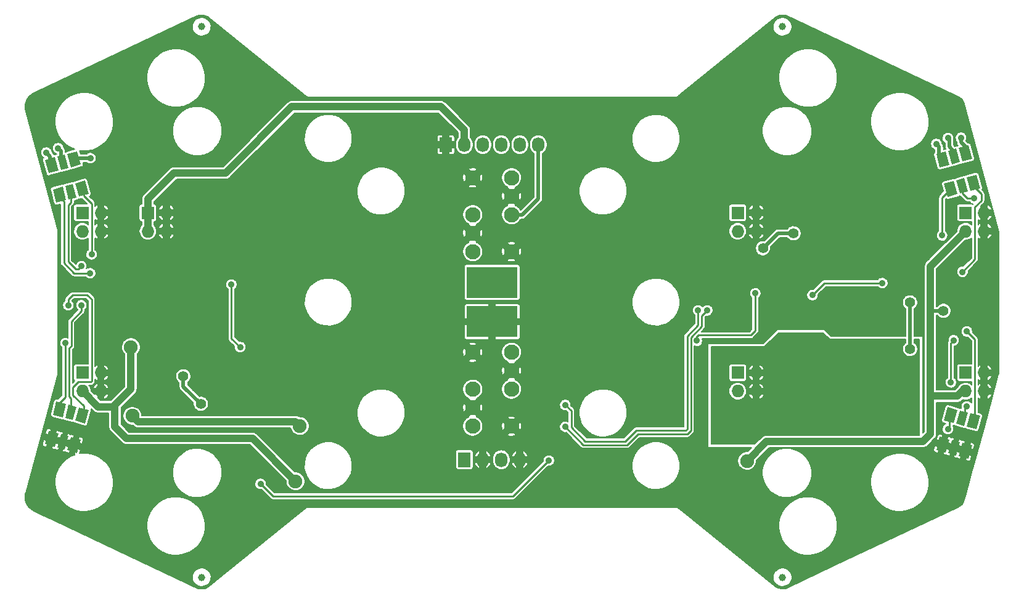
<source format=gbl>
G04 #@! TF.FileFunction,Copper,L2,Bot,Signal*
%FSLAX46Y46*%
G04 Gerber Fmt 4.6, Leading zero omitted, Abs format (unit mm)*
G04 Created by KiCad (PCBNEW (2015-05-01 BZR 5636)-product) date Thu 04 Jun 2015 08:42:48 AM PDT*
%MOMM*%
G01*
G04 APERTURE LIST*
%ADD10C,0.100000*%
%ADD11C,2.100000*%
%ADD12R,1.727200X1.727200*%
%ADD13O,1.727200X1.727200*%
%ADD14R,1.727200X2.032000*%
%ADD15O,1.727200X2.032000*%
%ADD16C,1.000000*%
%ADD17R,7.000000X4.250000*%
%ADD18C,0.889000*%
%ADD19C,1.397000*%
%ADD20C,1.905000*%
%ADD21C,0.254000*%
%ADD22C,0.508000*%
%ADD23C,1.016000*%
%ADD24C,0.200000*%
G04 APERTURE END LIST*
D10*
D11*
X137335000Y-83080000D03*
X137335000Y-80540000D03*
X137335000Y-78000000D03*
X137335000Y-72920000D03*
X142665000Y-72920000D03*
X142665000Y-75460000D03*
X142665000Y-78000000D03*
X142665000Y-83080000D03*
X142665000Y-96920000D03*
X142665000Y-99460000D03*
X142665000Y-102000000D03*
X142665000Y-107080000D03*
X137335000Y-107080000D03*
X137335000Y-104540000D03*
X137335000Y-102000000D03*
X137335000Y-96920000D03*
D12*
X83730000Y-99730000D03*
D13*
X86270000Y-99730000D03*
X83730000Y-102270000D03*
X86270000Y-102270000D03*
D12*
X205030000Y-77730000D03*
D13*
X207570000Y-77730000D03*
X205030000Y-80270000D03*
X207570000Y-80270000D03*
D12*
X205030000Y-99730000D03*
D13*
X207570000Y-99730000D03*
X205030000Y-102270000D03*
X207570000Y-102270000D03*
D12*
X83730000Y-77730000D03*
D13*
X86270000Y-77730000D03*
X83730000Y-80270000D03*
X86270000Y-80270000D03*
D12*
X173730000Y-99730000D03*
D13*
X176270000Y-99730000D03*
X173730000Y-102270000D03*
X176270000Y-102270000D03*
D12*
X173730000Y-77730000D03*
D13*
X176270000Y-77730000D03*
X173730000Y-80270000D03*
X176270000Y-80270000D03*
D12*
X92730000Y-77730000D03*
D13*
X95270000Y-77730000D03*
X92730000Y-80270000D03*
X95270000Y-80270000D03*
D14*
X136190000Y-111680000D03*
D15*
X138730000Y-111680000D03*
X141270000Y-111680000D03*
X143810000Y-111680000D03*
D14*
X133650000Y-68372000D03*
D15*
X136190000Y-68372000D03*
X138730000Y-68372000D03*
X141270000Y-68372000D03*
X143810000Y-68372000D03*
X146350000Y-68372000D03*
D16*
X179880000Y-52150000D03*
X100120000Y-127850000D03*
X179880000Y-127850000D03*
X100120000Y-52150000D03*
D17*
X140000000Y-87300000D03*
X140000000Y-92700000D03*
D10*
G36*
X205166975Y-72877878D02*
X206519271Y-72515531D01*
X207011027Y-74350790D01*
X205658731Y-74713137D01*
X205166975Y-72877878D01*
X205166975Y-72877878D01*
G37*
G36*
X203766383Y-73253165D02*
X204828901Y-72968464D01*
X205320657Y-74803723D01*
X204258139Y-75088424D01*
X203766383Y-73253165D01*
X203766383Y-73253165D01*
G37*
G36*
X202076013Y-73706099D02*
X203428309Y-73343752D01*
X203920065Y-75179011D01*
X202567769Y-75541358D01*
X202076013Y-73706099D01*
X202076013Y-73706099D01*
G37*
G36*
X200988973Y-69649210D02*
X202341269Y-69286863D01*
X202833025Y-71122122D01*
X201480729Y-71484469D01*
X200988973Y-69649210D01*
X200988973Y-69649210D01*
G37*
G36*
X202679343Y-69196277D02*
X203741861Y-68911576D01*
X204233617Y-70746835D01*
X203171099Y-71031536D01*
X202679343Y-69196277D01*
X202679343Y-69196277D01*
G37*
G36*
X204079935Y-68820989D02*
X205432231Y-68458642D01*
X205923987Y-70293901D01*
X204571691Y-70656248D01*
X204079935Y-68820989D01*
X204079935Y-68820989D01*
G37*
G36*
X204571691Y-109343752D02*
X205923987Y-109706099D01*
X205432231Y-111541358D01*
X204079935Y-111179011D01*
X204571691Y-109343752D01*
X204571691Y-109343752D01*
G37*
G36*
X203171099Y-108968464D02*
X204233617Y-109253165D01*
X203741861Y-111088424D01*
X202679343Y-110803723D01*
X203171099Y-108968464D01*
X203171099Y-108968464D01*
G37*
G36*
X201480729Y-108515531D02*
X202833025Y-108877878D01*
X202341269Y-110713137D01*
X200988973Y-110350790D01*
X201480729Y-108515531D01*
X201480729Y-108515531D01*
G37*
G36*
X202567769Y-104458642D02*
X203920065Y-104820989D01*
X203428309Y-106656248D01*
X202076013Y-106293901D01*
X202567769Y-104458642D01*
X202567769Y-104458642D01*
G37*
G36*
X204258139Y-104911576D02*
X205320657Y-105196277D01*
X204828901Y-107031536D01*
X203766383Y-106746835D01*
X204258139Y-104911576D01*
X204258139Y-104911576D01*
G37*
G36*
X205658731Y-105286863D02*
X207011027Y-105649210D01*
X206519271Y-107484469D01*
X205166975Y-107122122D01*
X205658731Y-105286863D01*
X205658731Y-105286863D01*
G37*
G36*
X82171691Y-108543752D02*
X83523987Y-108906099D01*
X83032231Y-110741358D01*
X81679935Y-110379011D01*
X82171691Y-108543752D01*
X82171691Y-108543752D01*
G37*
G36*
X80771099Y-108168464D02*
X81833617Y-108453165D01*
X81341861Y-110288424D01*
X80279343Y-110003723D01*
X80771099Y-108168464D01*
X80771099Y-108168464D01*
G37*
G36*
X79080729Y-107715531D02*
X80433025Y-108077878D01*
X79941269Y-109913137D01*
X78588973Y-109550790D01*
X79080729Y-107715531D01*
X79080729Y-107715531D01*
G37*
G36*
X80167769Y-103658642D02*
X81520065Y-104020989D01*
X81028309Y-105856248D01*
X79676013Y-105493901D01*
X80167769Y-103658642D01*
X80167769Y-103658642D01*
G37*
G36*
X81858139Y-104111576D02*
X82920657Y-104396277D01*
X82428901Y-106231536D01*
X81366383Y-105946835D01*
X81858139Y-104111576D01*
X81858139Y-104111576D01*
G37*
G36*
X83258731Y-104486863D02*
X84611027Y-104849210D01*
X84119271Y-106684469D01*
X82766975Y-106322122D01*
X83258731Y-104486863D01*
X83258731Y-104486863D01*
G37*
G36*
X82766975Y-73677878D02*
X84119271Y-73315531D01*
X84611027Y-75150790D01*
X83258731Y-75513137D01*
X82766975Y-73677878D01*
X82766975Y-73677878D01*
G37*
G36*
X81366383Y-74053165D02*
X82428901Y-73768464D01*
X82920657Y-75603723D01*
X81858139Y-75888424D01*
X81366383Y-74053165D01*
X81366383Y-74053165D01*
G37*
G36*
X79676013Y-74506099D02*
X81028309Y-74143752D01*
X81520065Y-75979011D01*
X80167769Y-76341358D01*
X79676013Y-74506099D01*
X79676013Y-74506099D01*
G37*
G36*
X78588973Y-70449210D02*
X79941269Y-70086863D01*
X80433025Y-71922122D01*
X79080729Y-72284469D01*
X78588973Y-70449210D01*
X78588973Y-70449210D01*
G37*
G36*
X80279343Y-69996277D02*
X81341861Y-69711576D01*
X81833617Y-71546835D01*
X80771099Y-71831536D01*
X80279343Y-69996277D01*
X80279343Y-69996277D01*
G37*
G36*
X81679935Y-69620989D02*
X83032231Y-69258642D01*
X83523987Y-71093901D01*
X82171691Y-71456248D01*
X81679935Y-69620989D01*
X81679935Y-69620989D01*
G37*
D18*
X169550000Y-91150000D03*
X150050000Y-107150000D03*
X168300000Y-91150000D03*
X150050000Y-104150000D03*
X93100000Y-103150000D03*
X105600000Y-101650000D03*
X178800000Y-82650000D03*
X83300000Y-94950000D03*
X99200000Y-101850000D03*
X105600000Y-100250000D03*
X181000000Y-88450000D03*
D19*
X126238000Y-93218000D03*
X129032000Y-90932000D03*
X123444000Y-90932000D03*
X126238000Y-91186000D03*
X123444000Y-95250000D03*
X126238000Y-94996000D03*
X129032000Y-95250000D03*
X120396000Y-94488000D03*
X117856000Y-94488000D03*
X156718000Y-90932000D03*
X153924000Y-91186000D03*
X151130000Y-90932000D03*
X159512000Y-94488000D03*
X162052000Y-94488000D03*
X156718000Y-95250000D03*
X153924000Y-94996000D03*
X151130000Y-95250000D03*
X153924000Y-93218000D03*
D18*
X179200000Y-88450000D03*
D19*
X100000000Y-104000000D03*
X97600000Y-100200000D03*
D20*
X90400000Y-96200000D03*
X113000000Y-114650000D03*
X175000000Y-111850000D03*
D19*
X202000000Y-91200000D03*
D20*
X90600000Y-105650000D03*
X113600000Y-107050000D03*
D18*
X168125510Y-95324616D03*
X147800000Y-111800000D03*
X176150000Y-88800000D03*
X108200000Y-115000000D03*
X81800000Y-90450000D03*
X83600000Y-90450000D03*
X81400000Y-95650000D03*
D19*
X181402836Y-80550000D03*
X177200000Y-82600000D03*
X197400000Y-90050000D03*
X197400000Y-96450000D03*
X183400000Y-99850000D03*
X179400000Y-101450000D03*
X176000000Y-106850000D03*
D18*
X184800000Y-106850000D03*
X204600000Y-85850000D03*
X206200000Y-75750000D03*
X201800000Y-80850000D03*
X201000000Y-68250000D03*
X202600000Y-67450000D03*
X204400000Y-67400000D03*
X205200000Y-94050000D03*
X205200000Y-104350000D03*
X203000000Y-101050000D03*
X203400000Y-95250000D03*
X202600000Y-107450000D03*
X85000000Y-83450000D03*
X83600000Y-85050000D03*
X84800000Y-86050000D03*
X78800000Y-69450000D03*
X80400000Y-68850000D03*
X84836800Y-70216800D03*
X104200000Y-87600000D03*
X105400000Y-96200000D03*
X184000000Y-89050000D03*
X193600000Y-87400000D03*
D21*
X150050000Y-107150000D02*
X152550000Y-109650000D01*
X152550000Y-109650000D02*
X158518435Y-109649999D01*
X168808010Y-93360424D02*
X168808010Y-91891990D01*
X168808010Y-91891990D02*
X169550000Y-91150000D01*
X158518435Y-109649999D02*
X160010424Y-108158010D01*
X160010424Y-108158010D02*
X166791990Y-108158010D01*
X166791990Y-108158010D02*
X167300000Y-107650000D01*
X167300000Y-107650000D02*
X167300000Y-94868434D01*
X167300000Y-94868434D02*
X168808010Y-93360424D01*
X168300000Y-93150000D02*
X168300000Y-91150000D01*
X150050000Y-104150000D02*
X150875501Y-104975501D01*
X166581566Y-107650000D02*
X166791990Y-107439576D01*
X150875501Y-104975501D02*
X150875501Y-107225501D01*
X150875501Y-107225501D02*
X152791990Y-109141990D01*
X166791990Y-107439576D02*
X166791991Y-94658009D01*
X152791990Y-109141990D02*
X158308010Y-109141990D01*
X158308010Y-109141990D02*
X159800000Y-107650000D01*
X159800000Y-107650000D02*
X166581566Y-107650000D01*
X166791991Y-94658009D02*
X168300000Y-93150000D01*
X141270000Y-68372000D02*
X141270000Y-68730000D01*
D22*
X142665000Y-78000000D02*
X144149924Y-78000000D01*
X144149924Y-78000000D02*
X146350000Y-75799924D01*
X146350000Y-75799924D02*
X146350000Y-69896000D01*
X146350000Y-69896000D02*
X146350000Y-68372000D01*
D21*
X129032000Y-90932000D02*
X126492000Y-90932000D01*
X126492000Y-90932000D02*
X126238000Y-91186000D01*
X123444000Y-93218000D02*
X123444000Y-90932000D01*
X126238000Y-91186000D02*
X126238000Y-93218000D01*
X126238000Y-94996000D02*
X126238000Y-93218000D01*
X123444000Y-93472000D02*
X123444000Y-95250000D01*
X129032000Y-95250000D02*
X129032000Y-93472000D01*
X121158000Y-95250000D02*
X120396000Y-94488000D01*
X123444000Y-95250000D02*
X121158000Y-95250000D01*
X151384000Y-91186000D02*
X153924000Y-91186000D01*
X151130000Y-90932000D02*
X151384000Y-91186000D01*
X159512000Y-94488000D02*
X162052000Y-94488000D01*
X151384000Y-94996000D02*
X153924000Y-94996000D01*
X151130000Y-95250000D02*
X151384000Y-94996000D01*
D22*
X100000000Y-104000000D02*
X97600000Y-101600000D01*
X97600000Y-101600000D02*
X97600000Y-100200000D01*
D23*
X200200000Y-85100000D02*
X200600000Y-84700000D01*
X200200000Y-108150000D02*
X200200000Y-102945957D01*
X204580000Y-102270000D02*
X203904043Y-102945957D01*
X203904043Y-102945957D02*
X200200000Y-102945957D01*
X205030000Y-102270000D02*
X204580000Y-102270000D01*
X175000000Y-111850000D02*
X177700000Y-109150000D01*
X177700000Y-109150000D02*
X199200000Y-109150000D01*
X199200000Y-109150000D02*
X200200000Y-108150000D01*
X136190000Y-68372000D02*
X136190000Y-67660798D01*
X85860000Y-104400000D02*
X88200000Y-104400000D01*
X83730000Y-102270000D02*
X85860000Y-104400000D01*
X83730000Y-102270000D02*
X83970000Y-102270000D01*
X88200000Y-104200000D02*
X90400000Y-102000000D01*
X90400000Y-102000000D02*
X90400000Y-96200000D01*
X88200000Y-104200000D02*
X88200000Y-104400000D01*
X205030000Y-80270000D02*
X200600000Y-84700000D01*
X88200000Y-107150000D02*
X89800000Y-108750000D01*
X89800000Y-108750000D02*
X107100000Y-108750000D01*
X88200000Y-107150000D02*
X88200000Y-104400000D01*
X113000000Y-114650000D02*
X107100000Y-108750000D01*
X92730000Y-75850400D02*
X96330400Y-72250000D01*
X92730000Y-77730000D02*
X92730000Y-75850400D01*
X96330400Y-72250000D02*
X103400000Y-72250000D01*
X103400000Y-72250000D02*
X112500000Y-63150000D01*
X133000000Y-63150000D02*
X136190000Y-66340000D01*
X136190000Y-66340000D02*
X136190000Y-68372000D01*
X112500000Y-63150000D02*
X133000000Y-63150000D01*
X92730000Y-77730000D02*
X92730000Y-80270000D01*
D22*
X202000000Y-91200000D02*
X200291606Y-91200000D01*
D23*
X200200000Y-91291606D02*
X200200000Y-85100000D01*
D22*
X200291606Y-91200000D02*
X200200000Y-91291606D01*
D23*
X200200000Y-102945957D02*
X200200000Y-91291606D01*
X205030000Y-99730000D02*
X205000000Y-99700000D01*
X113000000Y-106450000D02*
X113600000Y-107050000D01*
X91400000Y-106450000D02*
X90600000Y-105650000D01*
X113000000Y-106450000D02*
X91400000Y-106450000D01*
D21*
X168000000Y-94886868D02*
X168000000Y-95199106D01*
X168000000Y-95199106D02*
X168125510Y-95324616D01*
X168336868Y-94550000D02*
X168000000Y-94886868D01*
X176150000Y-88800000D02*
X176150000Y-93951697D01*
X168336868Y-94550000D02*
X175551697Y-94550000D01*
X175551697Y-94550000D02*
X176150000Y-93951697D01*
X142900000Y-116700000D02*
X147800000Y-111800000D01*
X108200000Y-115000000D02*
X109900000Y-116700000D01*
X109900000Y-116700000D02*
X142900000Y-116700000D01*
X81800000Y-90450000D02*
X81800000Y-89650000D01*
X82400000Y-89050000D02*
X84400000Y-89050000D01*
X84400000Y-89050000D02*
X85000000Y-89650000D01*
X85000000Y-89650000D02*
X85000000Y-100900000D01*
X83908068Y-104258068D02*
X83908068Y-105540837D01*
X82450000Y-102800000D02*
X83908068Y-104258068D01*
X82450000Y-101750000D02*
X82450000Y-102800000D01*
X83200000Y-101000000D02*
X82450000Y-101750000D01*
X84900000Y-101000000D02*
X83200000Y-101000000D01*
X85000000Y-100900000D02*
X84900000Y-101000000D01*
X81800000Y-89650000D02*
X82400000Y-89050000D01*
X82225501Y-92961245D02*
X82225501Y-96046241D01*
X83600000Y-91250000D02*
X82225501Y-92624499D01*
X82225501Y-92624499D02*
X82225501Y-92961245D01*
X83600000Y-90450000D02*
X83600000Y-91250000D01*
X81941998Y-96329744D02*
X82210550Y-96061192D01*
X82225501Y-96046241D02*
X82210550Y-96061192D01*
X82169402Y-105074963D02*
X82169402Y-103237826D01*
X82169402Y-103237826D02*
X81941998Y-103010422D01*
X81941998Y-103010422D02*
X81941998Y-96329744D01*
X80430735Y-104609089D02*
X80430735Y-104019265D01*
X81400000Y-103050000D02*
X81400000Y-95650000D01*
X81400000Y-103050000D02*
X80430735Y-104019265D01*
D22*
X179250000Y-80550000D02*
X181402836Y-80550000D01*
X179250000Y-80550000D02*
X177200000Y-82600000D01*
X197400000Y-96450000D02*
X197400000Y-90050000D01*
D21*
X206300000Y-84150000D02*
X206300000Y-76950000D01*
X206300000Y-76950000D02*
X207200000Y-76050000D01*
X207200000Y-76050000D02*
X207200000Y-75151095D01*
X207200000Y-75151095D02*
X206108068Y-74059163D01*
X206300000Y-84150000D02*
X204600000Y-85850000D01*
X204569402Y-74125037D02*
X204569402Y-75019402D01*
X204569402Y-75019402D02*
X205300000Y-75750000D01*
X205300000Y-75750000D02*
X206200000Y-75750000D01*
X204569402Y-74125037D02*
X204569402Y-73219402D01*
X202830735Y-74590911D02*
X203200000Y-74960176D01*
X201800000Y-75621646D02*
X201800000Y-80850000D01*
X201800000Y-75621646D02*
X202830735Y-74590911D01*
D22*
X201000000Y-68250000D02*
X201400000Y-68650000D01*
X201400000Y-68650000D02*
X201400000Y-70048905D01*
X201400000Y-70048905D02*
X201691932Y-70340837D01*
X202800000Y-68650000D02*
X202800000Y-67650000D01*
X202800000Y-67650000D02*
X202600000Y-67450000D01*
X202800000Y-68650000D02*
X203430598Y-69280598D01*
X204400000Y-67400000D02*
X204400000Y-68050000D01*
X204400000Y-68050000D02*
X205169265Y-68819265D01*
X205169265Y-68819265D02*
X205169265Y-69409089D01*
D21*
X206300000Y-98650000D02*
X206300000Y-95150000D01*
X206300000Y-95150000D02*
X205200000Y-94050000D01*
X206300000Y-98650000D02*
X206300000Y-106332769D01*
X206300000Y-106332769D02*
X206308068Y-106340837D01*
X206500000Y-106148905D02*
X206308068Y-106340837D01*
X206600000Y-106048905D02*
X206308068Y-106340837D01*
X206308068Y-105541932D02*
X206308068Y-106340837D01*
X206308068Y-106741932D02*
X206308068Y-106340837D01*
X204900000Y-104650000D02*
X204900000Y-105544365D01*
X205200000Y-104350000D02*
X204900000Y-104650000D01*
X204900000Y-105544365D02*
X204569402Y-105874963D01*
X203300000Y-104939824D02*
X202830735Y-105409089D01*
X202830735Y-105409089D02*
X202830735Y-104819265D01*
X202830735Y-107219265D02*
X202830735Y-105409089D01*
X202600000Y-107450000D02*
X202830735Y-107219265D01*
X203000000Y-101050000D02*
X203000000Y-95650000D01*
X203000000Y-95650000D02*
X203400000Y-95250000D01*
X85000000Y-76450000D02*
X85000000Y-83450000D01*
X85000000Y-76450000D02*
X83908068Y-75358068D01*
X83908068Y-74459163D02*
X83908068Y-75358068D01*
X83559163Y-74159163D02*
X83308068Y-74159163D01*
X83308068Y-74159163D02*
X83740837Y-74159163D01*
X82169402Y-76280598D02*
X82169402Y-74925037D01*
X81800000Y-84450000D02*
X81800000Y-76650000D01*
X82800000Y-85450000D02*
X81800000Y-84450000D01*
X81800000Y-76650000D02*
X82169402Y-76280598D01*
X83200000Y-85450000D02*
X82800000Y-85450000D01*
X83600000Y-85050000D02*
X83200000Y-85450000D01*
X81200000Y-76160176D02*
X81200000Y-84650000D01*
X82600000Y-86050000D02*
X81200000Y-84650000D01*
X82600000Y-86050000D02*
X84800000Y-86050000D01*
X81200000Y-76160176D02*
X80430735Y-75390911D01*
D22*
X79291932Y-69941932D02*
X79291932Y-71140837D01*
X78800000Y-69450000D02*
X79291932Y-69941932D01*
X80800000Y-69250000D02*
X80800000Y-70444365D01*
X80400000Y-68850000D02*
X80800000Y-69250000D01*
X80800000Y-70444365D02*
X81030598Y-70674963D01*
X84840911Y-70209089D02*
X82769265Y-70209089D01*
D21*
X104200000Y-95000000D02*
X104200000Y-87600000D01*
X105400000Y-96200000D02*
X104200000Y-95000000D01*
X184000000Y-89050000D02*
X185650000Y-87400000D01*
X185650000Y-87400000D02*
X193600000Y-87400000D01*
D24*
G36*
X209596000Y-99510239D02*
X209562456Y-99852341D01*
X209536707Y-99962125D01*
X209535514Y-99971065D01*
X208639278Y-103267455D01*
X208639278Y-102852443D01*
X208639278Y-101687557D01*
X208639278Y-100312443D01*
X208639278Y-99147557D01*
X208639278Y-80852443D01*
X208639278Y-79687557D01*
X208639278Y-78312443D01*
X208639278Y-77147557D01*
X208505103Y-76950143D01*
X208334993Y-76782698D01*
X208152440Y-76660741D01*
X207978000Y-76677193D01*
X207978000Y-77322000D01*
X208628728Y-77322000D01*
X208639278Y-77147557D01*
X208639278Y-78312443D01*
X208628728Y-78138000D01*
X207978000Y-78138000D01*
X207978000Y-78782807D01*
X208152440Y-78799259D01*
X208334993Y-78677302D01*
X208505103Y-78509857D01*
X208639278Y-78312443D01*
X208639278Y-79687557D01*
X208505103Y-79490143D01*
X208334993Y-79322698D01*
X208152440Y-79200741D01*
X207978000Y-79217193D01*
X207978000Y-79862000D01*
X208628728Y-79862000D01*
X208639278Y-79687557D01*
X208639278Y-80852443D01*
X208628728Y-80678000D01*
X207978000Y-80678000D01*
X207978000Y-81322807D01*
X208152440Y-81339259D01*
X208334993Y-81217302D01*
X208505103Y-81049857D01*
X208639278Y-80852443D01*
X208639278Y-99147557D01*
X208505103Y-98950143D01*
X208334993Y-98782698D01*
X208152440Y-98660741D01*
X207978000Y-98677193D01*
X207978000Y-99322000D01*
X208628728Y-99322000D01*
X208639278Y-99147557D01*
X208639278Y-100312443D01*
X208628728Y-100138000D01*
X207978000Y-100138000D01*
X207978000Y-100782807D01*
X208152440Y-100799259D01*
X208334993Y-100677302D01*
X208505103Y-100509857D01*
X208639278Y-100312443D01*
X208639278Y-101687557D01*
X208505103Y-101490143D01*
X208334993Y-101322698D01*
X208152440Y-101200741D01*
X207978000Y-101217193D01*
X207978000Y-101862000D01*
X208628728Y-101862000D01*
X208639278Y-101687557D01*
X208639278Y-102852443D01*
X208628728Y-102678000D01*
X207978000Y-102678000D01*
X207978000Y-103322807D01*
X208152440Y-103339259D01*
X208334993Y-103217302D01*
X208505103Y-103049857D01*
X208639278Y-102852443D01*
X208639278Y-103267455D01*
X207681000Y-106792038D01*
X207681000Y-76050000D01*
X207681000Y-75151095D01*
X207676663Y-75106872D01*
X207672792Y-75062614D01*
X207672085Y-75060182D01*
X207671839Y-75057668D01*
X207659004Y-75015157D01*
X207646602Y-74972467D01*
X207645438Y-74970221D01*
X207644707Y-74967800D01*
X207623856Y-74928586D01*
X207603401Y-74889124D01*
X207601821Y-74887145D01*
X207600635Y-74884914D01*
X207572548Y-74850476D01*
X207544834Y-74815759D01*
X207541368Y-74812244D01*
X207541304Y-74812166D01*
X207541231Y-74812105D01*
X207540118Y-74810977D01*
X207292870Y-74563729D01*
X207307911Y-74546727D01*
X207350680Y-74456467D01*
X207366669Y-74357875D01*
X207354619Y-74258725D01*
X206862863Y-72423466D01*
X206843486Y-72369187D01*
X206790020Y-72284822D01*
X206715208Y-72218647D01*
X206624948Y-72175878D01*
X206526356Y-72159889D01*
X206427206Y-72171939D01*
X206279629Y-72211482D01*
X206279629Y-70300986D01*
X206267579Y-70201836D01*
X205775823Y-68366577D01*
X205756446Y-68312298D01*
X205702980Y-68227933D01*
X205628168Y-68161758D01*
X205537908Y-68118989D01*
X205439316Y-68103000D01*
X205340166Y-68115050D01*
X205328119Y-68118277D01*
X205059808Y-67849966D01*
X205097651Y-67796321D01*
X205161344Y-67653265D01*
X205196037Y-67500563D01*
X205198535Y-67321703D01*
X205168119Y-67168091D01*
X205108445Y-67023313D01*
X205021788Y-66892882D01*
X204911446Y-66781768D01*
X204781624Y-66694202D01*
X204637265Y-66633519D01*
X204483870Y-66602031D01*
X204327280Y-66600938D01*
X204173459Y-66630281D01*
X204028268Y-66688942D01*
X203897236Y-66774687D01*
X203785354Y-66884250D01*
X203696883Y-67013458D01*
X203635194Y-67157389D01*
X203602636Y-67310561D01*
X203600450Y-67467140D01*
X203628718Y-67621161D01*
X203686364Y-67766759D01*
X203771193Y-67898387D01*
X203792000Y-67919933D01*
X203792000Y-68050000D01*
X203797482Y-68105920D01*
X203802375Y-68161842D01*
X203803267Y-68164912D01*
X203803579Y-68168094D01*
X203819820Y-68221886D01*
X203835481Y-68275791D01*
X203836950Y-68278626D01*
X203837876Y-68281691D01*
X203864244Y-68331282D01*
X203890088Y-68381141D01*
X203892084Y-68383642D01*
X203893584Y-68386462D01*
X203929047Y-68429944D01*
X203964118Y-68473877D01*
X203968506Y-68478326D01*
X203968581Y-68478418D01*
X203968665Y-68478488D01*
X203970079Y-68479921D01*
X203972899Y-68482741D01*
X203933591Y-68496774D01*
X203849226Y-68550240D01*
X203832240Y-68569442D01*
X203748946Y-68555934D01*
X203649796Y-68567984D01*
X203593035Y-68583193D01*
X203408000Y-68398158D01*
X203408000Y-67650000D01*
X203402517Y-67594079D01*
X203397625Y-67538158D01*
X203396732Y-67535087D01*
X203396421Y-67531906D01*
X203396303Y-67531515D01*
X203398535Y-67371703D01*
X203368119Y-67218091D01*
X203308445Y-67073313D01*
X203221788Y-66942882D01*
X203111446Y-66831768D01*
X202981624Y-66744202D01*
X202837265Y-66683519D01*
X202683870Y-66652031D01*
X202527280Y-66650938D01*
X202373459Y-66680281D01*
X202228268Y-66738942D01*
X202097236Y-66824687D01*
X201985354Y-66934250D01*
X201896883Y-67063458D01*
X201835194Y-67207389D01*
X201802636Y-67360561D01*
X201800450Y-67517140D01*
X201828718Y-67671161D01*
X201886364Y-67816759D01*
X201971193Y-67948387D01*
X202079972Y-68061031D01*
X202192000Y-68138892D01*
X202192000Y-68650000D01*
X202197482Y-68705920D01*
X202202375Y-68761842D01*
X202203267Y-68764912D01*
X202203579Y-68768094D01*
X202219820Y-68821886D01*
X202235481Y-68875791D01*
X202236950Y-68878626D01*
X202237876Y-68881691D01*
X202264244Y-68931282D01*
X202269198Y-68940840D01*
X202249204Y-68943271D01*
X202008000Y-69007901D01*
X202008000Y-68650000D01*
X202002512Y-68594037D01*
X201997624Y-68538157D01*
X201996733Y-68535091D01*
X201996421Y-68531906D01*
X201980175Y-68478097D01*
X201964519Y-68424208D01*
X201963048Y-68421371D01*
X201962124Y-68418309D01*
X201935744Y-68368696D01*
X201909911Y-68318859D01*
X201907917Y-68316361D01*
X201906416Y-68313538D01*
X201870930Y-68270028D01*
X201835882Y-68226123D01*
X201831493Y-68221673D01*
X201831419Y-68221582D01*
X201831334Y-68221511D01*
X201829921Y-68220079D01*
X201798300Y-68188458D01*
X201798535Y-68171703D01*
X201768119Y-68018091D01*
X201708445Y-67873313D01*
X201621788Y-67742882D01*
X201511446Y-67631768D01*
X201381624Y-67544202D01*
X201237265Y-67483519D01*
X201083870Y-67452031D01*
X200927280Y-67450938D01*
X200773459Y-67480281D01*
X200628268Y-67538942D01*
X200497236Y-67624687D01*
X200385354Y-67734250D01*
X200296883Y-67863458D01*
X200235194Y-68007389D01*
X200202636Y-68160561D01*
X200200450Y-68317140D01*
X200228718Y-68471161D01*
X200286364Y-68616759D01*
X200371193Y-68748387D01*
X200479972Y-68861031D01*
X200608559Y-68950401D01*
X200752056Y-69013094D01*
X200792000Y-69021876D01*
X200792000Y-69357080D01*
X200758264Y-69378461D01*
X200692089Y-69453273D01*
X200649320Y-69543533D01*
X200633331Y-69642125D01*
X200645381Y-69741275D01*
X201137137Y-71576534D01*
X201156514Y-71630813D01*
X201209980Y-71715178D01*
X201284792Y-71781353D01*
X201375052Y-71824122D01*
X201473644Y-71840111D01*
X201572794Y-71828061D01*
X202925090Y-71465714D01*
X202979369Y-71446337D01*
X203063734Y-71392871D01*
X203080718Y-71373669D01*
X203164014Y-71387178D01*
X203263164Y-71375128D01*
X204325682Y-71090427D01*
X204379961Y-71071050D01*
X204464326Y-71017584D01*
X204481311Y-70998381D01*
X204564606Y-71011890D01*
X204663756Y-70999840D01*
X206016052Y-70637493D01*
X206070331Y-70618116D01*
X206154696Y-70564650D01*
X206220871Y-70489838D01*
X206263640Y-70399578D01*
X206279629Y-70300986D01*
X206279629Y-72211482D01*
X205074910Y-72534286D01*
X205020631Y-72553663D01*
X204936266Y-72607129D01*
X204919281Y-72626330D01*
X204835986Y-72612822D01*
X204736836Y-72624872D01*
X203674318Y-72909573D01*
X203620039Y-72928950D01*
X203535674Y-72982416D01*
X203518688Y-73001618D01*
X203435394Y-72988110D01*
X203336244Y-73000160D01*
X201983948Y-73362507D01*
X201929669Y-73381884D01*
X201845304Y-73435350D01*
X201779129Y-73510162D01*
X201736360Y-73600422D01*
X201720371Y-73699014D01*
X201732421Y-73798164D01*
X201988298Y-74753111D01*
X201459882Y-75281528D01*
X201431711Y-75315823D01*
X201403120Y-75349897D01*
X201401899Y-75352117D01*
X201400297Y-75354068D01*
X201379320Y-75393188D01*
X201357896Y-75432160D01*
X201357131Y-75434571D01*
X201355936Y-75436800D01*
X201342954Y-75479260D01*
X201329511Y-75521640D01*
X201329228Y-75524156D01*
X201328490Y-75526573D01*
X201324002Y-75570752D01*
X201319047Y-75614930D01*
X201319012Y-75619874D01*
X201319003Y-75619967D01*
X201319011Y-75620053D01*
X201319000Y-75621646D01*
X201319000Y-80210445D01*
X201297236Y-80224687D01*
X201185354Y-80334250D01*
X201096883Y-80463458D01*
X201035194Y-80607389D01*
X201002636Y-80760561D01*
X201000450Y-80917140D01*
X201028718Y-81071161D01*
X201086364Y-81216759D01*
X201171193Y-81348387D01*
X201279972Y-81461031D01*
X201408559Y-81550401D01*
X201552056Y-81613094D01*
X201704997Y-81646720D01*
X201861557Y-81649999D01*
X202015772Y-81622807D01*
X202161768Y-81566179D01*
X202293985Y-81482271D01*
X202407386Y-81374281D01*
X202497651Y-81246321D01*
X202561344Y-81103265D01*
X202596037Y-80950563D01*
X202598535Y-80771703D01*
X202568119Y-80618091D01*
X202508445Y-80473313D01*
X202421788Y-80342882D01*
X202311446Y-80231768D01*
X202281000Y-80211231D01*
X202281000Y-75820882D01*
X202314422Y-75787460D01*
X202371832Y-75838242D01*
X202462092Y-75881011D01*
X202560684Y-75897000D01*
X202659834Y-75884950D01*
X204012130Y-75522603D01*
X204066409Y-75503226D01*
X204150774Y-75449760D01*
X204167759Y-75430557D01*
X204251054Y-75444066D01*
X204307027Y-75437263D01*
X204959882Y-76090119D01*
X204994212Y-76118317D01*
X205028251Y-76146880D01*
X205030470Y-76148100D01*
X205032423Y-76149704D01*
X205071595Y-76170708D01*
X205110514Y-76192104D01*
X205112920Y-76192867D01*
X205115154Y-76194065D01*
X205157660Y-76207059D01*
X205199994Y-76220489D01*
X205202510Y-76220771D01*
X205204927Y-76221510D01*
X205249151Y-76226002D01*
X205293284Y-76230953D01*
X205298217Y-76230987D01*
X205298321Y-76230998D01*
X205298417Y-76230988D01*
X205300000Y-76231000D01*
X205559987Y-76231000D01*
X205571193Y-76248387D01*
X205679972Y-76361031D01*
X205808559Y-76450401D01*
X205952056Y-76513094D01*
X206037814Y-76531949D01*
X206028749Y-76541014D01*
X205992491Y-76524710D01*
X205893600Y-76510687D01*
X204166400Y-76510687D01*
X204108956Y-76515356D01*
X204013627Y-76545165D01*
X203930344Y-76600300D01*
X203865672Y-76676415D01*
X203824710Y-76767509D01*
X203810687Y-76866400D01*
X203810687Y-78593600D01*
X203815356Y-78651044D01*
X203845165Y-78746373D01*
X203900300Y-78829656D01*
X203976415Y-78894328D01*
X204067509Y-78935290D01*
X204166400Y-78949313D01*
X205819000Y-78949313D01*
X205819000Y-79344123D01*
X205710873Y-79254673D01*
X205501839Y-79141648D01*
X205274832Y-79071378D01*
X205038500Y-79046539D01*
X204801845Y-79068076D01*
X204573879Y-79135170D01*
X204363287Y-79245265D01*
X204178090Y-79394167D01*
X204025342Y-79576205D01*
X203910861Y-79784445D01*
X203839007Y-80010956D01*
X203812519Y-80247109D01*
X203812400Y-80264109D01*
X203812400Y-80268548D01*
X200025172Y-84055776D01*
X200025172Y-64805328D01*
X199871855Y-64031018D01*
X199571059Y-63301234D01*
X199134244Y-62643773D01*
X198578045Y-62083678D01*
X197923650Y-61642283D01*
X197195984Y-61336401D01*
X196422763Y-61177681D01*
X195633439Y-61172170D01*
X194858077Y-61320079D01*
X194126211Y-61615772D01*
X193465717Y-62047987D01*
X192901752Y-62600262D01*
X192455800Y-63251559D01*
X192144844Y-63977073D01*
X191980730Y-64749167D01*
X191969710Y-65538433D01*
X192112201Y-66314808D01*
X192402778Y-67048721D01*
X192830371Y-67712217D01*
X193378695Y-68280023D01*
X194026864Y-68730512D01*
X194750188Y-69046524D01*
X195521118Y-69216024D01*
X196310288Y-69232555D01*
X197087639Y-69095487D01*
X197823563Y-68810041D01*
X198490027Y-68387090D01*
X199061648Y-67842743D01*
X199516651Y-67197736D01*
X199837705Y-66476635D01*
X200012583Y-65706907D01*
X200025172Y-64805328D01*
X200025172Y-84055776D01*
X199990474Y-84090474D01*
X199590474Y-84490474D01*
X199539955Y-84551976D01*
X199488752Y-84612998D01*
X199486566Y-84616973D01*
X199483692Y-84620473D01*
X199446071Y-84690633D01*
X199407705Y-84760422D01*
X199406335Y-84764739D01*
X199404192Y-84768737D01*
X199380900Y-84844921D01*
X199356837Y-84920780D01*
X199356331Y-84925283D01*
X199355006Y-84929620D01*
X199346956Y-85008867D01*
X199338084Y-85087965D01*
X199338022Y-85096821D01*
X199338005Y-85096991D01*
X199338019Y-85097148D01*
X199338000Y-85100000D01*
X199338000Y-91291606D01*
X199338000Y-102945957D01*
X199338000Y-107792948D01*
X199154000Y-107976948D01*
X199154000Y-94696000D01*
X198008000Y-94696000D01*
X198008000Y-90910759D01*
X198051119Y-90883395D01*
X198200593Y-90741053D01*
X198319572Y-90572389D01*
X198403525Y-90383828D01*
X198449254Y-90182552D01*
X198452546Y-89946797D01*
X198412454Y-89744322D01*
X198333799Y-89553490D01*
X198219576Y-89381570D01*
X198074135Y-89235111D01*
X197903017Y-89119690D01*
X197712739Y-89039704D01*
X197510549Y-88998201D01*
X197304148Y-88996760D01*
X197101398Y-89035436D01*
X196910021Y-89112757D01*
X196737308Y-89225778D01*
X196589837Y-89370192D01*
X196473224Y-89540501D01*
X196391912Y-89730216D01*
X196348998Y-89932111D01*
X196346116Y-90138497D01*
X196383376Y-90341512D01*
X196459359Y-90533424D01*
X196571171Y-90706922D01*
X196714553Y-90855398D01*
X196792000Y-90909224D01*
X196792000Y-94696000D01*
X194398535Y-94696000D01*
X194398535Y-87321703D01*
X194368119Y-87168091D01*
X194308445Y-87023313D01*
X194221788Y-86892882D01*
X194111446Y-86781768D01*
X193981624Y-86694202D01*
X193837265Y-86633519D01*
X193683870Y-86602031D01*
X193527280Y-86600938D01*
X193373459Y-86630281D01*
X193228268Y-86688942D01*
X193097236Y-86774687D01*
X192985354Y-86884250D01*
X192961560Y-86919000D01*
X187425172Y-86919000D01*
X187425172Y-58805328D01*
X187271855Y-58031018D01*
X186971059Y-57301234D01*
X186534244Y-56643773D01*
X185978045Y-56083678D01*
X185323650Y-55642283D01*
X184595984Y-55336401D01*
X183822763Y-55177681D01*
X183033439Y-55172170D01*
X182258077Y-55320079D01*
X181526211Y-55615772D01*
X181180056Y-55842289D01*
X181180056Y-52022528D01*
X181130537Y-51772441D01*
X181033386Y-51536734D01*
X180892302Y-51324386D01*
X180712661Y-51143486D01*
X180501303Y-51000924D01*
X180266280Y-50902129D01*
X180016544Y-50850866D01*
X179761608Y-50849086D01*
X179511180Y-50896858D01*
X179274801Y-50992361D01*
X179061474Y-51131959D01*
X178879324Y-51310333D01*
X178735289Y-51520690D01*
X178634857Y-51755017D01*
X178581851Y-52004389D01*
X178578291Y-52259308D01*
X178624313Y-52510062D01*
X178718164Y-52747102D01*
X178856269Y-52961399D01*
X179033367Y-53144790D01*
X179242714Y-53290289D01*
X179476334Y-53392356D01*
X179725330Y-53447101D01*
X179980217Y-53452440D01*
X180231287Y-53408170D01*
X180468977Y-53315976D01*
X180684232Y-53179371D01*
X180868855Y-53003557D01*
X181015813Y-52795231D01*
X181119507Y-52562329D01*
X181175990Y-52313722D01*
X181180056Y-52022528D01*
X181180056Y-55842289D01*
X180865717Y-56047987D01*
X180301752Y-56600262D01*
X179855800Y-57251559D01*
X179544844Y-57977073D01*
X179380730Y-58749167D01*
X179369710Y-59538433D01*
X179512201Y-60314808D01*
X179802778Y-61048721D01*
X180230371Y-61712217D01*
X180778695Y-62280023D01*
X181426864Y-62730512D01*
X182150188Y-63046524D01*
X182921118Y-63216024D01*
X183710288Y-63232555D01*
X184487639Y-63095487D01*
X185223563Y-62810041D01*
X185890027Y-62387090D01*
X186461648Y-61842743D01*
X186916651Y-61197736D01*
X187237705Y-60476635D01*
X187412583Y-59706907D01*
X187425172Y-58805328D01*
X187425172Y-86919000D01*
X185650000Y-86919000D01*
X185605781Y-86923335D01*
X185561519Y-86927208D01*
X185559087Y-86927914D01*
X185556573Y-86928161D01*
X185514016Y-86941009D01*
X185471372Y-86953399D01*
X185469131Y-86954560D01*
X185466705Y-86955293D01*
X185427455Y-86976162D01*
X185388029Y-86996599D01*
X185386050Y-86998178D01*
X185383819Y-86999365D01*
X185349381Y-87027451D01*
X185314664Y-87055166D01*
X185311145Y-87058635D01*
X185311071Y-87058696D01*
X185311014Y-87058764D01*
X185309881Y-87059882D01*
X184111965Y-88257798D01*
X184083870Y-88252031D01*
X183927280Y-88250938D01*
X183904946Y-88255198D01*
X183904946Y-66166142D01*
X183775252Y-65511143D01*
X183520806Y-64893809D01*
X183151297Y-64337655D01*
X182680802Y-63863863D01*
X182127241Y-63490481D01*
X181511698Y-63231731D01*
X180857621Y-63097468D01*
X180189921Y-63092807D01*
X179534033Y-63217924D01*
X178914937Y-63468055D01*
X178356217Y-63833671D01*
X177879152Y-64300847D01*
X177501915Y-64851789D01*
X177238874Y-65465510D01*
X177100048Y-66118634D01*
X177090725Y-66786285D01*
X177211260Y-67443031D01*
X177457063Y-68063857D01*
X177818770Y-68625117D01*
X178282604Y-69105431D01*
X178830898Y-69486506D01*
X179442768Y-69753825D01*
X180094908Y-69897207D01*
X180762477Y-69911191D01*
X181420048Y-69795243D01*
X182042576Y-69553781D01*
X182606347Y-69196001D01*
X183089888Y-68735531D01*
X183474780Y-68189910D01*
X183746365Y-67579922D01*
X183894296Y-66928799D01*
X183904946Y-66166142D01*
X183904946Y-88255198D01*
X183773459Y-88280281D01*
X183628268Y-88338942D01*
X183497236Y-88424687D01*
X183385354Y-88534250D01*
X183296883Y-88663458D01*
X183235194Y-88807389D01*
X183202636Y-88960561D01*
X183200450Y-89117140D01*
X183228718Y-89271161D01*
X183286364Y-89416759D01*
X183371193Y-89548387D01*
X183479972Y-89661031D01*
X183608559Y-89750401D01*
X183752056Y-89813094D01*
X183904997Y-89846720D01*
X184061557Y-89849999D01*
X184215772Y-89822807D01*
X184361768Y-89766179D01*
X184493985Y-89682271D01*
X184607386Y-89574281D01*
X184697651Y-89446321D01*
X184761344Y-89303265D01*
X184796037Y-89150563D01*
X184798535Y-88971703D01*
X184791923Y-88938312D01*
X185849236Y-87881000D01*
X192959987Y-87881000D01*
X192971193Y-87898387D01*
X193079972Y-88011031D01*
X193208559Y-88100401D01*
X193352056Y-88163094D01*
X193504997Y-88196720D01*
X193661557Y-88199999D01*
X193815772Y-88172807D01*
X193961768Y-88116179D01*
X194093985Y-88032271D01*
X194207386Y-87924281D01*
X194297651Y-87796321D01*
X194361344Y-87653265D01*
X194396037Y-87500563D01*
X194398535Y-87321703D01*
X194398535Y-94696000D01*
X186546632Y-94696000D01*
X185646632Y-93796000D01*
X182455382Y-93796000D01*
X182455382Y-80446797D01*
X182415290Y-80244322D01*
X182336635Y-80053490D01*
X182222412Y-79881570D01*
X182076971Y-79735111D01*
X181905853Y-79619690D01*
X181715575Y-79539704D01*
X181513385Y-79498201D01*
X181306984Y-79496760D01*
X181104234Y-79535436D01*
X180912857Y-79612757D01*
X180740144Y-79725778D01*
X180592673Y-79870192D01*
X180543505Y-79942000D01*
X179250000Y-79942000D01*
X179194079Y-79947482D01*
X179138158Y-79952375D01*
X179135087Y-79953267D01*
X179131906Y-79953579D01*
X179078159Y-79969806D01*
X179024209Y-79985480D01*
X179021368Y-79986952D01*
X179018309Y-79987876D01*
X178968752Y-80014225D01*
X178918859Y-80040088D01*
X178916357Y-80042084D01*
X178913538Y-80043584D01*
X178870031Y-80079066D01*
X178826124Y-80114118D01*
X178821675Y-80118505D01*
X178821582Y-80118581D01*
X178821510Y-80118667D01*
X178820079Y-80120079D01*
X177378092Y-81562065D01*
X177339278Y-81554097D01*
X177339278Y-80852443D01*
X177339278Y-79687557D01*
X177339278Y-78312443D01*
X177339278Y-77147557D01*
X177205103Y-76950143D01*
X177034993Y-76782698D01*
X176852440Y-76660741D01*
X176678000Y-76677193D01*
X176678000Y-77322000D01*
X177328728Y-77322000D01*
X177339278Y-77147557D01*
X177339278Y-78312443D01*
X177328728Y-78138000D01*
X176678000Y-78138000D01*
X176678000Y-78782807D01*
X176852440Y-78799259D01*
X177034993Y-78677302D01*
X177205103Y-78509857D01*
X177339278Y-78312443D01*
X177339278Y-79687557D01*
X177205103Y-79490143D01*
X177034993Y-79322698D01*
X176852440Y-79200741D01*
X176678000Y-79217193D01*
X176678000Y-79862000D01*
X177328728Y-79862000D01*
X177339278Y-79687557D01*
X177339278Y-80852443D01*
X177328728Y-80678000D01*
X176678000Y-80678000D01*
X176678000Y-81322807D01*
X176852440Y-81339259D01*
X177034993Y-81217302D01*
X177205103Y-81049857D01*
X177339278Y-80852443D01*
X177339278Y-81554097D01*
X177310549Y-81548201D01*
X177104148Y-81546760D01*
X176901398Y-81585436D01*
X176710021Y-81662757D01*
X176537308Y-81775778D01*
X176389837Y-81920192D01*
X176273224Y-82090501D01*
X176191912Y-82280216D01*
X176148998Y-82482111D01*
X176146116Y-82688497D01*
X176183376Y-82891512D01*
X176259359Y-83083424D01*
X176371171Y-83256922D01*
X176514553Y-83405398D01*
X176684043Y-83523196D01*
X176873186Y-83605831D01*
X177074777Y-83650153D01*
X177281138Y-83654476D01*
X177484408Y-83618634D01*
X177676845Y-83543993D01*
X177851119Y-83433395D01*
X178000593Y-83291053D01*
X178119572Y-83122389D01*
X178203525Y-82933828D01*
X178249254Y-82732552D01*
X178252546Y-82496797D01*
X178237753Y-82422088D01*
X179501842Y-81158000D01*
X180542478Y-81158000D01*
X180574007Y-81206922D01*
X180717389Y-81355398D01*
X180886879Y-81473196D01*
X181076022Y-81555831D01*
X181277613Y-81600153D01*
X181483974Y-81604476D01*
X181687244Y-81568634D01*
X181879681Y-81493993D01*
X182053955Y-81383395D01*
X182203429Y-81241053D01*
X182322408Y-81072389D01*
X182406361Y-80883828D01*
X182452090Y-80682552D01*
X182455382Y-80446797D01*
X182455382Y-93796000D01*
X179153368Y-93796000D01*
X177253368Y-95696000D01*
X176948535Y-95696000D01*
X176948535Y-88721703D01*
X176918119Y-88568091D01*
X176858445Y-88423313D01*
X176771788Y-88292882D01*
X176661446Y-88181768D01*
X176531624Y-88094202D01*
X176387265Y-88033519D01*
X176233870Y-88002031D01*
X176077280Y-88000938D01*
X175923459Y-88030281D01*
X175862000Y-88055112D01*
X175862000Y-81322807D01*
X175862000Y-80678000D01*
X175862000Y-79862000D01*
X175862000Y-79217193D01*
X175862000Y-78782807D01*
X175862000Y-78138000D01*
X175862000Y-77322000D01*
X175862000Y-76677193D01*
X175687560Y-76660741D01*
X175505007Y-76782698D01*
X175334897Y-76950143D01*
X175200722Y-77147557D01*
X175211272Y-77322000D01*
X175862000Y-77322000D01*
X175862000Y-78138000D01*
X175211272Y-78138000D01*
X175200722Y-78312443D01*
X175334897Y-78509857D01*
X175505007Y-78677302D01*
X175687560Y-78799259D01*
X175862000Y-78782807D01*
X175862000Y-79217193D01*
X175687560Y-79200741D01*
X175505007Y-79322698D01*
X175334897Y-79490143D01*
X175200722Y-79687557D01*
X175211272Y-79862000D01*
X175862000Y-79862000D01*
X175862000Y-80678000D01*
X175211272Y-80678000D01*
X175200722Y-80852443D01*
X175334897Y-81049857D01*
X175505007Y-81217302D01*
X175687560Y-81339259D01*
X175862000Y-81322807D01*
X175862000Y-88055112D01*
X175778268Y-88088942D01*
X175647236Y-88174687D01*
X175535354Y-88284250D01*
X175446883Y-88413458D01*
X175385194Y-88557389D01*
X175352636Y-88710561D01*
X175350450Y-88867140D01*
X175378718Y-89021161D01*
X175436364Y-89166759D01*
X175521193Y-89298387D01*
X175629972Y-89411031D01*
X175669000Y-89438156D01*
X175669000Y-93752460D01*
X175352460Y-94069000D01*
X174949313Y-94069000D01*
X174949313Y-78593600D01*
X174949313Y-76866400D01*
X174944644Y-76808956D01*
X174914835Y-76713627D01*
X174859700Y-76630344D01*
X174783585Y-76565672D01*
X174692491Y-76524710D01*
X174593600Y-76510687D01*
X172866400Y-76510687D01*
X172808956Y-76515356D01*
X172713627Y-76545165D01*
X172630344Y-76600300D01*
X172565672Y-76676415D01*
X172524710Y-76767509D01*
X172510687Y-76866400D01*
X172510687Y-78593600D01*
X172515356Y-78651044D01*
X172545165Y-78746373D01*
X172600300Y-78829656D01*
X172676415Y-78894328D01*
X172767509Y-78935290D01*
X172866400Y-78949313D01*
X174593600Y-78949313D01*
X174651044Y-78944644D01*
X174746373Y-78914835D01*
X174829656Y-78859700D01*
X174894328Y-78783585D01*
X174935290Y-78692491D01*
X174949313Y-78593600D01*
X174949313Y-94069000D01*
X174947600Y-94069000D01*
X174947600Y-80275891D01*
X174947600Y-80264109D01*
X174924411Y-80027609D01*
X174855727Y-79800118D01*
X174744165Y-79590299D01*
X174593973Y-79406146D01*
X174410873Y-79254673D01*
X174201839Y-79141648D01*
X173974832Y-79071378D01*
X173738500Y-79046539D01*
X173501845Y-79068076D01*
X173273879Y-79135170D01*
X173063287Y-79245265D01*
X172878090Y-79394167D01*
X172725342Y-79576205D01*
X172610861Y-79784445D01*
X172539007Y-80010956D01*
X172512519Y-80247109D01*
X172512400Y-80264109D01*
X172512400Y-80275891D01*
X172535589Y-80512391D01*
X172604273Y-80739882D01*
X172715835Y-80949701D01*
X172866027Y-81133854D01*
X173049127Y-81285327D01*
X173258161Y-81398352D01*
X173485168Y-81468622D01*
X173721500Y-81493461D01*
X173958155Y-81471924D01*
X174186121Y-81404830D01*
X174396713Y-81294735D01*
X174581910Y-81145833D01*
X174734658Y-80963795D01*
X174849139Y-80755555D01*
X174920993Y-80529044D01*
X174947481Y-80292891D01*
X174947600Y-80275891D01*
X174947600Y-94069000D01*
X168779669Y-94069000D01*
X169148128Y-93700542D01*
X169176298Y-93666246D01*
X169204890Y-93632173D01*
X169206110Y-93629952D01*
X169207713Y-93628002D01*
X169228689Y-93588881D01*
X169250114Y-93549910D01*
X169250878Y-93547498D01*
X169252074Y-93545270D01*
X169265055Y-93502809D01*
X169278499Y-93460430D01*
X169278781Y-93457913D01*
X169279520Y-93455497D01*
X169284008Y-93411312D01*
X169288963Y-93367140D01*
X169288997Y-93362196D01*
X169289007Y-93362104D01*
X169288998Y-93362017D01*
X169289010Y-93360424D01*
X169289010Y-92091226D01*
X169437387Y-91942848D01*
X169454997Y-91946720D01*
X169611557Y-91949999D01*
X169765772Y-91922807D01*
X169911768Y-91866179D01*
X170043985Y-91782271D01*
X170157386Y-91674281D01*
X170247651Y-91546321D01*
X170311344Y-91403265D01*
X170346037Y-91250563D01*
X170348535Y-91071703D01*
X170318119Y-90918091D01*
X170258445Y-90773313D01*
X170171788Y-90642882D01*
X170061446Y-90531768D01*
X169931624Y-90444202D01*
X169787265Y-90383519D01*
X169633870Y-90352031D01*
X169477280Y-90350938D01*
X169323459Y-90380281D01*
X169178268Y-90438942D01*
X169047236Y-90524687D01*
X168935354Y-90634250D01*
X168925558Y-90648556D01*
X168921788Y-90642882D01*
X168811446Y-90531768D01*
X168681624Y-90444202D01*
X168537265Y-90383519D01*
X168383870Y-90352031D01*
X168227280Y-90350938D01*
X168073459Y-90380281D01*
X167928268Y-90438942D01*
X167797236Y-90524687D01*
X167685354Y-90634250D01*
X167596883Y-90763458D01*
X167535194Y-90907389D01*
X167502636Y-91060561D01*
X167500450Y-91217140D01*
X167528718Y-91371161D01*
X167586364Y-91516759D01*
X167671193Y-91648387D01*
X167779972Y-91761031D01*
X167819000Y-91788156D01*
X167819000Y-92950763D01*
X166451873Y-94317891D01*
X166423702Y-94352186D01*
X166395111Y-94386260D01*
X166393890Y-94388480D01*
X166392288Y-94390431D01*
X166371311Y-94429551D01*
X166349887Y-94468523D01*
X166349122Y-94470934D01*
X166347927Y-94473163D01*
X166334945Y-94515623D01*
X166321502Y-94558003D01*
X166321219Y-94560519D01*
X166320481Y-94562936D01*
X166315993Y-94607115D01*
X166311038Y-94651293D01*
X166311003Y-94656237D01*
X166310994Y-94656330D01*
X166311002Y-94656416D01*
X166310991Y-94658009D01*
X166310990Y-107169000D01*
X165800141Y-107169000D01*
X165800141Y-89676418D01*
X165800141Y-67176418D01*
X165674440Y-66541580D01*
X165427825Y-65943248D01*
X165069690Y-65404212D01*
X164613677Y-64945004D01*
X164077154Y-64583114D01*
X163480558Y-64332328D01*
X162846613Y-64202198D01*
X162199465Y-64197680D01*
X161563765Y-64318947D01*
X160963726Y-64561378D01*
X160422202Y-64915741D01*
X159959822Y-65368537D01*
X159594196Y-65902521D01*
X159339251Y-66497351D01*
X159204698Y-67130373D01*
X159195663Y-67777473D01*
X159312488Y-68414004D01*
X159550725Y-69015722D01*
X159901298Y-69559706D01*
X160350856Y-70025236D01*
X160882273Y-70394581D01*
X161475310Y-70653672D01*
X162107376Y-70792641D01*
X162754398Y-70806194D01*
X163391729Y-70693815D01*
X163995095Y-70459785D01*
X164541513Y-70113018D01*
X165010171Y-69666721D01*
X165383216Y-69137895D01*
X165646442Y-68546682D01*
X165789820Y-67915601D01*
X165800141Y-67176418D01*
X165800141Y-89676418D01*
X165674440Y-89041580D01*
X165427825Y-88443248D01*
X165069690Y-87904212D01*
X164613677Y-87445004D01*
X164077154Y-87083114D01*
X163480558Y-86832328D01*
X162846613Y-86702198D01*
X162199465Y-86697680D01*
X161563765Y-86818947D01*
X160963726Y-87061378D01*
X160422202Y-87415741D01*
X159959822Y-87868537D01*
X159594196Y-88402521D01*
X159339251Y-88997351D01*
X159204698Y-89630373D01*
X159195663Y-90277473D01*
X159312488Y-90914004D01*
X159550725Y-91515722D01*
X159901298Y-92059706D01*
X160350856Y-92525236D01*
X160882273Y-92894581D01*
X161475310Y-93153672D01*
X162107376Y-93292641D01*
X162754398Y-93306194D01*
X163391729Y-93193815D01*
X163995095Y-92959785D01*
X164541513Y-92613018D01*
X165010171Y-92166721D01*
X165383216Y-91637895D01*
X165646442Y-91046682D01*
X165789820Y-90415601D01*
X165800141Y-89676418D01*
X165800141Y-107169000D01*
X159800000Y-107169000D01*
X159755781Y-107173335D01*
X159711519Y-107177208D01*
X159709087Y-107177914D01*
X159706573Y-107178161D01*
X159664016Y-107191009D01*
X159621372Y-107203399D01*
X159619131Y-107204560D01*
X159616705Y-107205293D01*
X159577455Y-107226162D01*
X159538029Y-107246599D01*
X159536050Y-107248178D01*
X159533819Y-107249365D01*
X159499405Y-107277431D01*
X159464663Y-107305166D01*
X159461143Y-107308636D01*
X159461071Y-107308696D01*
X159461015Y-107308763D01*
X159459881Y-107309882D01*
X158550141Y-108219622D01*
X158550141Y-104926418D01*
X158550141Y-74426418D01*
X158424440Y-73791580D01*
X158177825Y-73193248D01*
X157819690Y-72654212D01*
X157363677Y-72195004D01*
X156827154Y-71833114D01*
X156230558Y-71582328D01*
X155596613Y-71452198D01*
X154949465Y-71447680D01*
X154313765Y-71568947D01*
X153713726Y-71811378D01*
X153172202Y-72165741D01*
X152709822Y-72618537D01*
X152344196Y-73152521D01*
X152089251Y-73747351D01*
X151954698Y-74380373D01*
X151945663Y-75027473D01*
X152062488Y-75664004D01*
X152300725Y-76265722D01*
X152651298Y-76809706D01*
X153100856Y-77275236D01*
X153632273Y-77644581D01*
X154225310Y-77903672D01*
X154857376Y-78042641D01*
X155504398Y-78056194D01*
X156141729Y-77943815D01*
X156745095Y-77709785D01*
X157291513Y-77363018D01*
X157760171Y-76916721D01*
X158133216Y-76387895D01*
X158396442Y-75796682D01*
X158539820Y-75165601D01*
X158550141Y-74426418D01*
X158550141Y-104926418D01*
X158424440Y-104291580D01*
X158177825Y-103693248D01*
X157819690Y-103154212D01*
X157363677Y-102695004D01*
X156827154Y-102333114D01*
X156230558Y-102082328D01*
X155596613Y-101952198D01*
X154949465Y-101947680D01*
X154313765Y-102068947D01*
X153713726Y-102311378D01*
X153172202Y-102665741D01*
X152709822Y-103118537D01*
X152344196Y-103652521D01*
X152089251Y-104247351D01*
X151954698Y-104880373D01*
X151945663Y-105527473D01*
X152062488Y-106164004D01*
X152300725Y-106765722D01*
X152651298Y-107309706D01*
X153100856Y-107775236D01*
X153632273Y-108144581D01*
X154225310Y-108403672D01*
X154857376Y-108542641D01*
X155504398Y-108556194D01*
X156141729Y-108443815D01*
X156745095Y-108209785D01*
X157291513Y-107863018D01*
X157760171Y-107416721D01*
X158133216Y-106887895D01*
X158396442Y-106296682D01*
X158539820Y-105665601D01*
X158550141Y-104926418D01*
X158550141Y-108219622D01*
X158108773Y-108660990D01*
X152991226Y-108660990D01*
X151356501Y-107026264D01*
X151356501Y-104975501D01*
X151352169Y-104931323D01*
X151348293Y-104887020D01*
X151347586Y-104884588D01*
X151347340Y-104882074D01*
X151334505Y-104839563D01*
X151322103Y-104796873D01*
X151320939Y-104794627D01*
X151320208Y-104792206D01*
X151299357Y-104752992D01*
X151278902Y-104713530D01*
X151277322Y-104711551D01*
X151276136Y-104709320D01*
X151248049Y-104674882D01*
X151220335Y-104640165D01*
X151216865Y-104636646D01*
X151216805Y-104636572D01*
X151216736Y-104636515D01*
X151215620Y-104635383D01*
X150843216Y-104262979D01*
X150846037Y-104250563D01*
X150848535Y-104071703D01*
X150818119Y-103918091D01*
X150758445Y-103773313D01*
X150671788Y-103642882D01*
X150561446Y-103531768D01*
X150431624Y-103444202D01*
X150287265Y-103383519D01*
X150133870Y-103352031D01*
X149977280Y-103350938D01*
X149823459Y-103380281D01*
X149678268Y-103438942D01*
X149547236Y-103524687D01*
X149435354Y-103634250D01*
X149346883Y-103763458D01*
X149285194Y-103907389D01*
X149252636Y-104060561D01*
X149250450Y-104217140D01*
X149278718Y-104371161D01*
X149336364Y-104516759D01*
X149421193Y-104648387D01*
X149529972Y-104761031D01*
X149658559Y-104850401D01*
X149802056Y-104913094D01*
X149954997Y-104946720D01*
X150111557Y-104949999D01*
X150161037Y-104941274D01*
X150394501Y-105174737D01*
X150394501Y-106428596D01*
X150287265Y-106383519D01*
X150133870Y-106352031D01*
X149977280Y-106350938D01*
X149823459Y-106380281D01*
X149678268Y-106438942D01*
X149547236Y-106524687D01*
X149435354Y-106634250D01*
X149346883Y-106763458D01*
X149285194Y-106907389D01*
X149252636Y-107060561D01*
X149250450Y-107217140D01*
X149278718Y-107371161D01*
X149336364Y-107516759D01*
X149421193Y-107648387D01*
X149529972Y-107761031D01*
X149658559Y-107850401D01*
X149802056Y-107913094D01*
X149954997Y-107946720D01*
X150111557Y-107949999D01*
X150161038Y-107941274D01*
X152209882Y-109990118D01*
X152244177Y-110018288D01*
X152278251Y-110046880D01*
X152280471Y-110048100D01*
X152282422Y-110049703D01*
X152321577Y-110070698D01*
X152360514Y-110092104D01*
X152362920Y-110092867D01*
X152365154Y-110094065D01*
X152407660Y-110107059D01*
X152449994Y-110120489D01*
X152452510Y-110120771D01*
X152454927Y-110121510D01*
X152499106Y-110125997D01*
X152543284Y-110130953D01*
X152548228Y-110130987D01*
X152548321Y-110130997D01*
X152548407Y-110130988D01*
X152550000Y-110131000D01*
X158518435Y-110130999D01*
X158562657Y-110126662D01*
X158606916Y-110122791D01*
X158609347Y-110122084D01*
X158611862Y-110121838D01*
X158654372Y-110109003D01*
X158697063Y-110096601D01*
X158699308Y-110095437D01*
X158701730Y-110094706D01*
X158740943Y-110073855D01*
X158780406Y-110053400D01*
X158782384Y-110051820D01*
X158784616Y-110050634D01*
X158819053Y-110022547D01*
X158853771Y-109994833D01*
X158857285Y-109991367D01*
X158857364Y-109991303D01*
X158857424Y-109991230D01*
X158858553Y-109990117D01*
X160209660Y-108639010D01*
X166791990Y-108639010D01*
X166836212Y-108634673D01*
X166880471Y-108630802D01*
X166882902Y-108630095D01*
X166885417Y-108629849D01*
X166927927Y-108617014D01*
X166970618Y-108604612D01*
X166972863Y-108603448D01*
X166975285Y-108602717D01*
X167014498Y-108581866D01*
X167053961Y-108561411D01*
X167055939Y-108559831D01*
X167058171Y-108558645D01*
X167092608Y-108530558D01*
X167127326Y-108502844D01*
X167130840Y-108499378D01*
X167130919Y-108499314D01*
X167130979Y-108499241D01*
X167132108Y-108498128D01*
X167640119Y-107990118D01*
X167668317Y-107955787D01*
X167696880Y-107921749D01*
X167698100Y-107919529D01*
X167699704Y-107917577D01*
X167720708Y-107878404D01*
X167742104Y-107839486D01*
X167742867Y-107837079D01*
X167744065Y-107834846D01*
X167757059Y-107792339D01*
X167770489Y-107750006D01*
X167770771Y-107747489D01*
X167771510Y-107745073D01*
X167776002Y-107700848D01*
X167780953Y-107656716D01*
X167780987Y-107651782D01*
X167780998Y-107651679D01*
X167780988Y-107651582D01*
X167781000Y-107650000D01*
X167781000Y-96045520D01*
X167877566Y-96087710D01*
X168030507Y-96121336D01*
X168187067Y-96124615D01*
X168341282Y-96097423D01*
X168487278Y-96040795D01*
X168619495Y-95956887D01*
X168732896Y-95848897D01*
X168823161Y-95720937D01*
X168886854Y-95577881D01*
X168921547Y-95425179D01*
X168924045Y-95246319D01*
X168893629Y-95092707D01*
X168868194Y-95031000D01*
X175551697Y-95031000D01*
X175595919Y-95026663D01*
X175640178Y-95022792D01*
X175642609Y-95022085D01*
X175645124Y-95021839D01*
X175687634Y-95009004D01*
X175730325Y-94996602D01*
X175732570Y-94995438D01*
X175734992Y-94994707D01*
X175774205Y-94973856D01*
X175813668Y-94953401D01*
X175815646Y-94951821D01*
X175817878Y-94950635D01*
X175852315Y-94922548D01*
X175887033Y-94894834D01*
X175890547Y-94891368D01*
X175890626Y-94891304D01*
X175890686Y-94891231D01*
X175891815Y-94890118D01*
X176490118Y-94291816D01*
X176518309Y-94257494D01*
X176546880Y-94223446D01*
X176548100Y-94221226D01*
X176549703Y-94219275D01*
X176570679Y-94180154D01*
X176592104Y-94141183D01*
X176592868Y-94138771D01*
X176594064Y-94136543D01*
X176607045Y-94094082D01*
X176620489Y-94051703D01*
X176620771Y-94049186D01*
X176621510Y-94046770D01*
X176625998Y-94002585D01*
X176630953Y-93958413D01*
X176630987Y-93953469D01*
X176630997Y-93953377D01*
X176630988Y-93953290D01*
X176631000Y-93951697D01*
X176631000Y-89440511D01*
X176643985Y-89432271D01*
X176757386Y-89324281D01*
X176847651Y-89196321D01*
X176911344Y-89053265D01*
X176946037Y-88900563D01*
X176948535Y-88721703D01*
X176948535Y-95696000D01*
X169646000Y-95696000D01*
X169646000Y-110004000D01*
X175626948Y-110004000D01*
X175086929Y-110544018D01*
X174881016Y-110542581D01*
X174629336Y-110590592D01*
X174391775Y-110686572D01*
X174177381Y-110826868D01*
X173994320Y-111006134D01*
X173849565Y-111217543D01*
X173748630Y-111453042D01*
X173695360Y-111703661D01*
X173691782Y-111959854D01*
X173738034Y-112211863D01*
X173832355Y-112450088D01*
X173971150Y-112665456D01*
X174149134Y-112849764D01*
X174359527Y-112995991D01*
X174594316Y-113098568D01*
X174844557Y-113153587D01*
X175100718Y-113158953D01*
X175353044Y-113114461D01*
X175591922Y-113021806D01*
X175808254Y-112884518D01*
X175993800Y-112707825D01*
X176141492Y-112498458D01*
X176245705Y-112264391D01*
X176302470Y-112014540D01*
X176305981Y-111763070D01*
X178057052Y-110012000D01*
X199200000Y-110012000D01*
X199279178Y-110004236D01*
X199358566Y-109997291D01*
X199362924Y-109996024D01*
X199367430Y-109995583D01*
X199443618Y-109972580D01*
X199520119Y-109950355D01*
X199524142Y-109948269D01*
X199528483Y-109946959D01*
X199598803Y-109909568D01*
X199669479Y-109872934D01*
X199673021Y-109870106D01*
X199677024Y-109867978D01*
X199738723Y-109817656D01*
X199800957Y-109767977D01*
X199807264Y-109761756D01*
X199807395Y-109761650D01*
X199807495Y-109761528D01*
X199809526Y-109759526D01*
X200809526Y-108759526D01*
X200860048Y-108698018D01*
X200911248Y-108637002D01*
X200913433Y-108633026D01*
X200916309Y-108629526D01*
X200953927Y-108559367D01*
X200992295Y-108489578D01*
X200993665Y-108485257D01*
X200995808Y-108481262D01*
X201019095Y-108405092D01*
X201043163Y-108329220D01*
X201043668Y-108324716D01*
X201044994Y-108320380D01*
X201053043Y-108241136D01*
X201061916Y-108162035D01*
X201061977Y-108153177D01*
X201061995Y-108153008D01*
X201061980Y-108152850D01*
X201062000Y-108150000D01*
X201062000Y-103807957D01*
X203904043Y-103807957D01*
X203983221Y-103800193D01*
X204062609Y-103793248D01*
X204066967Y-103791981D01*
X204071473Y-103791540D01*
X204147661Y-103768537D01*
X204224162Y-103746312D01*
X204228185Y-103744226D01*
X204232526Y-103742916D01*
X204302846Y-103705525D01*
X204373522Y-103668891D01*
X204377064Y-103666063D01*
X204381067Y-103663935D01*
X204442766Y-103613613D01*
X204505000Y-103563934D01*
X204511307Y-103557713D01*
X204511438Y-103557607D01*
X204511538Y-103557485D01*
X204513569Y-103555483D01*
X204644098Y-103424953D01*
X204785168Y-103468622D01*
X205021500Y-103493461D01*
X205258155Y-103471924D01*
X205486121Y-103404830D01*
X205696713Y-103294735D01*
X205819000Y-103196413D01*
X205819000Y-103840074D01*
X205711446Y-103731768D01*
X205581624Y-103644202D01*
X205437265Y-103583519D01*
X205283870Y-103552031D01*
X205127280Y-103550938D01*
X204973459Y-103580281D01*
X204828268Y-103638942D01*
X204697236Y-103724687D01*
X204585354Y-103834250D01*
X204496883Y-103963458D01*
X204435194Y-104107389D01*
X204402636Y-104260561D01*
X204400450Y-104417140D01*
X204427509Y-104564577D01*
X204425124Y-104588058D01*
X204350204Y-104567984D01*
X204293509Y-104557626D01*
X204193714Y-104561746D01*
X204169402Y-104569882D01*
X204104022Y-104516536D01*
X204012130Y-104477397D01*
X202659834Y-104115050D01*
X202603139Y-104104692D01*
X202503344Y-104108812D01*
X202408628Y-104140513D01*
X202326460Y-104197297D01*
X202263316Y-104274685D01*
X202224177Y-104366577D01*
X201732421Y-106201836D01*
X201722063Y-106258531D01*
X201726183Y-106358326D01*
X201757884Y-106453042D01*
X201814668Y-106535210D01*
X201892056Y-106598354D01*
X201983948Y-106637493D01*
X202281816Y-106717306D01*
X202228268Y-106738942D01*
X202097236Y-106824687D01*
X201985354Y-106934250D01*
X201896883Y-107063458D01*
X201835194Y-107207389D01*
X201802636Y-107360561D01*
X201800450Y-107517140D01*
X201828718Y-107671161D01*
X201886364Y-107816759D01*
X201971193Y-107948387D01*
X202079972Y-108061031D01*
X202208559Y-108150401D01*
X202352056Y-108213094D01*
X202504997Y-108246720D01*
X202661557Y-108249999D01*
X202815772Y-108222807D01*
X202961768Y-108166179D01*
X203093985Y-108082271D01*
X203207386Y-107974281D01*
X203297651Y-107846321D01*
X203361344Y-107703265D01*
X203396037Y-107550563D01*
X203398535Y-107371703D01*
X203368119Y-107218091D01*
X203311735Y-107081295D01*
X203311735Y-106993272D01*
X203336244Y-106999840D01*
X203392939Y-107010198D01*
X203492734Y-107006078D01*
X203517045Y-106997941D01*
X203582426Y-107051288D01*
X203674318Y-107090427D01*
X204736836Y-107375128D01*
X204793531Y-107385486D01*
X204893326Y-107381366D01*
X204917638Y-107373228D01*
X204983018Y-107426575D01*
X205074910Y-107465714D01*
X206427206Y-107828061D01*
X206483901Y-107838419D01*
X206583696Y-107834299D01*
X206678412Y-107802598D01*
X206760580Y-107745814D01*
X206823724Y-107668426D01*
X206862863Y-107576534D01*
X207354619Y-105741275D01*
X207364977Y-105684580D01*
X207360857Y-105584785D01*
X207329156Y-105490069D01*
X207272372Y-105407901D01*
X207194984Y-105344757D01*
X207103092Y-105305618D01*
X206781000Y-105219313D01*
X206781000Y-103193671D01*
X206805007Y-103217302D01*
X206987560Y-103339259D01*
X207162000Y-103322807D01*
X207162000Y-102678000D01*
X207142000Y-102678000D01*
X207142000Y-101862000D01*
X207162000Y-101862000D01*
X207162000Y-101217193D01*
X206987560Y-101200741D01*
X206805007Y-101322698D01*
X206781000Y-101346328D01*
X206781000Y-100653671D01*
X206805007Y-100677302D01*
X206987560Y-100799259D01*
X207162000Y-100782807D01*
X207162000Y-100138000D01*
X207142000Y-100138000D01*
X207142000Y-99322000D01*
X207162000Y-99322000D01*
X207162000Y-98677193D01*
X206987560Y-98660741D01*
X206805007Y-98782698D01*
X206781000Y-98806328D01*
X206781000Y-98650000D01*
X206781000Y-95150000D01*
X206776663Y-95105777D01*
X206772792Y-95061519D01*
X206772085Y-95059087D01*
X206771839Y-95056573D01*
X206759004Y-95014062D01*
X206746602Y-94971372D01*
X206745438Y-94969126D01*
X206744707Y-94966705D01*
X206723856Y-94927491D01*
X206703401Y-94888029D01*
X206701821Y-94886050D01*
X206700635Y-94883819D01*
X206672548Y-94849381D01*
X206644834Y-94814664D01*
X206641368Y-94811149D01*
X206641304Y-94811071D01*
X206641231Y-94811010D01*
X206640118Y-94809882D01*
X205993215Y-94162979D01*
X205996037Y-94150563D01*
X205998535Y-93971703D01*
X205968119Y-93818091D01*
X205908445Y-93673313D01*
X205821788Y-93542882D01*
X205711446Y-93431768D01*
X205581624Y-93344202D01*
X205437265Y-93283519D01*
X205283870Y-93252031D01*
X205127280Y-93250938D01*
X204973459Y-93280281D01*
X204828268Y-93338942D01*
X204697236Y-93424687D01*
X204585354Y-93534250D01*
X204496883Y-93663458D01*
X204435194Y-93807389D01*
X204402636Y-93960561D01*
X204400450Y-94117140D01*
X204428718Y-94271161D01*
X204486364Y-94416759D01*
X204571193Y-94548387D01*
X204679972Y-94661031D01*
X204808559Y-94750401D01*
X204952056Y-94813094D01*
X205104997Y-94846720D01*
X205261557Y-94849999D01*
X205311038Y-94841274D01*
X205819000Y-95349236D01*
X205819000Y-98510687D01*
X204198535Y-98510687D01*
X204198535Y-95171703D01*
X204168119Y-95018091D01*
X204108445Y-94873313D01*
X204021788Y-94742882D01*
X203911446Y-94631768D01*
X203781624Y-94544202D01*
X203637265Y-94483519D01*
X203483870Y-94452031D01*
X203327280Y-94450938D01*
X203173459Y-94480281D01*
X203028268Y-94538942D01*
X202897236Y-94624687D01*
X202785354Y-94734250D01*
X202696883Y-94863458D01*
X202635194Y-95007389D01*
X202602636Y-95160561D01*
X202600450Y-95317140D01*
X202610132Y-95369894D01*
X202603120Y-95378251D01*
X202601899Y-95380471D01*
X202600297Y-95382422D01*
X202579320Y-95421542D01*
X202557896Y-95460514D01*
X202557131Y-95462925D01*
X202555936Y-95465154D01*
X202542954Y-95507614D01*
X202529511Y-95549994D01*
X202529228Y-95552510D01*
X202528490Y-95554927D01*
X202524002Y-95599106D01*
X202519047Y-95643284D01*
X202519012Y-95648228D01*
X202519003Y-95648321D01*
X202519011Y-95648407D01*
X202519000Y-95650000D01*
X202519000Y-100410445D01*
X202497236Y-100424687D01*
X202385354Y-100534250D01*
X202296883Y-100663458D01*
X202235194Y-100807389D01*
X202202636Y-100960561D01*
X202200450Y-101117140D01*
X202228718Y-101271161D01*
X202286364Y-101416759D01*
X202371193Y-101548387D01*
X202479972Y-101661031D01*
X202608559Y-101750401D01*
X202752056Y-101813094D01*
X202904997Y-101846720D01*
X203061557Y-101849999D01*
X203215772Y-101822807D01*
X203361768Y-101766179D01*
X203493985Y-101682271D01*
X203607386Y-101574281D01*
X203697651Y-101446321D01*
X203761344Y-101303265D01*
X203796037Y-101150563D01*
X203798535Y-100971703D01*
X203768119Y-100818091D01*
X203708445Y-100673313D01*
X203621788Y-100542882D01*
X203511446Y-100431768D01*
X203481000Y-100411231D01*
X203481000Y-96046570D01*
X203615772Y-96022807D01*
X203761768Y-95966179D01*
X203893985Y-95882271D01*
X204007386Y-95774281D01*
X204097651Y-95646321D01*
X204161344Y-95503265D01*
X204196037Y-95350563D01*
X204198535Y-95171703D01*
X204198535Y-98510687D01*
X204166400Y-98510687D01*
X204108956Y-98515356D01*
X204013627Y-98545165D01*
X203930344Y-98600300D01*
X203865672Y-98676415D01*
X203824710Y-98767509D01*
X203810687Y-98866400D01*
X203810687Y-100593600D01*
X203815356Y-100651044D01*
X203845165Y-100746373D01*
X203900300Y-100829656D01*
X203976415Y-100894328D01*
X204067509Y-100935290D01*
X204166400Y-100949313D01*
X205819000Y-100949313D01*
X205819000Y-101344123D01*
X205710873Y-101254673D01*
X205501839Y-101141648D01*
X205274832Y-101071378D01*
X205038500Y-101046539D01*
X204801845Y-101068076D01*
X204573879Y-101135170D01*
X204363287Y-101245265D01*
X204178090Y-101394167D01*
X204025342Y-101576205D01*
X203987271Y-101645455D01*
X203979044Y-101652023D01*
X203972737Y-101658241D01*
X203972605Y-101658350D01*
X203972503Y-101658472D01*
X203970474Y-101660474D01*
X203546991Y-102083957D01*
X201062000Y-102083957D01*
X201062000Y-91808000D01*
X201139642Y-91808000D01*
X201171171Y-91856922D01*
X201314553Y-92005398D01*
X201484043Y-92123196D01*
X201673186Y-92205831D01*
X201874777Y-92250153D01*
X202081138Y-92254476D01*
X202284408Y-92218634D01*
X202476845Y-92143993D01*
X202651119Y-92033395D01*
X202800593Y-91891053D01*
X202919572Y-91722389D01*
X203003525Y-91533828D01*
X203049254Y-91332552D01*
X203052546Y-91096797D01*
X203012454Y-90894322D01*
X202933799Y-90703490D01*
X202819576Y-90531570D01*
X202674135Y-90385111D01*
X202503017Y-90269690D01*
X202312739Y-90189704D01*
X202110549Y-90148201D01*
X201904148Y-90146760D01*
X201701398Y-90185436D01*
X201510021Y-90262757D01*
X201337308Y-90375778D01*
X201189837Y-90520192D01*
X201140669Y-90592000D01*
X201062000Y-90592000D01*
X201062000Y-85457052D01*
X201209526Y-85309526D01*
X205026000Y-81493051D01*
X205258155Y-81471924D01*
X205486121Y-81404830D01*
X205696713Y-81294735D01*
X205819000Y-81196413D01*
X205819000Y-83950764D01*
X204711965Y-85057798D01*
X204683870Y-85052031D01*
X204527280Y-85050938D01*
X204373459Y-85080281D01*
X204228268Y-85138942D01*
X204097236Y-85224687D01*
X203985354Y-85334250D01*
X203896883Y-85463458D01*
X203835194Y-85607389D01*
X203802636Y-85760561D01*
X203800450Y-85917140D01*
X203828718Y-86071161D01*
X203886364Y-86216759D01*
X203971193Y-86348387D01*
X204079972Y-86461031D01*
X204208559Y-86550401D01*
X204352056Y-86613094D01*
X204504997Y-86646720D01*
X204661557Y-86649999D01*
X204815772Y-86622807D01*
X204961768Y-86566179D01*
X205093985Y-86482271D01*
X205207386Y-86374281D01*
X205297651Y-86246321D01*
X205361344Y-86103265D01*
X205396037Y-85950563D01*
X205398535Y-85771703D01*
X205391923Y-85738312D01*
X206640118Y-84490118D01*
X206668288Y-84455822D01*
X206696880Y-84421749D01*
X206698100Y-84419528D01*
X206699703Y-84417578D01*
X206720679Y-84378457D01*
X206742104Y-84339486D01*
X206742868Y-84337074D01*
X206744064Y-84334846D01*
X206757045Y-84292385D01*
X206770489Y-84250006D01*
X206770771Y-84247489D01*
X206771510Y-84245073D01*
X206775997Y-84200893D01*
X206780953Y-84156716D01*
X206780987Y-84151771D01*
X206780997Y-84151679D01*
X206780988Y-84151592D01*
X206781000Y-84150000D01*
X206781000Y-81193671D01*
X206805007Y-81217302D01*
X206987560Y-81339259D01*
X207162000Y-81322807D01*
X207162000Y-80678000D01*
X207142000Y-80678000D01*
X207142000Y-79862000D01*
X207162000Y-79862000D01*
X207162000Y-79217193D01*
X206987560Y-79200741D01*
X206805007Y-79322698D01*
X206781000Y-79346328D01*
X206781000Y-78653671D01*
X206805007Y-78677302D01*
X206987560Y-78799259D01*
X207162000Y-78782807D01*
X207162000Y-78138000D01*
X207142000Y-78138000D01*
X207142000Y-77322000D01*
X207162000Y-77322000D01*
X207162000Y-76768236D01*
X207540118Y-76390119D01*
X207568309Y-76355797D01*
X207596880Y-76321749D01*
X207598100Y-76319529D01*
X207599703Y-76317578D01*
X207620679Y-76278457D01*
X207642104Y-76239486D01*
X207642868Y-76237074D01*
X207644064Y-76234846D01*
X207657045Y-76192385D01*
X207670489Y-76150006D01*
X207670771Y-76147489D01*
X207671510Y-76145073D01*
X207675998Y-76100888D01*
X207680953Y-76056716D01*
X207680987Y-76051772D01*
X207680997Y-76051680D01*
X207680988Y-76051593D01*
X207681000Y-76050000D01*
X207681000Y-106792038D01*
X206279510Y-111946772D01*
X206279510Y-109694460D01*
X206270408Y-109625325D01*
X206247993Y-109559294D01*
X206213127Y-109498904D01*
X206167150Y-109446477D01*
X206111828Y-109404027D01*
X206049287Y-109373185D01*
X205981931Y-109355137D01*
X205763020Y-109296480D01*
X205654630Y-109359059D01*
X205445633Y-110139044D01*
X206040161Y-110298347D01*
X206148550Y-110235768D01*
X206274949Y-109764043D01*
X206279510Y-109694460D01*
X206279510Y-111946772D01*
X205891543Y-113373730D01*
X205891543Y-111194932D01*
X205828964Y-111086543D01*
X205234437Y-110927239D01*
X205025440Y-111707225D01*
X205088019Y-111815614D01*
X205306931Y-111874272D01*
X205374287Y-111892320D01*
X205443870Y-111896880D01*
X205513005Y-111887779D01*
X205579036Y-111865364D01*
X205639426Y-111830498D01*
X205691853Y-111784521D01*
X205734303Y-111729198D01*
X205765145Y-111666658D01*
X205891543Y-111194932D01*
X205891543Y-113373730D01*
X204978482Y-116732003D01*
X204978482Y-109177885D01*
X204915903Y-109069496D01*
X204696991Y-109010838D01*
X204629635Y-108992790D01*
X204560052Y-108988230D01*
X204490917Y-108997331D01*
X204482583Y-109000160D01*
X204476780Y-108993543D01*
X204421458Y-108951093D01*
X204358917Y-108920251D01*
X204291561Y-108902203D01*
X204145094Y-108862957D01*
X204036704Y-108925536D01*
X203827708Y-109705522D01*
X204174957Y-109798566D01*
X204174958Y-109798567D01*
X204349791Y-109845413D01*
X204769485Y-109957871D01*
X204978482Y-109177885D01*
X204978482Y-116732003D01*
X204864615Y-117150811D01*
X204861013Y-117157892D01*
X204858995Y-117163160D01*
X204736162Y-117490600D01*
X204572918Y-117754269D01*
X204558289Y-117769977D01*
X204558289Y-110746066D01*
X204138594Y-110633609D01*
X203616511Y-110493717D01*
X203505445Y-110908221D01*
X203505445Y-108783186D01*
X203442866Y-108674796D01*
X203296399Y-108635550D01*
X203229043Y-108617502D01*
X203159460Y-108612942D01*
X203090325Y-108622043D01*
X203081990Y-108624872D01*
X203076188Y-108618256D01*
X203020866Y-108575806D01*
X202958325Y-108544964D01*
X202890969Y-108526916D01*
X202672058Y-108468259D01*
X202563668Y-108530838D01*
X202354671Y-109310823D01*
X202774366Y-109423279D01*
X202949199Y-109470126D01*
X202949199Y-109470125D01*
X203296449Y-109563171D01*
X203505445Y-108783186D01*
X203505445Y-110908221D01*
X203407515Y-111273702D01*
X203470094Y-111382092D01*
X203616561Y-111421338D01*
X203683917Y-111439386D01*
X203753500Y-111443946D01*
X203822635Y-111434845D01*
X203830969Y-111432015D01*
X203836772Y-111438633D01*
X203892094Y-111481083D01*
X203954635Y-111511925D01*
X204021991Y-111529973D01*
X204240902Y-111588630D01*
X204349292Y-111526051D01*
X204558289Y-110746066D01*
X204558289Y-117769977D01*
X204361573Y-117981207D01*
X204100821Y-118169527D01*
X203989125Y-118228635D01*
X203085252Y-118655688D01*
X203085252Y-110351366D01*
X202563169Y-110211475D01*
X202563168Y-110211475D01*
X202143475Y-110099018D01*
X201934478Y-110879004D01*
X201997057Y-110987393D01*
X202215969Y-111046051D01*
X202283325Y-111064099D01*
X202352908Y-111068659D01*
X202422043Y-111059558D01*
X202430377Y-111056728D01*
X202436180Y-111063345D01*
X202491502Y-111105795D01*
X202554043Y-111136637D01*
X202621399Y-111154685D01*
X202767866Y-111193931D01*
X202876256Y-111131352D01*
X203085252Y-110351366D01*
X203085252Y-118655688D01*
X201887520Y-119221582D01*
X201887520Y-108349664D01*
X201824941Y-108241275D01*
X201606029Y-108182617D01*
X201538673Y-108164569D01*
X201469090Y-108160009D01*
X201399955Y-108169110D01*
X201333924Y-108191525D01*
X201273534Y-108226391D01*
X201221107Y-108272368D01*
X201178657Y-108327691D01*
X201147815Y-108390231D01*
X201021417Y-108861957D01*
X201083996Y-108970346D01*
X201678523Y-109129650D01*
X201887520Y-108349664D01*
X201887520Y-119221582D01*
X201467327Y-119420111D01*
X201467327Y-109917845D01*
X200872799Y-109758542D01*
X200764410Y-109821121D01*
X200638011Y-110292846D01*
X200633450Y-110362429D01*
X200642552Y-110431564D01*
X200664967Y-110497595D01*
X200699833Y-110557985D01*
X200745810Y-110610412D01*
X200801132Y-110652862D01*
X200863673Y-110683704D01*
X200931029Y-110701752D01*
X201149940Y-110760409D01*
X201258330Y-110697830D01*
X201467327Y-109917845D01*
X201467327Y-119420111D01*
X200025172Y-120101488D01*
X200025172Y-114405328D01*
X199871855Y-113631018D01*
X199571059Y-112901234D01*
X199134244Y-112243773D01*
X198578045Y-111683678D01*
X197923650Y-111242283D01*
X197195984Y-110936401D01*
X196422763Y-110777681D01*
X195633439Y-110772170D01*
X194858077Y-110920079D01*
X194126211Y-111215772D01*
X193465717Y-111647987D01*
X192901752Y-112200262D01*
X192455800Y-112851559D01*
X192144844Y-113577073D01*
X191980730Y-114349167D01*
X191969710Y-115138433D01*
X192112201Y-115914808D01*
X192402778Y-116648721D01*
X192830371Y-117312217D01*
X193378695Y-117880023D01*
X194026864Y-118330512D01*
X194750188Y-118646524D01*
X195521118Y-118816024D01*
X196310288Y-118832555D01*
X197087639Y-118695487D01*
X197823563Y-118410041D01*
X198490027Y-117987090D01*
X199061648Y-117442743D01*
X199516651Y-116797736D01*
X199837705Y-116076635D01*
X200012583Y-115306907D01*
X200025172Y-114405328D01*
X200025172Y-120101488D01*
X187425172Y-126054625D01*
X187425172Y-120405328D01*
X187271855Y-119631018D01*
X186971059Y-118901234D01*
X186534244Y-118243773D01*
X185978045Y-117683678D01*
X185323650Y-117242283D01*
X184595984Y-116936401D01*
X183904946Y-116794550D01*
X183904946Y-113166142D01*
X183775252Y-112511143D01*
X183520806Y-111893809D01*
X183151297Y-111337655D01*
X182680802Y-110863863D01*
X182127241Y-110490481D01*
X181511698Y-110231731D01*
X180857621Y-110097468D01*
X180189921Y-110092807D01*
X179534033Y-110217924D01*
X178914937Y-110468055D01*
X178356217Y-110833671D01*
X177879152Y-111300847D01*
X177501915Y-111851789D01*
X177238874Y-112465510D01*
X177100048Y-113118634D01*
X177090725Y-113786285D01*
X177211260Y-114443031D01*
X177457063Y-115063857D01*
X177818770Y-115625117D01*
X178282604Y-116105431D01*
X178830898Y-116486506D01*
X179442768Y-116753825D01*
X180094908Y-116897207D01*
X180762477Y-116911191D01*
X181420048Y-116795243D01*
X182042576Y-116553781D01*
X182606347Y-116196001D01*
X183089888Y-115735531D01*
X183474780Y-115189910D01*
X183746365Y-114579922D01*
X183894296Y-113928799D01*
X183904946Y-113166142D01*
X183904946Y-116794550D01*
X183822763Y-116777681D01*
X183033439Y-116772170D01*
X182258077Y-116920079D01*
X181526211Y-117215772D01*
X180865717Y-117647987D01*
X180301752Y-118200262D01*
X179855800Y-118851559D01*
X179544844Y-119577073D01*
X179380730Y-120349167D01*
X179369710Y-121138433D01*
X179512201Y-121914808D01*
X179802778Y-122648721D01*
X180230371Y-123312217D01*
X180778695Y-123880023D01*
X181426864Y-124330512D01*
X182150188Y-124646524D01*
X182921118Y-124816024D01*
X183710288Y-124832555D01*
X184487639Y-124695487D01*
X185223563Y-124410041D01*
X185890027Y-123987090D01*
X186461648Y-123442743D01*
X186916651Y-122797736D01*
X187237705Y-122076635D01*
X187412583Y-121306907D01*
X187425172Y-120405328D01*
X187425172Y-126054625D01*
X181180056Y-129005263D01*
X181180056Y-127722528D01*
X181130537Y-127472441D01*
X181033386Y-127236734D01*
X180892302Y-127024386D01*
X180712661Y-126843486D01*
X180501303Y-126700924D01*
X180266280Y-126602129D01*
X180016544Y-126550866D01*
X179761608Y-126549086D01*
X179511180Y-126596858D01*
X179274801Y-126692361D01*
X179061474Y-126831959D01*
X178879324Y-127010333D01*
X178735289Y-127220690D01*
X178634857Y-127455017D01*
X178581851Y-127704389D01*
X178578291Y-127959308D01*
X178624313Y-128210062D01*
X178718164Y-128447102D01*
X178856269Y-128661399D01*
X179033367Y-128844790D01*
X179242714Y-128990289D01*
X179476334Y-129092356D01*
X179725330Y-129147101D01*
X179980217Y-129152440D01*
X180231287Y-129108170D01*
X180468977Y-129015976D01*
X180684232Y-128879371D01*
X180868855Y-128703557D01*
X181015813Y-128495231D01*
X181119507Y-128262329D01*
X181175990Y-128013722D01*
X181180056Y-127722528D01*
X181180056Y-129005263D01*
X180571368Y-129292851D01*
X180272130Y-129400539D01*
X179963493Y-129447173D01*
X179651676Y-129432973D01*
X179348558Y-129358478D01*
X179061039Y-129224359D01*
X178862821Y-129086761D01*
X165800141Y-118485592D01*
X165800141Y-112176418D01*
X165674440Y-111541580D01*
X165427825Y-110943248D01*
X165069690Y-110404212D01*
X164613677Y-109945004D01*
X164077154Y-109583114D01*
X163480558Y-109332328D01*
X162846613Y-109202198D01*
X162199465Y-109197680D01*
X161563765Y-109318947D01*
X160963726Y-109561378D01*
X160422202Y-109915741D01*
X159959822Y-110368537D01*
X159594196Y-110902521D01*
X159339251Y-111497351D01*
X159204698Y-112130373D01*
X159195663Y-112777473D01*
X159312488Y-113414004D01*
X159550725Y-114015722D01*
X159901298Y-114559706D01*
X160350856Y-115025236D01*
X160882273Y-115394581D01*
X161475310Y-115653672D01*
X162107376Y-115792641D01*
X162754398Y-115806194D01*
X163391729Y-115693815D01*
X163995095Y-115459785D01*
X164541513Y-115113018D01*
X165010171Y-114666721D01*
X165383216Y-114137895D01*
X165646442Y-113546682D01*
X165789820Y-112915601D01*
X165800141Y-112176418D01*
X165800141Y-118485592D01*
X165554582Y-118286306D01*
X165540855Y-118277233D01*
X165528247Y-118266654D01*
X165508038Y-118255544D01*
X165488803Y-118242831D01*
X165473574Y-118236597D01*
X165459153Y-118228669D01*
X165437170Y-118221695D01*
X165415834Y-118212962D01*
X165399686Y-118209805D01*
X165383996Y-118204828D01*
X165361076Y-118202257D01*
X165338451Y-118197834D01*
X165321997Y-118197873D01*
X165305641Y-118196039D01*
X165300000Y-118196000D01*
X148598535Y-118196000D01*
X148598535Y-111721703D01*
X148568119Y-111568091D01*
X148508445Y-111423313D01*
X148421788Y-111292882D01*
X148311446Y-111181768D01*
X148181624Y-111094202D01*
X148037265Y-111033519D01*
X147883870Y-111002031D01*
X147727280Y-111000938D01*
X147573459Y-111030281D01*
X147567600Y-111032648D01*
X147567600Y-68531029D01*
X147567600Y-68212971D01*
X147544411Y-67976471D01*
X147475727Y-67748980D01*
X147364165Y-67539161D01*
X147213973Y-67355008D01*
X147030873Y-67203535D01*
X146821839Y-67090510D01*
X146594832Y-67020240D01*
X146358500Y-66995401D01*
X146121845Y-67016938D01*
X145893879Y-67084032D01*
X145683287Y-67194127D01*
X145498090Y-67343029D01*
X145345342Y-67525067D01*
X145230861Y-67733307D01*
X145159007Y-67959818D01*
X145132519Y-68195971D01*
X145132400Y-68212971D01*
X145132400Y-68531029D01*
X145155589Y-68767529D01*
X145224273Y-68995020D01*
X145335835Y-69204839D01*
X145486027Y-69388992D01*
X145669127Y-69540465D01*
X145742000Y-69579867D01*
X145742000Y-69896000D01*
X145742000Y-75548082D01*
X145027600Y-76262481D01*
X145027600Y-68531029D01*
X145027600Y-68212971D01*
X145004411Y-67976471D01*
X144935727Y-67748980D01*
X144824165Y-67539161D01*
X144673973Y-67355008D01*
X144490873Y-67203535D01*
X144281839Y-67090510D01*
X144054832Y-67020240D01*
X143818500Y-66995401D01*
X143581845Y-67016938D01*
X143353879Y-67084032D01*
X143143287Y-67194127D01*
X142958090Y-67343029D01*
X142805342Y-67525067D01*
X142690861Y-67733307D01*
X142619007Y-67959818D01*
X142592519Y-68195971D01*
X142592400Y-68212971D01*
X142592400Y-68531029D01*
X142615589Y-68767529D01*
X142684273Y-68995020D01*
X142795835Y-69204839D01*
X142946027Y-69388992D01*
X143129127Y-69540465D01*
X143338161Y-69653490D01*
X143565168Y-69723760D01*
X143801500Y-69748599D01*
X144038155Y-69727062D01*
X144266121Y-69659968D01*
X144476713Y-69549873D01*
X144661910Y-69400971D01*
X144814658Y-69218933D01*
X144929139Y-69010693D01*
X145000993Y-68784182D01*
X145027481Y-68548029D01*
X145027600Y-68531029D01*
X145027600Y-76262481D01*
X144073439Y-77216642D01*
X144073439Y-75378543D01*
X144069060Y-75350690D01*
X144069060Y-72782331D01*
X144015580Y-72512236D01*
X143910656Y-72257673D01*
X143758286Y-72028337D01*
X143564273Y-71832965D01*
X143336007Y-71678998D01*
X143082183Y-71572300D01*
X142812468Y-71516935D01*
X142537136Y-71515013D01*
X142487600Y-71524462D01*
X142487600Y-68531029D01*
X142487600Y-68212971D01*
X142464411Y-67976471D01*
X142395727Y-67748980D01*
X142284165Y-67539161D01*
X142133973Y-67355008D01*
X141950873Y-67203535D01*
X141741839Y-67090510D01*
X141514832Y-67020240D01*
X141278500Y-66995401D01*
X141041845Y-67016938D01*
X140813879Y-67084032D01*
X140603287Y-67194127D01*
X140418090Y-67343029D01*
X140265342Y-67525067D01*
X140150861Y-67733307D01*
X140079007Y-67959818D01*
X140052519Y-68195971D01*
X140052400Y-68212971D01*
X140052400Y-68531029D01*
X140075589Y-68767529D01*
X140144273Y-68995020D01*
X140255835Y-69204839D01*
X140406027Y-69388992D01*
X140589127Y-69540465D01*
X140798161Y-69653490D01*
X141025168Y-69723760D01*
X141261500Y-69748599D01*
X141498155Y-69727062D01*
X141726121Y-69659968D01*
X141936713Y-69549873D01*
X142121910Y-69400971D01*
X142274658Y-69218933D01*
X142389139Y-69010693D01*
X142460993Y-68784182D01*
X142487481Y-68548029D01*
X142487600Y-68531029D01*
X142487600Y-71524462D01*
X142266675Y-71566607D01*
X142011385Y-71669750D01*
X141780992Y-71820515D01*
X141584270Y-72013160D01*
X141428713Y-72240345D01*
X141320245Y-72493419D01*
X141262999Y-72762740D01*
X141259155Y-73038052D01*
X141308859Y-73308867D01*
X141410218Y-73564871D01*
X141559371Y-73796311D01*
X141750637Y-73994373D01*
X141976731Y-74151512D01*
X142123234Y-74215517D01*
X142064119Y-74282120D01*
X142665000Y-74883001D01*
X143265881Y-74282120D01*
X143206979Y-74215758D01*
X143301095Y-74179254D01*
X143533571Y-74031720D01*
X143732963Y-73841841D01*
X143891677Y-73616850D01*
X144003668Y-73365315D01*
X144064668Y-73096819D01*
X144069060Y-72782331D01*
X144069060Y-75350690D01*
X144030485Y-75105335D01*
X143997401Y-74996270D01*
X143842880Y-74859119D01*
X143241999Y-75460000D01*
X143842880Y-76060881D01*
X143997401Y-75923730D01*
X144062268Y-75654881D01*
X144073439Y-75378543D01*
X144073439Y-77216642D01*
X143922842Y-77367239D01*
X143910656Y-77337673D01*
X143758286Y-77108337D01*
X143564273Y-76912965D01*
X143336007Y-76758998D01*
X143206644Y-76704618D01*
X143265881Y-76637880D01*
X142665000Y-76036999D01*
X142088001Y-76613998D01*
X142088001Y-75460000D01*
X141487120Y-74859119D01*
X141332599Y-74996270D01*
X141267732Y-75265119D01*
X141256561Y-75541457D01*
X141299515Y-75814665D01*
X141332599Y-75923730D01*
X141487120Y-76060881D01*
X142088001Y-75460000D01*
X142088001Y-76613998D01*
X142064119Y-76637880D01*
X142123285Y-76704539D01*
X142011385Y-76749750D01*
X141780992Y-76900515D01*
X141584270Y-77093160D01*
X141428713Y-77320345D01*
X141320245Y-77573419D01*
X141262999Y-77842740D01*
X141259155Y-78118052D01*
X141308859Y-78388867D01*
X141410218Y-78644871D01*
X141559371Y-78876311D01*
X141750637Y-79074373D01*
X141976731Y-79231512D01*
X142229041Y-79341744D01*
X142497957Y-79400869D01*
X142773235Y-79406635D01*
X143044390Y-79358823D01*
X143301095Y-79259254D01*
X143533571Y-79111720D01*
X143732963Y-78921841D01*
X143891677Y-78696850D01*
X143931235Y-78608000D01*
X144149924Y-78608000D01*
X144205844Y-78602517D01*
X144261766Y-78597625D01*
X144264836Y-78596732D01*
X144268018Y-78596421D01*
X144321810Y-78580179D01*
X144375715Y-78564519D01*
X144378550Y-78563049D01*
X144381615Y-78562124D01*
X144431206Y-78535755D01*
X144481065Y-78509912D01*
X144483566Y-78507915D01*
X144486386Y-78506416D01*
X144529868Y-78470952D01*
X144573801Y-78435882D01*
X144578250Y-78431493D01*
X144578342Y-78431419D01*
X144578412Y-78431334D01*
X144579845Y-78429921D01*
X146779921Y-76229845D01*
X146815577Y-76186435D01*
X146851669Y-76143424D01*
X146853209Y-76140620D01*
X146855238Y-76138152D01*
X146881779Y-76088653D01*
X146908834Y-76039441D01*
X146909799Y-76036395D01*
X146911312Y-76033576D01*
X146927739Y-75979842D01*
X146944714Y-75926334D01*
X146945070Y-75923157D01*
X146946005Y-75920100D01*
X146951677Y-75864254D01*
X146957941Y-75808413D01*
X146957984Y-75802159D01*
X146957996Y-75802046D01*
X146957985Y-75801940D01*
X146958000Y-75799924D01*
X146958000Y-69896000D01*
X146958000Y-69580567D01*
X147016713Y-69549873D01*
X147201910Y-69400971D01*
X147354658Y-69218933D01*
X147469139Y-69010693D01*
X147540993Y-68784182D01*
X147567481Y-68548029D01*
X147567600Y-68531029D01*
X147567600Y-111032648D01*
X147428268Y-111088942D01*
X147297236Y-111174687D01*
X147185354Y-111284250D01*
X147096883Y-111413458D01*
X147035194Y-111557389D01*
X147002636Y-111710561D01*
X147000450Y-111867140D01*
X147008540Y-111911222D01*
X144929569Y-113990193D01*
X144929569Y-112268508D01*
X144929569Y-111091492D01*
X144822976Y-110881455D01*
X144677455Y-110696249D01*
X144498599Y-110542991D01*
X144392440Y-110458341D01*
X144218000Y-110474793D01*
X144218000Y-111272000D01*
X144895508Y-111272000D01*
X144929569Y-111091492D01*
X144929569Y-112268508D01*
X144895508Y-112088000D01*
X144218000Y-112088000D01*
X144218000Y-112885207D01*
X144392440Y-112901659D01*
X144498599Y-112817009D01*
X144677455Y-112663751D01*
X144822976Y-112478545D01*
X144929569Y-112268508D01*
X144929569Y-113990193D01*
X144073439Y-114846323D01*
X144073439Y-106998543D01*
X144073439Y-99378543D01*
X144073439Y-82998543D01*
X144030485Y-82725335D01*
X143997401Y-82616270D01*
X143842880Y-82479119D01*
X143265881Y-83056118D01*
X143265881Y-81902120D01*
X143128730Y-81747599D01*
X142859881Y-81682732D01*
X142583543Y-81671561D01*
X142310335Y-81714515D01*
X142201270Y-81747599D01*
X142064119Y-81902120D01*
X142665000Y-82503001D01*
X143265881Y-81902120D01*
X143265881Y-83056118D01*
X143241999Y-83080000D01*
X143842880Y-83680881D01*
X143997401Y-83543730D01*
X144062268Y-83274881D01*
X144073439Y-82998543D01*
X144073439Y-99378543D01*
X144069060Y-99350690D01*
X144069060Y-96782331D01*
X144015580Y-96512236D01*
X143910656Y-96257673D01*
X143855713Y-96174976D01*
X143855713Y-89425000D01*
X143855713Y-85175000D01*
X143851044Y-85117556D01*
X143821235Y-85022227D01*
X143766100Y-84938944D01*
X143689985Y-84874272D01*
X143598891Y-84833310D01*
X143500000Y-84819287D01*
X143265881Y-84819287D01*
X143265881Y-84257880D01*
X142665000Y-83656999D01*
X142088001Y-84233998D01*
X142088001Y-83080000D01*
X141487120Y-82479119D01*
X141332599Y-82616270D01*
X141267732Y-82885119D01*
X141256561Y-83161457D01*
X141299515Y-83434665D01*
X141332599Y-83543730D01*
X141487120Y-83680881D01*
X142088001Y-83080000D01*
X142088001Y-84233998D01*
X142064119Y-84257880D01*
X142201270Y-84412401D01*
X142470119Y-84477268D01*
X142746457Y-84488439D01*
X143019665Y-84445485D01*
X143128730Y-84412401D01*
X143265881Y-84257880D01*
X143265881Y-84819287D01*
X139947600Y-84819287D01*
X139947600Y-68531029D01*
X139947600Y-68212971D01*
X139924411Y-67976471D01*
X139855727Y-67748980D01*
X139744165Y-67539161D01*
X139593973Y-67355008D01*
X139410873Y-67203535D01*
X139201839Y-67090510D01*
X138974832Y-67020240D01*
X138738500Y-66995401D01*
X138501845Y-67016938D01*
X138273879Y-67084032D01*
X138063287Y-67194127D01*
X137878090Y-67343029D01*
X137725342Y-67525067D01*
X137610861Y-67733307D01*
X137539007Y-67959818D01*
X137512519Y-68195971D01*
X137512400Y-68212971D01*
X137512400Y-68531029D01*
X137535589Y-68767529D01*
X137604273Y-68995020D01*
X137715835Y-69204839D01*
X137866027Y-69388992D01*
X138049127Y-69540465D01*
X138258161Y-69653490D01*
X138485168Y-69723760D01*
X138721500Y-69748599D01*
X138958155Y-69727062D01*
X139186121Y-69659968D01*
X139396713Y-69549873D01*
X139581910Y-69400971D01*
X139734658Y-69218933D01*
X139849139Y-69010693D01*
X139920993Y-68784182D01*
X139947481Y-68548029D01*
X139947600Y-68531029D01*
X139947600Y-84819287D01*
X138743439Y-84819287D01*
X138743439Y-80458543D01*
X138743439Y-72838543D01*
X138700485Y-72565335D01*
X138667401Y-72456270D01*
X138512880Y-72319119D01*
X137935881Y-72896118D01*
X137935881Y-71742120D01*
X137798730Y-71587599D01*
X137529881Y-71522732D01*
X137407600Y-71517788D01*
X137407600Y-68531029D01*
X137407600Y-68212971D01*
X137384411Y-67976471D01*
X137315727Y-67748980D01*
X137204165Y-67539161D01*
X137053973Y-67355008D01*
X137052000Y-67353375D01*
X137052000Y-66340000D01*
X137044231Y-66260776D01*
X137037291Y-66181434D01*
X137036024Y-66177075D01*
X137035583Y-66172570D01*
X137012580Y-66096381D01*
X136990355Y-66019881D01*
X136988269Y-66015857D01*
X136986959Y-66011517D01*
X136949568Y-65941196D01*
X136912934Y-65870521D01*
X136910106Y-65866978D01*
X136907978Y-65862976D01*
X136857632Y-65801245D01*
X136807976Y-65739043D01*
X136801758Y-65732737D01*
X136801650Y-65732605D01*
X136801527Y-65732503D01*
X136799526Y-65730474D01*
X133609526Y-62540474D01*
X133548023Y-62489955D01*
X133487002Y-62438752D01*
X133483026Y-62436566D01*
X133479527Y-62433692D01*
X133409366Y-62396071D01*
X133339578Y-62357705D01*
X133335260Y-62356335D01*
X133331263Y-62354192D01*
X133255078Y-62330900D01*
X133179220Y-62306837D01*
X133174716Y-62306331D01*
X133170380Y-62305006D01*
X133091132Y-62296956D01*
X133012035Y-62288084D01*
X133003178Y-62288022D01*
X133003009Y-62288005D01*
X133002851Y-62288019D01*
X133000000Y-62288000D01*
X112500000Y-62288000D01*
X112420726Y-62295772D01*
X112341434Y-62302710D01*
X112337080Y-62303974D01*
X112332570Y-62304417D01*
X112256352Y-62327427D01*
X112179880Y-62349645D01*
X112175855Y-62351731D01*
X112171517Y-62353041D01*
X112101214Y-62390421D01*
X112030521Y-62427066D01*
X112026978Y-62429893D01*
X112022976Y-62432022D01*
X111961245Y-62482367D01*
X111899043Y-62532024D01*
X111892737Y-62538241D01*
X111892605Y-62538350D01*
X111892503Y-62538472D01*
X111890474Y-62540474D01*
X103042948Y-71388000D01*
X102904946Y-71388000D01*
X102904946Y-66166142D01*
X102775252Y-65511143D01*
X102520806Y-64893809D01*
X102151297Y-64337655D01*
X101680802Y-63863863D01*
X101420056Y-63687987D01*
X101420056Y-52022528D01*
X101370537Y-51772441D01*
X101273386Y-51536734D01*
X101132302Y-51324386D01*
X100952661Y-51143486D01*
X100741303Y-51000924D01*
X100506280Y-50902129D01*
X100256544Y-50850866D01*
X100001608Y-50849086D01*
X99751180Y-50896858D01*
X99514801Y-50992361D01*
X99301474Y-51131959D01*
X99119324Y-51310333D01*
X98975289Y-51520690D01*
X98874857Y-51755017D01*
X98821851Y-52004389D01*
X98818291Y-52259308D01*
X98864313Y-52510062D01*
X98958164Y-52747102D01*
X99096269Y-52961399D01*
X99273367Y-53144790D01*
X99482714Y-53290289D01*
X99716334Y-53392356D01*
X99965330Y-53447101D01*
X100220217Y-53452440D01*
X100471287Y-53408170D01*
X100708977Y-53315976D01*
X100924232Y-53179371D01*
X101108855Y-53003557D01*
X101255813Y-52795231D01*
X101359507Y-52562329D01*
X101415990Y-52313722D01*
X101420056Y-52022528D01*
X101420056Y-63687987D01*
X101127241Y-63490481D01*
X100625172Y-63279430D01*
X100625172Y-58805328D01*
X100471855Y-58031018D01*
X100171059Y-57301234D01*
X99734244Y-56643773D01*
X99178045Y-56083678D01*
X98523650Y-55642283D01*
X97795984Y-55336401D01*
X97022763Y-55177681D01*
X96233439Y-55172170D01*
X95458077Y-55320079D01*
X94726211Y-55615772D01*
X94065717Y-56047987D01*
X93501752Y-56600262D01*
X93055800Y-57251559D01*
X92744844Y-57977073D01*
X92580730Y-58749167D01*
X92569710Y-59538433D01*
X92712201Y-60314808D01*
X93002778Y-61048721D01*
X93430371Y-61712217D01*
X93978695Y-62280023D01*
X94626864Y-62730512D01*
X95350188Y-63046524D01*
X96121118Y-63216024D01*
X96910288Y-63232555D01*
X97687639Y-63095487D01*
X98423563Y-62810041D01*
X99090027Y-62387090D01*
X99661648Y-61842743D01*
X100116651Y-61197736D01*
X100437705Y-60476635D01*
X100612583Y-59706907D01*
X100625172Y-58805328D01*
X100625172Y-63279430D01*
X100511698Y-63231731D01*
X99857621Y-63097468D01*
X99189921Y-63092807D01*
X98534033Y-63217924D01*
X97914937Y-63468055D01*
X97356217Y-63833671D01*
X96879152Y-64300847D01*
X96501915Y-64851789D01*
X96238874Y-65465510D01*
X96100048Y-66118634D01*
X96090725Y-66786285D01*
X96211260Y-67443031D01*
X96457063Y-68063857D01*
X96818770Y-68625117D01*
X97282604Y-69105431D01*
X97830898Y-69486506D01*
X98442768Y-69753825D01*
X99094908Y-69897207D01*
X99762477Y-69911191D01*
X100420048Y-69795243D01*
X101042576Y-69553781D01*
X101606347Y-69196001D01*
X102089888Y-68735531D01*
X102474780Y-68189910D01*
X102746365Y-67579922D01*
X102894296Y-66928799D01*
X102904946Y-66166142D01*
X102904946Y-71388000D01*
X96330400Y-71388000D01*
X96251217Y-71395764D01*
X96171834Y-71402709D01*
X96167475Y-71403975D01*
X96162970Y-71404417D01*
X96086781Y-71427419D01*
X96010281Y-71449645D01*
X96006257Y-71451730D01*
X96001917Y-71453041D01*
X95931576Y-71490442D01*
X95860922Y-71527066D01*
X95857381Y-71529892D01*
X95853376Y-71532022D01*
X95791630Y-71582380D01*
X95729444Y-71632023D01*
X95723137Y-71638241D01*
X95723005Y-71638350D01*
X95722903Y-71638472D01*
X95720874Y-71640474D01*
X92120474Y-75240874D01*
X92069955Y-75302376D01*
X92018752Y-75363398D01*
X92016566Y-75367373D01*
X92013692Y-75370873D01*
X91976071Y-75441033D01*
X91937705Y-75510822D01*
X91936335Y-75515139D01*
X91934192Y-75519137D01*
X91910900Y-75595321D01*
X91886837Y-75671180D01*
X91886331Y-75675683D01*
X91885006Y-75680020D01*
X91876956Y-75759267D01*
X91868084Y-75838365D01*
X91868022Y-75847221D01*
X91868005Y-75847391D01*
X91868019Y-75847548D01*
X91868000Y-75850400D01*
X91868000Y-76510687D01*
X91866400Y-76510687D01*
X91808956Y-76515356D01*
X91713627Y-76545165D01*
X91630344Y-76600300D01*
X91565672Y-76676415D01*
X91524710Y-76767509D01*
X91510687Y-76866400D01*
X91510687Y-78593600D01*
X91515356Y-78651044D01*
X91545165Y-78746373D01*
X91600300Y-78829656D01*
X91676415Y-78894328D01*
X91767509Y-78935290D01*
X91866400Y-78949313D01*
X91868000Y-78949313D01*
X91868000Y-79406191D01*
X91725342Y-79576205D01*
X91610861Y-79784445D01*
X91539007Y-80010956D01*
X91512519Y-80247109D01*
X91512400Y-80264109D01*
X91512400Y-80275891D01*
X91535589Y-80512391D01*
X91604273Y-80739882D01*
X91715835Y-80949701D01*
X91866027Y-81133854D01*
X92049127Y-81285327D01*
X92258161Y-81398352D01*
X92485168Y-81468622D01*
X92721500Y-81493461D01*
X92958155Y-81471924D01*
X93186121Y-81404830D01*
X93396713Y-81294735D01*
X93581910Y-81145833D01*
X93734658Y-80963795D01*
X93849139Y-80755555D01*
X93920993Y-80529044D01*
X93947481Y-80292891D01*
X93947600Y-80275891D01*
X93947600Y-80264109D01*
X93924411Y-80027609D01*
X93855727Y-79800118D01*
X93744165Y-79590299D01*
X93593973Y-79406146D01*
X93592000Y-79404513D01*
X93592000Y-78949313D01*
X93593600Y-78949313D01*
X93651044Y-78944644D01*
X93746373Y-78914835D01*
X93829656Y-78859700D01*
X93894328Y-78783585D01*
X93935290Y-78692491D01*
X93949313Y-78593600D01*
X93949313Y-76866400D01*
X93944644Y-76808956D01*
X93914835Y-76713627D01*
X93859700Y-76630344D01*
X93783585Y-76565672D01*
X93692491Y-76524710D01*
X93593600Y-76510687D01*
X93592000Y-76510687D01*
X93592000Y-76207452D01*
X96687452Y-73112000D01*
X103400000Y-73112000D01*
X103479178Y-73104236D01*
X103558566Y-73097291D01*
X103562924Y-73096024D01*
X103567430Y-73095583D01*
X103643618Y-73072580D01*
X103720119Y-73050355D01*
X103724142Y-73048269D01*
X103728483Y-73046959D01*
X103798803Y-73009568D01*
X103869479Y-72972934D01*
X103873021Y-72970106D01*
X103877024Y-72967978D01*
X103938723Y-72917656D01*
X104000957Y-72867977D01*
X104007264Y-72861756D01*
X104007395Y-72861650D01*
X104007495Y-72861528D01*
X104009526Y-72859526D01*
X112857052Y-64012000D01*
X132642948Y-64012000D01*
X135328000Y-66697052D01*
X135328000Y-67355053D01*
X135185342Y-67525067D01*
X135070861Y-67733307D01*
X134999007Y-67959818D01*
X134972519Y-68195971D01*
X134972400Y-68212971D01*
X134972400Y-68531029D01*
X134995589Y-68767529D01*
X135064273Y-68995020D01*
X135175835Y-69204839D01*
X135326027Y-69388992D01*
X135509127Y-69540465D01*
X135718161Y-69653490D01*
X135945168Y-69723760D01*
X136181500Y-69748599D01*
X136418155Y-69727062D01*
X136646121Y-69659968D01*
X136856713Y-69549873D01*
X137041910Y-69400971D01*
X137194658Y-69218933D01*
X137309139Y-69010693D01*
X137380993Y-68784182D01*
X137407481Y-68548029D01*
X137407600Y-68531029D01*
X137407600Y-71517788D01*
X137253543Y-71511561D01*
X136980335Y-71554515D01*
X136871270Y-71587599D01*
X136734119Y-71742120D01*
X137335000Y-72343001D01*
X137935881Y-71742120D01*
X137935881Y-72896118D01*
X137911999Y-72920000D01*
X138512880Y-73520881D01*
X138667401Y-73383730D01*
X138732268Y-73114881D01*
X138743439Y-72838543D01*
X138743439Y-80458543D01*
X138739060Y-80430690D01*
X138739060Y-77862331D01*
X138685580Y-77592236D01*
X138580656Y-77337673D01*
X138428286Y-77108337D01*
X138234273Y-76912965D01*
X138006007Y-76758998D01*
X137935881Y-76729519D01*
X137935881Y-74097880D01*
X137335000Y-73496999D01*
X136758001Y-74073998D01*
X136758001Y-72920000D01*
X136157120Y-72319119D01*
X136002599Y-72456270D01*
X135937732Y-72725119D01*
X135926561Y-73001457D01*
X135969515Y-73274665D01*
X136002599Y-73383730D01*
X136157120Y-73520881D01*
X136758001Y-72920000D01*
X136758001Y-74073998D01*
X136734119Y-74097880D01*
X136871270Y-74252401D01*
X137140119Y-74317268D01*
X137416457Y-74328439D01*
X137689665Y-74285485D01*
X137798730Y-74252401D01*
X137935881Y-74097880D01*
X137935881Y-76729519D01*
X137752183Y-76652300D01*
X137482468Y-76596935D01*
X137207136Y-76595013D01*
X136936675Y-76646607D01*
X136681385Y-76749750D01*
X136450992Y-76900515D01*
X136254270Y-77093160D01*
X136098713Y-77320345D01*
X135990245Y-77573419D01*
X135932999Y-77842740D01*
X135929155Y-78118052D01*
X135978859Y-78388867D01*
X136080218Y-78644871D01*
X136229371Y-78876311D01*
X136420637Y-79074373D01*
X136646731Y-79231512D01*
X136793234Y-79295517D01*
X136734119Y-79362120D01*
X137335000Y-79963001D01*
X137935881Y-79362120D01*
X137876979Y-79295758D01*
X137971095Y-79259254D01*
X138203571Y-79111720D01*
X138402963Y-78921841D01*
X138561677Y-78696850D01*
X138673668Y-78445315D01*
X138734668Y-78176819D01*
X138739060Y-77862331D01*
X138739060Y-80430690D01*
X138700485Y-80185335D01*
X138667401Y-80076270D01*
X138512880Y-79939119D01*
X137911999Y-80540000D01*
X138512880Y-81140881D01*
X138667401Y-81003730D01*
X138732268Y-80734881D01*
X138743439Y-80458543D01*
X138743439Y-84819287D01*
X138739060Y-84819287D01*
X138739060Y-82942331D01*
X138685580Y-82672236D01*
X138580656Y-82417673D01*
X138428286Y-82188337D01*
X138234273Y-81992965D01*
X138006007Y-81838998D01*
X137876644Y-81784618D01*
X137935881Y-81717880D01*
X137335000Y-81116999D01*
X136758001Y-81693998D01*
X136758001Y-80540000D01*
X136157120Y-79939119D01*
X136002599Y-80076270D01*
X135937732Y-80345119D01*
X135926561Y-80621457D01*
X135969515Y-80894665D01*
X136002599Y-81003730D01*
X136157120Y-81140881D01*
X136758001Y-80540000D01*
X136758001Y-81693998D01*
X136734119Y-81717880D01*
X136793285Y-81784539D01*
X136681385Y-81829750D01*
X136450992Y-81980515D01*
X136254270Y-82173160D01*
X136098713Y-82400345D01*
X135990245Y-82653419D01*
X135932999Y-82922740D01*
X135929155Y-83198052D01*
X135978859Y-83468867D01*
X136080218Y-83724871D01*
X136229371Y-83956311D01*
X136420637Y-84154373D01*
X136646731Y-84311512D01*
X136899041Y-84421744D01*
X137167957Y-84480869D01*
X137443235Y-84486635D01*
X137714390Y-84438823D01*
X137971095Y-84339254D01*
X138203571Y-84191720D01*
X138402963Y-84001841D01*
X138561677Y-83776850D01*
X138673668Y-83525315D01*
X138734668Y-83256819D01*
X138739060Y-82942331D01*
X138739060Y-84819287D01*
X136500000Y-84819287D01*
X136442556Y-84823956D01*
X136347227Y-84853765D01*
X136263944Y-84908900D01*
X136199272Y-84985015D01*
X136158310Y-85076109D01*
X136144287Y-85175000D01*
X136144287Y-89425000D01*
X136148956Y-89482444D01*
X136178765Y-89577773D01*
X136233900Y-89661056D01*
X136310015Y-89725728D01*
X136401109Y-89766690D01*
X136500000Y-89780713D01*
X143500000Y-89780713D01*
X143557444Y-89776044D01*
X143652773Y-89746235D01*
X143736056Y-89691100D01*
X143800728Y-89614985D01*
X143841690Y-89523891D01*
X143855713Y-89425000D01*
X143855713Y-96174976D01*
X143854000Y-96172398D01*
X143854000Y-94859866D01*
X143854000Y-93196500D01*
X143854000Y-92203500D01*
X143854000Y-90540134D01*
X143840396Y-90471742D01*
X143813711Y-90407318D01*
X143774970Y-90349338D01*
X143725662Y-90300030D01*
X143667682Y-90261289D01*
X143603258Y-90234604D01*
X143534866Y-90221000D01*
X143465134Y-90221000D01*
X140496500Y-90221000D01*
X140408000Y-90309500D01*
X140408000Y-92292000D01*
X143765500Y-92292000D01*
X143854000Y-92203500D01*
X143854000Y-93196500D01*
X143765500Y-93108000D01*
X140408000Y-93108000D01*
X140408000Y-95090500D01*
X140496500Y-95179000D01*
X143465134Y-95179000D01*
X143534866Y-95179000D01*
X143603258Y-95165396D01*
X143667682Y-95138711D01*
X143725662Y-95099970D01*
X143774970Y-95050662D01*
X143813711Y-94992682D01*
X143840396Y-94928258D01*
X143854000Y-94859866D01*
X143854000Y-96172398D01*
X143758286Y-96028337D01*
X143564273Y-95832965D01*
X143336007Y-95678998D01*
X143082183Y-95572300D01*
X142812468Y-95516935D01*
X142537136Y-95515013D01*
X142266675Y-95566607D01*
X142011385Y-95669750D01*
X141780992Y-95820515D01*
X141584270Y-96013160D01*
X141428713Y-96240345D01*
X141320245Y-96493419D01*
X141262999Y-96762740D01*
X141259155Y-97038052D01*
X141308859Y-97308867D01*
X141410218Y-97564871D01*
X141559371Y-97796311D01*
X141750637Y-97994373D01*
X141976731Y-98151512D01*
X142123234Y-98215517D01*
X142064119Y-98282120D01*
X142665000Y-98883001D01*
X143265881Y-98282120D01*
X143206979Y-98215758D01*
X143301095Y-98179254D01*
X143533571Y-98031720D01*
X143732963Y-97841841D01*
X143891677Y-97616850D01*
X144003668Y-97365315D01*
X144064668Y-97096819D01*
X144069060Y-96782331D01*
X144069060Y-99350690D01*
X144030485Y-99105335D01*
X143997401Y-98996270D01*
X143842880Y-98859119D01*
X143241999Y-99460000D01*
X143842880Y-100060881D01*
X143997401Y-99923730D01*
X144062268Y-99654881D01*
X144073439Y-99378543D01*
X144073439Y-106998543D01*
X144069060Y-106970690D01*
X144069060Y-101862331D01*
X144015580Y-101592236D01*
X143910656Y-101337673D01*
X143758286Y-101108337D01*
X143564273Y-100912965D01*
X143336007Y-100758998D01*
X143206644Y-100704618D01*
X143265881Y-100637880D01*
X142665000Y-100036999D01*
X142088001Y-100613998D01*
X142088001Y-99460000D01*
X141487120Y-98859119D01*
X141332599Y-98996270D01*
X141267732Y-99265119D01*
X141256561Y-99541457D01*
X141299515Y-99814665D01*
X141332599Y-99923730D01*
X141487120Y-100060881D01*
X142088001Y-99460000D01*
X142088001Y-100613998D01*
X142064119Y-100637880D01*
X142123285Y-100704539D01*
X142011385Y-100749750D01*
X141780992Y-100900515D01*
X141584270Y-101093160D01*
X141428713Y-101320345D01*
X141320245Y-101573419D01*
X141262999Y-101842740D01*
X141259155Y-102118052D01*
X141308859Y-102388867D01*
X141410218Y-102644871D01*
X141559371Y-102876311D01*
X141750637Y-103074373D01*
X141976731Y-103231512D01*
X142229041Y-103341744D01*
X142497957Y-103400869D01*
X142773235Y-103406635D01*
X143044390Y-103358823D01*
X143301095Y-103259254D01*
X143533571Y-103111720D01*
X143732963Y-102921841D01*
X143891677Y-102696850D01*
X144003668Y-102445315D01*
X144064668Y-102176819D01*
X144069060Y-101862331D01*
X144069060Y-106970690D01*
X144030485Y-106725335D01*
X143997401Y-106616270D01*
X143842880Y-106479119D01*
X143265881Y-107056118D01*
X143265881Y-105902120D01*
X143128730Y-105747599D01*
X142859881Y-105682732D01*
X142583543Y-105671561D01*
X142310335Y-105714515D01*
X142201270Y-105747599D01*
X142064119Y-105902120D01*
X142665000Y-106503001D01*
X143265881Y-105902120D01*
X143265881Y-107056118D01*
X143241999Y-107080000D01*
X143842880Y-107680881D01*
X143997401Y-107543730D01*
X144062268Y-107274881D01*
X144073439Y-106998543D01*
X144073439Y-114846323D01*
X143402000Y-115517762D01*
X143402000Y-112885207D01*
X143402000Y-112088000D01*
X143402000Y-111272000D01*
X143402000Y-110474793D01*
X143265881Y-110461955D01*
X143265881Y-108257880D01*
X142665000Y-107656999D01*
X142088001Y-108233998D01*
X142088001Y-107080000D01*
X141487120Y-106479119D01*
X141332599Y-106616270D01*
X141267732Y-106885119D01*
X141256561Y-107161457D01*
X141299515Y-107434665D01*
X141332599Y-107543730D01*
X141487120Y-107680881D01*
X142088001Y-107080000D01*
X142088001Y-108233998D01*
X142064119Y-108257880D01*
X142201270Y-108412401D01*
X142470119Y-108477268D01*
X142746457Y-108488439D01*
X143019665Y-108445485D01*
X143128730Y-108412401D01*
X143265881Y-108257880D01*
X143265881Y-110461955D01*
X143227560Y-110458341D01*
X143121401Y-110542991D01*
X142942545Y-110696249D01*
X142797024Y-110881455D01*
X142690431Y-111091492D01*
X142724492Y-111272000D01*
X143402000Y-111272000D01*
X143402000Y-112088000D01*
X142724492Y-112088000D01*
X142690431Y-112268508D01*
X142797024Y-112478545D01*
X142942545Y-112663751D01*
X143121401Y-112817009D01*
X143227560Y-112901659D01*
X143402000Y-112885207D01*
X143402000Y-115517762D01*
X142700763Y-116219000D01*
X142487600Y-116219000D01*
X142487600Y-111839029D01*
X142487600Y-111520971D01*
X142464411Y-111284471D01*
X142395727Y-111056980D01*
X142284165Y-110847161D01*
X142133973Y-110663008D01*
X141950873Y-110511535D01*
X141741839Y-110398510D01*
X141514832Y-110328240D01*
X141278500Y-110303401D01*
X141041845Y-110324938D01*
X140813879Y-110392032D01*
X140603287Y-110502127D01*
X140418090Y-110651029D01*
X140265342Y-110833067D01*
X140150861Y-111041307D01*
X140079007Y-111267818D01*
X140052519Y-111503971D01*
X140052400Y-111520971D01*
X140052400Y-111839029D01*
X140075589Y-112075529D01*
X140144273Y-112303020D01*
X140255835Y-112512839D01*
X140406027Y-112696992D01*
X140589127Y-112848465D01*
X140798161Y-112961490D01*
X141025168Y-113031760D01*
X141261500Y-113056599D01*
X141498155Y-113035062D01*
X141726121Y-112967968D01*
X141936713Y-112857873D01*
X142121910Y-112708971D01*
X142274658Y-112526933D01*
X142389139Y-112318693D01*
X142460993Y-112092182D01*
X142487481Y-111856029D01*
X142487600Y-111839029D01*
X142487600Y-116219000D01*
X139849569Y-116219000D01*
X139849569Y-112268508D01*
X139849569Y-111091492D01*
X139742976Y-110881455D01*
X139597455Y-110696249D01*
X139592000Y-110691574D01*
X139592000Y-95090500D01*
X139592000Y-93108000D01*
X139592000Y-92292000D01*
X139592000Y-90309500D01*
X139503500Y-90221000D01*
X136534866Y-90221000D01*
X136465134Y-90221000D01*
X136396742Y-90234604D01*
X136332318Y-90261289D01*
X136274338Y-90300030D01*
X136225030Y-90349338D01*
X136186289Y-90407318D01*
X136159604Y-90471742D01*
X136146000Y-90540134D01*
X136146000Y-92203500D01*
X136234500Y-92292000D01*
X139592000Y-92292000D01*
X139592000Y-93108000D01*
X136234500Y-93108000D01*
X136146000Y-93196500D01*
X136146000Y-94859866D01*
X136159604Y-94928258D01*
X136186289Y-94992682D01*
X136225030Y-95050662D01*
X136274338Y-95099970D01*
X136332318Y-95138711D01*
X136396742Y-95165396D01*
X136465134Y-95179000D01*
X136534866Y-95179000D01*
X139503500Y-95179000D01*
X139592000Y-95090500D01*
X139592000Y-110691574D01*
X139418599Y-110542991D01*
X139312440Y-110458341D01*
X139138000Y-110474793D01*
X139138000Y-111272000D01*
X139815508Y-111272000D01*
X139849569Y-111091492D01*
X139849569Y-112268508D01*
X139815508Y-112088000D01*
X139138000Y-112088000D01*
X139138000Y-112885207D01*
X139312440Y-112901659D01*
X139418599Y-112817009D01*
X139597455Y-112663751D01*
X139742976Y-112478545D01*
X139849569Y-112268508D01*
X139849569Y-116219000D01*
X138743439Y-116219000D01*
X138743439Y-104458543D01*
X138743439Y-96838543D01*
X138700485Y-96565335D01*
X138667401Y-96456270D01*
X138512880Y-96319119D01*
X137935881Y-96896118D01*
X137935881Y-95742120D01*
X137798730Y-95587599D01*
X137529881Y-95522732D01*
X137253543Y-95511561D01*
X136980335Y-95554515D01*
X136871270Y-95587599D01*
X136734119Y-95742120D01*
X137335000Y-96343001D01*
X137935881Y-95742120D01*
X137935881Y-96896118D01*
X137911999Y-96920000D01*
X138512880Y-97520881D01*
X138667401Y-97383730D01*
X138732268Y-97114881D01*
X138743439Y-96838543D01*
X138743439Y-104458543D01*
X138739060Y-104430690D01*
X138739060Y-101862331D01*
X138685580Y-101592236D01*
X138580656Y-101337673D01*
X138428286Y-101108337D01*
X138234273Y-100912965D01*
X138006007Y-100758998D01*
X137935881Y-100729519D01*
X137935881Y-98097880D01*
X137335000Y-97496999D01*
X136758001Y-98073998D01*
X136758001Y-96920000D01*
X136157120Y-96319119D01*
X136002599Y-96456270D01*
X135937732Y-96725119D01*
X135926561Y-97001457D01*
X135969515Y-97274665D01*
X136002599Y-97383730D01*
X136157120Y-97520881D01*
X136758001Y-96920000D01*
X136758001Y-98073998D01*
X136734119Y-98097880D01*
X136871270Y-98252401D01*
X137140119Y-98317268D01*
X137416457Y-98328439D01*
X137689665Y-98285485D01*
X137798730Y-98252401D01*
X137935881Y-98097880D01*
X137935881Y-100729519D01*
X137752183Y-100652300D01*
X137482468Y-100596935D01*
X137207136Y-100595013D01*
X136936675Y-100646607D01*
X136681385Y-100749750D01*
X136450992Y-100900515D01*
X136254270Y-101093160D01*
X136098713Y-101320345D01*
X135990245Y-101573419D01*
X135932999Y-101842740D01*
X135929155Y-102118052D01*
X135978859Y-102388867D01*
X136080218Y-102644871D01*
X136229371Y-102876311D01*
X136420637Y-103074373D01*
X136646731Y-103231512D01*
X136793234Y-103295517D01*
X136734119Y-103362120D01*
X137335000Y-103963001D01*
X137935881Y-103362120D01*
X137876979Y-103295758D01*
X137971095Y-103259254D01*
X138203571Y-103111720D01*
X138402963Y-102921841D01*
X138561677Y-102696850D01*
X138673668Y-102445315D01*
X138734668Y-102176819D01*
X138739060Y-101862331D01*
X138739060Y-104430690D01*
X138700485Y-104185335D01*
X138667401Y-104076270D01*
X138512880Y-103939119D01*
X137911999Y-104540000D01*
X138512880Y-105140881D01*
X138667401Y-105003730D01*
X138732268Y-104734881D01*
X138743439Y-104458543D01*
X138743439Y-116219000D01*
X138739060Y-116219000D01*
X138739060Y-106942331D01*
X138685580Y-106672236D01*
X138580656Y-106417673D01*
X138428286Y-106188337D01*
X138234273Y-105992965D01*
X138006007Y-105838998D01*
X137876644Y-105784618D01*
X137935881Y-105717880D01*
X137335000Y-105116999D01*
X136758001Y-105693998D01*
X136758001Y-104540000D01*
X136157120Y-103939119D01*
X136002599Y-104076270D01*
X135937732Y-104345119D01*
X135926561Y-104621457D01*
X135969515Y-104894665D01*
X136002599Y-105003730D01*
X136157120Y-105140881D01*
X136758001Y-104540000D01*
X136758001Y-105693998D01*
X136734119Y-105717880D01*
X136793285Y-105784539D01*
X136681385Y-105829750D01*
X136450992Y-105980515D01*
X136254270Y-106173160D01*
X136098713Y-106400345D01*
X135990245Y-106653419D01*
X135932999Y-106922740D01*
X135929155Y-107198052D01*
X135978859Y-107468867D01*
X136080218Y-107724871D01*
X136229371Y-107956311D01*
X136420637Y-108154373D01*
X136646731Y-108311512D01*
X136899041Y-108421744D01*
X137167957Y-108480869D01*
X137443235Y-108486635D01*
X137714390Y-108438823D01*
X137971095Y-108339254D01*
X138203571Y-108191720D01*
X138402963Y-108001841D01*
X138561677Y-107776850D01*
X138673668Y-107525315D01*
X138734668Y-107256819D01*
X138739060Y-106942331D01*
X138739060Y-116219000D01*
X138322000Y-116219000D01*
X138322000Y-112885207D01*
X138322000Y-112088000D01*
X138322000Y-111272000D01*
X138322000Y-110474793D01*
X138147560Y-110458341D01*
X138041401Y-110542991D01*
X137862545Y-110696249D01*
X137717024Y-110881455D01*
X137610431Y-111091492D01*
X137644492Y-111272000D01*
X138322000Y-111272000D01*
X138322000Y-112088000D01*
X137644492Y-112088000D01*
X137610431Y-112268508D01*
X137717024Y-112478545D01*
X137862545Y-112663751D01*
X138041401Y-112817009D01*
X138147560Y-112901659D01*
X138322000Y-112885207D01*
X138322000Y-116219000D01*
X137409313Y-116219000D01*
X137409313Y-112696000D01*
X137409313Y-110664000D01*
X137404644Y-110606556D01*
X137374835Y-110511227D01*
X137319700Y-110427944D01*
X137243585Y-110363272D01*
X137152491Y-110322310D01*
X137053600Y-110308287D01*
X135326400Y-110308287D01*
X135268956Y-110312956D01*
X135173627Y-110342765D01*
X135090344Y-110397900D01*
X135025672Y-110474015D01*
X134984710Y-110565109D01*
X134970687Y-110664000D01*
X134970687Y-112696000D01*
X134975356Y-112753444D01*
X135005165Y-112848773D01*
X135060300Y-112932056D01*
X135136415Y-112996728D01*
X135227509Y-113037690D01*
X135326400Y-113051713D01*
X137053600Y-113051713D01*
X137111044Y-113047044D01*
X137206373Y-113017235D01*
X137289656Y-112962100D01*
X137354328Y-112885985D01*
X137395290Y-112794891D01*
X137409313Y-112696000D01*
X137409313Y-116219000D01*
X134867600Y-116219000D01*
X134867600Y-69422866D01*
X134867600Y-69353134D01*
X134867600Y-68868500D01*
X134867600Y-67875500D01*
X134867600Y-67390866D01*
X134867600Y-67321134D01*
X134853996Y-67252742D01*
X134827311Y-67188318D01*
X134788570Y-67130338D01*
X134739262Y-67081030D01*
X134681282Y-67042289D01*
X134616858Y-67015604D01*
X134548466Y-67002000D01*
X134146500Y-67002000D01*
X134058000Y-67090500D01*
X134058000Y-67964000D01*
X134779100Y-67964000D01*
X134867600Y-67875500D01*
X134867600Y-68868500D01*
X134779100Y-68780000D01*
X134058000Y-68780000D01*
X134058000Y-69653500D01*
X134146500Y-69742000D01*
X134548466Y-69742000D01*
X134616858Y-69728396D01*
X134681282Y-69701711D01*
X134739262Y-69662970D01*
X134788570Y-69613662D01*
X134827311Y-69555682D01*
X134853996Y-69491258D01*
X134867600Y-69422866D01*
X134867600Y-116219000D01*
X133242000Y-116219000D01*
X133242000Y-69653500D01*
X133242000Y-68780000D01*
X133242000Y-67964000D01*
X133242000Y-67090500D01*
X133153500Y-67002000D01*
X132751534Y-67002000D01*
X132683142Y-67015604D01*
X132618718Y-67042289D01*
X132560738Y-67081030D01*
X132511430Y-67130338D01*
X132472689Y-67188318D01*
X132446004Y-67252742D01*
X132432400Y-67321134D01*
X132432400Y-67390866D01*
X132432400Y-67875500D01*
X132520900Y-67964000D01*
X133242000Y-67964000D01*
X133242000Y-68780000D01*
X132520900Y-68780000D01*
X132432400Y-68868500D01*
X132432400Y-69353134D01*
X132432400Y-69422866D01*
X132446004Y-69491258D01*
X132472689Y-69555682D01*
X132511430Y-69613662D01*
X132560738Y-69662970D01*
X132618718Y-69701711D01*
X132683142Y-69728396D01*
X132751534Y-69742000D01*
X133153500Y-69742000D01*
X133242000Y-69653500D01*
X133242000Y-116219000D01*
X128050141Y-116219000D01*
X128050141Y-104926418D01*
X128050141Y-74426418D01*
X127924440Y-73791580D01*
X127677825Y-73193248D01*
X127319690Y-72654212D01*
X126863677Y-72195004D01*
X126327154Y-71833114D01*
X125730558Y-71582328D01*
X125096613Y-71452198D01*
X124449465Y-71447680D01*
X123813765Y-71568947D01*
X123213726Y-71811378D01*
X122672202Y-72165741D01*
X122209822Y-72618537D01*
X121844196Y-73152521D01*
X121589251Y-73747351D01*
X121454698Y-74380373D01*
X121445663Y-75027473D01*
X121562488Y-75664004D01*
X121800725Y-76265722D01*
X122151298Y-76809706D01*
X122600856Y-77275236D01*
X123132273Y-77644581D01*
X123725310Y-77903672D01*
X124357376Y-78042641D01*
X125004398Y-78056194D01*
X125641729Y-77943815D01*
X126245095Y-77709785D01*
X126791513Y-77363018D01*
X127260171Y-76916721D01*
X127633216Y-76387895D01*
X127896442Y-75796682D01*
X128039820Y-75165601D01*
X128050141Y-74426418D01*
X128050141Y-104926418D01*
X127924440Y-104291580D01*
X127677825Y-103693248D01*
X127319690Y-103154212D01*
X126863677Y-102695004D01*
X126327154Y-102333114D01*
X125730558Y-102082328D01*
X125096613Y-101952198D01*
X124449465Y-101947680D01*
X123813765Y-102068947D01*
X123213726Y-102311378D01*
X122672202Y-102665741D01*
X122209822Y-103118537D01*
X121844196Y-103652521D01*
X121589251Y-104247351D01*
X121454698Y-104880373D01*
X121445663Y-105527473D01*
X121562488Y-106164004D01*
X121800725Y-106765722D01*
X122151298Y-107309706D01*
X122600856Y-107775236D01*
X123132273Y-108144581D01*
X123725310Y-108403672D01*
X124357376Y-108542641D01*
X125004398Y-108556194D01*
X125641729Y-108443815D01*
X126245095Y-108209785D01*
X126791513Y-107863018D01*
X127260171Y-107416721D01*
X127633216Y-106887895D01*
X127896442Y-106296682D01*
X128039820Y-105665601D01*
X128050141Y-104926418D01*
X128050141Y-116219000D01*
X120800141Y-116219000D01*
X120800141Y-112176418D01*
X120800141Y-89676418D01*
X120800141Y-67176418D01*
X120674440Y-66541580D01*
X120427825Y-65943248D01*
X120069690Y-65404212D01*
X119613677Y-64945004D01*
X119077154Y-64583114D01*
X118480558Y-64332328D01*
X117846613Y-64202198D01*
X117199465Y-64197680D01*
X116563765Y-64318947D01*
X115963726Y-64561378D01*
X115422202Y-64915741D01*
X114959822Y-65368537D01*
X114594196Y-65902521D01*
X114339251Y-66497351D01*
X114204698Y-67130373D01*
X114195663Y-67777473D01*
X114312488Y-68414004D01*
X114550725Y-69015722D01*
X114901298Y-69559706D01*
X115350856Y-70025236D01*
X115882273Y-70394581D01*
X116475310Y-70653672D01*
X117107376Y-70792641D01*
X117754398Y-70806194D01*
X118391729Y-70693815D01*
X118995095Y-70459785D01*
X119541513Y-70113018D01*
X120010171Y-69666721D01*
X120383216Y-69137895D01*
X120646442Y-68546682D01*
X120789820Y-67915601D01*
X120800141Y-67176418D01*
X120800141Y-89676418D01*
X120674440Y-89041580D01*
X120427825Y-88443248D01*
X120069690Y-87904212D01*
X119613677Y-87445004D01*
X119077154Y-87083114D01*
X118480558Y-86832328D01*
X117846613Y-86702198D01*
X117199465Y-86697680D01*
X116563765Y-86818947D01*
X115963726Y-87061378D01*
X115422202Y-87415741D01*
X114959822Y-87868537D01*
X114594196Y-88402521D01*
X114339251Y-88997351D01*
X114204698Y-89630373D01*
X114195663Y-90277473D01*
X114312488Y-90914004D01*
X114550725Y-91515722D01*
X114901298Y-92059706D01*
X115350856Y-92525236D01*
X115882273Y-92894581D01*
X116475310Y-93153672D01*
X117107376Y-93292641D01*
X117754398Y-93306194D01*
X118391729Y-93193815D01*
X118995095Y-92959785D01*
X119541513Y-92613018D01*
X120010171Y-92166721D01*
X120383216Y-91637895D01*
X120646442Y-91046682D01*
X120789820Y-90415601D01*
X120800141Y-89676418D01*
X120800141Y-112176418D01*
X120674440Y-111541580D01*
X120427825Y-110943248D01*
X120069690Y-110404212D01*
X119613677Y-109945004D01*
X119077154Y-109583114D01*
X118480558Y-109332328D01*
X117846613Y-109202198D01*
X117199465Y-109197680D01*
X116563765Y-109318947D01*
X115963726Y-109561378D01*
X115422202Y-109915741D01*
X114959822Y-110368537D01*
X114906556Y-110446330D01*
X114906556Y-106921891D01*
X114856790Y-106670553D01*
X114759153Y-106433667D01*
X114617364Y-106220258D01*
X114436824Y-106038453D01*
X114224410Y-105895178D01*
X113988212Y-105795890D01*
X113737227Y-105744370D01*
X113491653Y-105742655D01*
X113487002Y-105738752D01*
X113483026Y-105736566D01*
X113479527Y-105733692D01*
X113409366Y-105696071D01*
X113339578Y-105657705D01*
X113335260Y-105656335D01*
X113331263Y-105654192D01*
X113255078Y-105630900D01*
X113179220Y-105606837D01*
X113174716Y-105606331D01*
X113170380Y-105605006D01*
X113091132Y-105596956D01*
X113012035Y-105588084D01*
X113003178Y-105588022D01*
X113003009Y-105588005D01*
X113002851Y-105588019D01*
X113000000Y-105588000D01*
X106198535Y-105588000D01*
X106198535Y-96121703D01*
X106168119Y-95968091D01*
X106108445Y-95823313D01*
X106021788Y-95692882D01*
X105911446Y-95581768D01*
X105781624Y-95494202D01*
X105637265Y-95433519D01*
X105483870Y-95402031D01*
X105327280Y-95400938D01*
X105288560Y-95408324D01*
X104681000Y-94800763D01*
X104681000Y-88240511D01*
X104693985Y-88232271D01*
X104807386Y-88124281D01*
X104897651Y-87996321D01*
X104961344Y-87853265D01*
X104996037Y-87700563D01*
X104998535Y-87521703D01*
X104968119Y-87368091D01*
X104908445Y-87223313D01*
X104821788Y-87092882D01*
X104711446Y-86981768D01*
X104581624Y-86894202D01*
X104437265Y-86833519D01*
X104283870Y-86802031D01*
X104127280Y-86800938D01*
X103973459Y-86830281D01*
X103828268Y-86888942D01*
X103697236Y-86974687D01*
X103585354Y-87084250D01*
X103496883Y-87213458D01*
X103435194Y-87357389D01*
X103402636Y-87510561D01*
X103400450Y-87667140D01*
X103428718Y-87821161D01*
X103486364Y-87966759D01*
X103571193Y-88098387D01*
X103679972Y-88211031D01*
X103719000Y-88238156D01*
X103719000Y-95000000D01*
X103723336Y-95044222D01*
X103727208Y-95088481D01*
X103727914Y-95090912D01*
X103728161Y-95093427D01*
X103740995Y-95135937D01*
X103753398Y-95178628D01*
X103754561Y-95180873D01*
X103755293Y-95183295D01*
X103776143Y-95222508D01*
X103796599Y-95261971D01*
X103798178Y-95263949D01*
X103799365Y-95266181D01*
X103827451Y-95300618D01*
X103855166Y-95335336D01*
X103858631Y-95338850D01*
X103858696Y-95338929D01*
X103858768Y-95338989D01*
X103859882Y-95340118D01*
X104607489Y-96087726D01*
X104602636Y-96110561D01*
X104600450Y-96267140D01*
X104628718Y-96421161D01*
X104686364Y-96566759D01*
X104771193Y-96698387D01*
X104879972Y-96811031D01*
X105008559Y-96900401D01*
X105152056Y-96963094D01*
X105304997Y-96996720D01*
X105461557Y-96999999D01*
X105615772Y-96972807D01*
X105761768Y-96916179D01*
X105893985Y-96832271D01*
X106007386Y-96724281D01*
X106097651Y-96596321D01*
X106161344Y-96453265D01*
X106196037Y-96300563D01*
X106198535Y-96121703D01*
X106198535Y-105588000D01*
X101052546Y-105588000D01*
X101052546Y-103896797D01*
X101012454Y-103694322D01*
X100933799Y-103503490D01*
X100819576Y-103331570D01*
X100674135Y-103185111D01*
X100503017Y-103069690D01*
X100312739Y-102989704D01*
X100110549Y-102948201D01*
X99904148Y-102946760D01*
X99822228Y-102962386D01*
X98208000Y-101348158D01*
X98208000Y-101060759D01*
X98251119Y-101033395D01*
X98400593Y-100891053D01*
X98519572Y-100722389D01*
X98603525Y-100533828D01*
X98649254Y-100332552D01*
X98652546Y-100096797D01*
X98612454Y-99894322D01*
X98533799Y-99703490D01*
X98419576Y-99531570D01*
X98274135Y-99385111D01*
X98103017Y-99269690D01*
X97912739Y-99189704D01*
X97710549Y-99148201D01*
X97504148Y-99146760D01*
X97301398Y-99185436D01*
X97110021Y-99262757D01*
X96937308Y-99375778D01*
X96789837Y-99520192D01*
X96673224Y-99690501D01*
X96591912Y-99880216D01*
X96548998Y-100082111D01*
X96546116Y-100288497D01*
X96583376Y-100491512D01*
X96659359Y-100683424D01*
X96771171Y-100856922D01*
X96914553Y-101005398D01*
X96992000Y-101059224D01*
X96992000Y-101600000D01*
X96997482Y-101655920D01*
X97002375Y-101711842D01*
X97003267Y-101714912D01*
X97003579Y-101718094D01*
X97019820Y-101771886D01*
X97035481Y-101825791D01*
X97036950Y-101828626D01*
X97037876Y-101831691D01*
X97064244Y-101881282D01*
X97090088Y-101931141D01*
X97092084Y-101933642D01*
X97093584Y-101936462D01*
X97129047Y-101979944D01*
X97164118Y-102023877D01*
X97168506Y-102028326D01*
X97168581Y-102028418D01*
X97168665Y-102028488D01*
X97170079Y-102029921D01*
X98961842Y-103821684D01*
X98948998Y-103882111D01*
X98946116Y-104088497D01*
X98983376Y-104291512D01*
X99059359Y-104483424D01*
X99171171Y-104656922D01*
X99314553Y-104805398D01*
X99484043Y-104923196D01*
X99673186Y-105005831D01*
X99874777Y-105050153D01*
X100081138Y-105054476D01*
X100284408Y-105018634D01*
X100476845Y-104943993D01*
X100651119Y-104833395D01*
X100800593Y-104691053D01*
X100919572Y-104522389D01*
X101003525Y-104333828D01*
X101049254Y-104132552D01*
X101052546Y-103896797D01*
X101052546Y-105588000D01*
X96339278Y-105588000D01*
X96339278Y-80852443D01*
X96339278Y-79687557D01*
X96339278Y-78312443D01*
X96339278Y-77147557D01*
X96205103Y-76950143D01*
X96034993Y-76782698D01*
X95852440Y-76660741D01*
X95678000Y-76677193D01*
X95678000Y-77322000D01*
X96328728Y-77322000D01*
X96339278Y-77147557D01*
X96339278Y-78312443D01*
X96328728Y-78138000D01*
X95678000Y-78138000D01*
X95678000Y-78782807D01*
X95852440Y-78799259D01*
X96034993Y-78677302D01*
X96205103Y-78509857D01*
X96339278Y-78312443D01*
X96339278Y-79687557D01*
X96205103Y-79490143D01*
X96034993Y-79322698D01*
X95852440Y-79200741D01*
X95678000Y-79217193D01*
X95678000Y-79862000D01*
X96328728Y-79862000D01*
X96339278Y-79687557D01*
X96339278Y-80852443D01*
X96328728Y-80678000D01*
X95678000Y-80678000D01*
X95678000Y-81322807D01*
X95852440Y-81339259D01*
X96034993Y-81217302D01*
X96205103Y-81049857D01*
X96339278Y-80852443D01*
X96339278Y-105588000D01*
X94862000Y-105588000D01*
X94862000Y-81322807D01*
X94862000Y-80678000D01*
X94862000Y-79862000D01*
X94862000Y-79217193D01*
X94862000Y-78782807D01*
X94862000Y-78138000D01*
X94862000Y-77322000D01*
X94862000Y-76677193D01*
X94687560Y-76660741D01*
X94505007Y-76782698D01*
X94334897Y-76950143D01*
X94200722Y-77147557D01*
X94211272Y-77322000D01*
X94862000Y-77322000D01*
X94862000Y-78138000D01*
X94211272Y-78138000D01*
X94200722Y-78312443D01*
X94334897Y-78509857D01*
X94505007Y-78677302D01*
X94687560Y-78799259D01*
X94862000Y-78782807D01*
X94862000Y-79217193D01*
X94687560Y-79200741D01*
X94505007Y-79322698D01*
X94334897Y-79490143D01*
X94200722Y-79687557D01*
X94211272Y-79862000D01*
X94862000Y-79862000D01*
X94862000Y-80678000D01*
X94211272Y-80678000D01*
X94200722Y-80852443D01*
X94334897Y-81049857D01*
X94505007Y-81217302D01*
X94687560Y-81339259D01*
X94862000Y-81322807D01*
X94862000Y-105588000D01*
X91905632Y-105588000D01*
X91906556Y-105521891D01*
X91856790Y-105270553D01*
X91759153Y-105033667D01*
X91617364Y-104820258D01*
X91436824Y-104638453D01*
X91224410Y-104495178D01*
X90988212Y-104395890D01*
X90737227Y-104344370D01*
X90481016Y-104342581D01*
X90229336Y-104390592D01*
X89991775Y-104486572D01*
X89777381Y-104626868D01*
X89594320Y-104806134D01*
X89449565Y-105017543D01*
X89348630Y-105253042D01*
X89295360Y-105503661D01*
X89291782Y-105759854D01*
X89338034Y-106011863D01*
X89432355Y-106250088D01*
X89571150Y-106465456D01*
X89749134Y-106649764D01*
X89959527Y-106795991D01*
X90194316Y-106898568D01*
X90444557Y-106953587D01*
X90689669Y-106958721D01*
X90790474Y-107059526D01*
X90851954Y-107110026D01*
X90912998Y-107161248D01*
X90916976Y-107163435D01*
X90920474Y-107166308D01*
X90990593Y-107203906D01*
X91060422Y-107242295D01*
X91064742Y-107243665D01*
X91068738Y-107245808D01*
X91144907Y-107269095D01*
X91220780Y-107293163D01*
X91225283Y-107293668D01*
X91229620Y-107294994D01*
X91308867Y-107303043D01*
X91387965Y-107311916D01*
X91396821Y-107311977D01*
X91396991Y-107311995D01*
X91397148Y-107311980D01*
X91400000Y-107312000D01*
X112319705Y-107312000D01*
X112338034Y-107411863D01*
X112432355Y-107650088D01*
X112571150Y-107865456D01*
X112749134Y-108049764D01*
X112959527Y-108195991D01*
X113194316Y-108298568D01*
X113444557Y-108353587D01*
X113700718Y-108358953D01*
X113953044Y-108314461D01*
X114191922Y-108221806D01*
X114408254Y-108084518D01*
X114593800Y-107907825D01*
X114741492Y-107698458D01*
X114845705Y-107464391D01*
X114902470Y-107214540D01*
X114906556Y-106921891D01*
X114906556Y-110446330D01*
X114594196Y-110902521D01*
X114339251Y-111497351D01*
X114204698Y-112130373D01*
X114195663Y-112777473D01*
X114312488Y-113414004D01*
X114550725Y-114015722D01*
X114901298Y-114559706D01*
X115350856Y-115025236D01*
X115882273Y-115394581D01*
X116475310Y-115653672D01*
X117107376Y-115792641D01*
X117754398Y-115806194D01*
X118391729Y-115693815D01*
X118995095Y-115459785D01*
X119541513Y-115113018D01*
X120010171Y-114666721D01*
X120383216Y-114137895D01*
X120646442Y-113546682D01*
X120789820Y-112915601D01*
X120800141Y-112176418D01*
X120800141Y-116219000D01*
X114306556Y-116219000D01*
X114306556Y-114521891D01*
X114256790Y-114270553D01*
X114159153Y-114033667D01*
X114017364Y-113820258D01*
X113836824Y-113638453D01*
X113624410Y-113495178D01*
X113388212Y-113395890D01*
X113137227Y-113344370D01*
X112911848Y-113342796D01*
X107709526Y-108140474D01*
X107648023Y-108089955D01*
X107587002Y-108038752D01*
X107583026Y-108036566D01*
X107579527Y-108033692D01*
X107509366Y-107996071D01*
X107439578Y-107957705D01*
X107435260Y-107956335D01*
X107431263Y-107954192D01*
X107355078Y-107930900D01*
X107279220Y-107906837D01*
X107274716Y-107906331D01*
X107270380Y-107905006D01*
X107191132Y-107896956D01*
X107112035Y-107888084D01*
X107103178Y-107888022D01*
X107103009Y-107888005D01*
X107102851Y-107888019D01*
X107100000Y-107888000D01*
X90157052Y-107888000D01*
X89062000Y-106792948D01*
X89062000Y-104557052D01*
X91009526Y-102609526D01*
X91060026Y-102548045D01*
X91111248Y-102487002D01*
X91113435Y-102483023D01*
X91116308Y-102479526D01*
X91153906Y-102409406D01*
X91192295Y-102339578D01*
X91193665Y-102335257D01*
X91195808Y-102331262D01*
X91219095Y-102255092D01*
X91243163Y-102179220D01*
X91243668Y-102174716D01*
X91244994Y-102170380D01*
X91253043Y-102091132D01*
X91261916Y-102012035D01*
X91261977Y-102003178D01*
X91261995Y-102003009D01*
X91261980Y-102002851D01*
X91262000Y-102000000D01*
X91262000Y-97183336D01*
X91393800Y-97057825D01*
X91541492Y-96848458D01*
X91645705Y-96614391D01*
X91702470Y-96364540D01*
X91706556Y-96071891D01*
X91656790Y-95820553D01*
X91559153Y-95583667D01*
X91417364Y-95370258D01*
X91236824Y-95188453D01*
X91024410Y-95045178D01*
X90788212Y-94945890D01*
X90537227Y-94894370D01*
X90281016Y-94892581D01*
X90029336Y-94940592D01*
X89791775Y-95036572D01*
X89577381Y-95176868D01*
X89394320Y-95356134D01*
X89249565Y-95567543D01*
X89148630Y-95803042D01*
X89095360Y-96053661D01*
X89091782Y-96309854D01*
X89138034Y-96561863D01*
X89232355Y-96800088D01*
X89371150Y-97015456D01*
X89538000Y-97188234D01*
X89538000Y-101642948D01*
X88025172Y-103155776D01*
X88025172Y-64805328D01*
X87871855Y-64031018D01*
X87571059Y-63301234D01*
X87134244Y-62643773D01*
X86578045Y-62083678D01*
X85923650Y-61642283D01*
X85195984Y-61336401D01*
X84422763Y-61177681D01*
X83633439Y-61172170D01*
X82858077Y-61320079D01*
X82126211Y-61615772D01*
X81465717Y-62047987D01*
X80901752Y-62600262D01*
X80455800Y-63251559D01*
X80144844Y-63977073D01*
X79980730Y-64749167D01*
X79969710Y-65538433D01*
X80112201Y-66314808D01*
X80402778Y-67048721D01*
X80830371Y-67712217D01*
X81378695Y-68280023D01*
X82026864Y-68730512D01*
X82635878Y-68996583D01*
X81587870Y-69277397D01*
X81533591Y-69296774D01*
X81449226Y-69350240D01*
X81432240Y-69369442D01*
X81408000Y-69365510D01*
X81408000Y-69250000D01*
X81402512Y-69194037D01*
X81397624Y-69138157D01*
X81396733Y-69135091D01*
X81396421Y-69131906D01*
X81380175Y-69078097D01*
X81364519Y-69024208D01*
X81363048Y-69021371D01*
X81362124Y-69018309D01*
X81335744Y-68968696D01*
X81309911Y-68918859D01*
X81307917Y-68916361D01*
X81306416Y-68913538D01*
X81270930Y-68870028D01*
X81235882Y-68826123D01*
X81231493Y-68821673D01*
X81231419Y-68821582D01*
X81231334Y-68821511D01*
X81229921Y-68820079D01*
X81198300Y-68788458D01*
X81198535Y-68771703D01*
X81168119Y-68618091D01*
X81108445Y-68473313D01*
X81021788Y-68342882D01*
X80911446Y-68231768D01*
X80781624Y-68144202D01*
X80637265Y-68083519D01*
X80483870Y-68052031D01*
X80327280Y-68050938D01*
X80173459Y-68080281D01*
X80028268Y-68138942D01*
X79897236Y-68224687D01*
X79785354Y-68334250D01*
X79696883Y-68463458D01*
X79635194Y-68607389D01*
X79602636Y-68760561D01*
X79600450Y-68917140D01*
X79628718Y-69071161D01*
X79686364Y-69216759D01*
X79771193Y-69348387D01*
X79879972Y-69461031D01*
X80008559Y-69550401D01*
X80152056Y-69613094D01*
X80192000Y-69621876D01*
X80192000Y-69651419D01*
X80187278Y-69652685D01*
X80132999Y-69672062D01*
X80048634Y-69725528D01*
X80031649Y-69744729D01*
X79948354Y-69731221D01*
X79863817Y-69741495D01*
X79856451Y-69716141D01*
X79854981Y-69713305D01*
X79854056Y-69710241D01*
X79827687Y-69660649D01*
X79801844Y-69610791D01*
X79799847Y-69608289D01*
X79798348Y-69605470D01*
X79762884Y-69561987D01*
X79727814Y-69518055D01*
X79723425Y-69513605D01*
X79723351Y-69513514D01*
X79723266Y-69513443D01*
X79721853Y-69512011D01*
X79598300Y-69388458D01*
X79598535Y-69371703D01*
X79568119Y-69218091D01*
X79508445Y-69073313D01*
X79421788Y-68942882D01*
X79311446Y-68831768D01*
X79181624Y-68744202D01*
X79037265Y-68683519D01*
X78883870Y-68652031D01*
X78727280Y-68650938D01*
X78573459Y-68680281D01*
X78428268Y-68738942D01*
X78297236Y-68824687D01*
X78185354Y-68934250D01*
X78096883Y-69063458D01*
X78035194Y-69207389D01*
X78002636Y-69360561D01*
X78000450Y-69517140D01*
X78028718Y-69671161D01*
X78086364Y-69816759D01*
X78171193Y-69948387D01*
X78279972Y-70061031D01*
X78405688Y-70148405D01*
X78358264Y-70178461D01*
X78292089Y-70253273D01*
X78249320Y-70343533D01*
X78233331Y-70442125D01*
X78245381Y-70541275D01*
X78737137Y-72376534D01*
X78756514Y-72430813D01*
X78809980Y-72515178D01*
X78884792Y-72581353D01*
X78975052Y-72624122D01*
X79073644Y-72640111D01*
X79172794Y-72628061D01*
X80525090Y-72265714D01*
X80579369Y-72246337D01*
X80663734Y-72192871D01*
X80680718Y-72173669D01*
X80764014Y-72187178D01*
X80863164Y-72175128D01*
X81925682Y-71890427D01*
X81979961Y-71871050D01*
X82064326Y-71817584D01*
X82081311Y-71798381D01*
X82164606Y-71811890D01*
X82263756Y-71799840D01*
X83616052Y-71437493D01*
X83670331Y-71418116D01*
X83754696Y-71364650D01*
X83820871Y-71289838D01*
X83863640Y-71199578D01*
X83879629Y-71100986D01*
X83867579Y-71001836D01*
X83818076Y-70817089D01*
X84306398Y-70817089D01*
X84316772Y-70827831D01*
X84445359Y-70917201D01*
X84588856Y-70979894D01*
X84741797Y-71013520D01*
X84898357Y-71016799D01*
X85052572Y-70989607D01*
X85198568Y-70932979D01*
X85330785Y-70849071D01*
X85444186Y-70741081D01*
X85534451Y-70613121D01*
X85598144Y-70470065D01*
X85632837Y-70317363D01*
X85635335Y-70138503D01*
X85604919Y-69984891D01*
X85545245Y-69840113D01*
X85458588Y-69709682D01*
X85348246Y-69598568D01*
X85218424Y-69511002D01*
X85074065Y-69450319D01*
X84920670Y-69418831D01*
X84764080Y-69417738D01*
X84610259Y-69447081D01*
X84465068Y-69505742D01*
X84334036Y-69591487D01*
X84324230Y-69601089D01*
X83492250Y-69601089D01*
X83380806Y-69185174D01*
X83521118Y-69216024D01*
X84310288Y-69232555D01*
X85087639Y-69095487D01*
X85823563Y-68810041D01*
X86490027Y-68387090D01*
X87061648Y-67842743D01*
X87516651Y-67197736D01*
X87837705Y-66476635D01*
X88012583Y-65706907D01*
X88025172Y-64805328D01*
X88025172Y-103155776D01*
X87642948Y-103538000D01*
X87339278Y-103538000D01*
X87339278Y-102852443D01*
X87339278Y-101687557D01*
X87339278Y-100312443D01*
X87339278Y-99147557D01*
X87339278Y-80852443D01*
X87339278Y-79687557D01*
X87339278Y-78312443D01*
X87339278Y-77147557D01*
X87205103Y-76950143D01*
X87034993Y-76782698D01*
X86852440Y-76660741D01*
X86678000Y-76677193D01*
X86678000Y-77322000D01*
X87328728Y-77322000D01*
X87339278Y-77147557D01*
X87339278Y-78312443D01*
X87328728Y-78138000D01*
X86678000Y-78138000D01*
X86678000Y-78782807D01*
X86852440Y-78799259D01*
X87034993Y-78677302D01*
X87205103Y-78509857D01*
X87339278Y-78312443D01*
X87339278Y-79687557D01*
X87205103Y-79490143D01*
X87034993Y-79322698D01*
X86852440Y-79200741D01*
X86678000Y-79217193D01*
X86678000Y-79862000D01*
X87328728Y-79862000D01*
X87339278Y-79687557D01*
X87339278Y-80852443D01*
X87328728Y-80678000D01*
X86678000Y-80678000D01*
X86678000Y-81322807D01*
X86852440Y-81339259D01*
X87034993Y-81217302D01*
X87205103Y-81049857D01*
X87339278Y-80852443D01*
X87339278Y-99147557D01*
X87205103Y-98950143D01*
X87034993Y-98782698D01*
X86852440Y-98660741D01*
X86678000Y-98677193D01*
X86678000Y-99322000D01*
X87328728Y-99322000D01*
X87339278Y-99147557D01*
X87339278Y-100312443D01*
X87328728Y-100138000D01*
X86678000Y-100138000D01*
X86678000Y-100782807D01*
X86852440Y-100799259D01*
X87034993Y-100677302D01*
X87205103Y-100509857D01*
X87339278Y-100312443D01*
X87339278Y-101687557D01*
X87205103Y-101490143D01*
X87034993Y-101322698D01*
X86852440Y-101200741D01*
X86678000Y-101217193D01*
X86678000Y-101862000D01*
X87328728Y-101862000D01*
X87339278Y-101687557D01*
X87339278Y-102852443D01*
X87328728Y-102678000D01*
X86678000Y-102678000D01*
X86678000Y-103322807D01*
X86852440Y-103339259D01*
X87034993Y-103217302D01*
X87205103Y-103049857D01*
X87339278Y-102852443D01*
X87339278Y-103538000D01*
X86217052Y-103538000D01*
X85862000Y-103182948D01*
X85862000Y-102678000D01*
X85862000Y-101862000D01*
X85862000Y-101217193D01*
X85687560Y-101200741D01*
X85505007Y-101322698D01*
X85334897Y-101490143D01*
X85200722Y-101687557D01*
X85211272Y-101862000D01*
X85862000Y-101862000D01*
X85862000Y-102678000D01*
X85357052Y-102678000D01*
X84947600Y-102268548D01*
X84947600Y-102264109D01*
X84924411Y-102027609D01*
X84855727Y-101800118D01*
X84744165Y-101590299D01*
X84655022Y-101481000D01*
X84900000Y-101481000D01*
X84944222Y-101476663D01*
X84988481Y-101472792D01*
X84990912Y-101472085D01*
X84993427Y-101471839D01*
X85035937Y-101459004D01*
X85078628Y-101446602D01*
X85080873Y-101445438D01*
X85083295Y-101444707D01*
X85122508Y-101423856D01*
X85161971Y-101403401D01*
X85163949Y-101401821D01*
X85166181Y-101400635D01*
X85200618Y-101372548D01*
X85235336Y-101344834D01*
X85238850Y-101341368D01*
X85238929Y-101341304D01*
X85238989Y-101341231D01*
X85240118Y-101340118D01*
X85340118Y-101240119D01*
X85368309Y-101205797D01*
X85396880Y-101171749D01*
X85398100Y-101169529D01*
X85399703Y-101167578D01*
X85420679Y-101128457D01*
X85442104Y-101089486D01*
X85442868Y-101087074D01*
X85444064Y-101084846D01*
X85457049Y-101042372D01*
X85470489Y-101000006D01*
X85470771Y-100997490D01*
X85471510Y-100995074D01*
X85475998Y-100950883D01*
X85480953Y-100906716D01*
X85480987Y-100901772D01*
X85480997Y-100901680D01*
X85480988Y-100901593D01*
X85481000Y-100900000D01*
X85481000Y-100653671D01*
X85505007Y-100677302D01*
X85687560Y-100799259D01*
X85862000Y-100782807D01*
X85862000Y-100138000D01*
X85842000Y-100138000D01*
X85842000Y-99322000D01*
X85862000Y-99322000D01*
X85862000Y-98677193D01*
X85862000Y-81322807D01*
X85862000Y-80678000D01*
X85842000Y-80678000D01*
X85842000Y-79862000D01*
X85862000Y-79862000D01*
X85862000Y-79217193D01*
X85687560Y-79200741D01*
X85505007Y-79322698D01*
X85481000Y-79346328D01*
X85481000Y-78653671D01*
X85505007Y-78677302D01*
X85687560Y-78799259D01*
X85862000Y-78782807D01*
X85862000Y-78138000D01*
X85842000Y-78138000D01*
X85842000Y-77322000D01*
X85862000Y-77322000D01*
X85862000Y-76677193D01*
X85687560Y-76660741D01*
X85505007Y-76782698D01*
X85481000Y-76806328D01*
X85481000Y-76450000D01*
X85476663Y-76405777D01*
X85472792Y-76361519D01*
X85472085Y-76359087D01*
X85471839Y-76356573D01*
X85459004Y-76314062D01*
X85446602Y-76271372D01*
X85445438Y-76269126D01*
X85444707Y-76266705D01*
X85423856Y-76227491D01*
X85403401Y-76188029D01*
X85401821Y-76186050D01*
X85400635Y-76183819D01*
X85372548Y-76149381D01*
X85344834Y-76114664D01*
X85341368Y-76111149D01*
X85341304Y-76111071D01*
X85341231Y-76111010D01*
X85340118Y-76109882D01*
X84718955Y-75488719D01*
X84757371Y-75475005D01*
X84841736Y-75421539D01*
X84907911Y-75346727D01*
X84950680Y-75256467D01*
X84966669Y-75157875D01*
X84954619Y-75058725D01*
X84462863Y-73223466D01*
X84443486Y-73169187D01*
X84390020Y-73084822D01*
X84315208Y-73018647D01*
X84224948Y-72975878D01*
X84126356Y-72959889D01*
X84027206Y-72971939D01*
X82674910Y-73334286D01*
X82620631Y-73353663D01*
X82536266Y-73407129D01*
X82519281Y-73426330D01*
X82435986Y-73412822D01*
X82336836Y-73424872D01*
X81274318Y-73709573D01*
X81220039Y-73728950D01*
X81135674Y-73782416D01*
X81118688Y-73801618D01*
X81035394Y-73788110D01*
X80936244Y-73800160D01*
X79583948Y-74162507D01*
X79529669Y-74181884D01*
X79445304Y-74235350D01*
X79379129Y-74310162D01*
X79336360Y-74400422D01*
X79320371Y-74499014D01*
X79332421Y-74598164D01*
X79824177Y-76433423D01*
X79843554Y-76487702D01*
X79897020Y-76572067D01*
X79971832Y-76638242D01*
X80062092Y-76681011D01*
X80160684Y-76697000D01*
X80259834Y-76684950D01*
X80719000Y-76561916D01*
X80719000Y-84650000D01*
X80723336Y-84694222D01*
X80727208Y-84738481D01*
X80727914Y-84740912D01*
X80728161Y-84743427D01*
X80740995Y-84785937D01*
X80753398Y-84828628D01*
X80754561Y-84830873D01*
X80755293Y-84833295D01*
X80776143Y-84872508D01*
X80796599Y-84911971D01*
X80798178Y-84913949D01*
X80799365Y-84916181D01*
X80827451Y-84950618D01*
X80855166Y-84985336D01*
X80858631Y-84988850D01*
X80858696Y-84988929D01*
X80858768Y-84988989D01*
X80859882Y-84990118D01*
X82259882Y-86390118D01*
X82294177Y-86418288D01*
X82328251Y-86446880D01*
X82330471Y-86448100D01*
X82332422Y-86449703D01*
X82371542Y-86470679D01*
X82410514Y-86492104D01*
X82412925Y-86492868D01*
X82415154Y-86494064D01*
X82457614Y-86507045D01*
X82499994Y-86520489D01*
X82502510Y-86520771D01*
X82504927Y-86521510D01*
X82549106Y-86525997D01*
X82593284Y-86530953D01*
X82598228Y-86530987D01*
X82598321Y-86530997D01*
X82598407Y-86530988D01*
X82600000Y-86531000D01*
X84159987Y-86531000D01*
X84171193Y-86548387D01*
X84279972Y-86661031D01*
X84408559Y-86750401D01*
X84552056Y-86813094D01*
X84704997Y-86846720D01*
X84861557Y-86849999D01*
X85015772Y-86822807D01*
X85161768Y-86766179D01*
X85293985Y-86682271D01*
X85407386Y-86574281D01*
X85497651Y-86446321D01*
X85561344Y-86303265D01*
X85596037Y-86150563D01*
X85598535Y-85971703D01*
X85568119Y-85818091D01*
X85508445Y-85673313D01*
X85421788Y-85542882D01*
X85311446Y-85431768D01*
X85181624Y-85344202D01*
X85037265Y-85283519D01*
X84883870Y-85252031D01*
X84727280Y-85250938D01*
X84573459Y-85280281D01*
X84428268Y-85338942D01*
X84311413Y-85415409D01*
X84361344Y-85303265D01*
X84396037Y-85150563D01*
X84398535Y-84971703D01*
X84368119Y-84818091D01*
X84308445Y-84673313D01*
X84221788Y-84542882D01*
X84111446Y-84431768D01*
X83981624Y-84344202D01*
X83837265Y-84283519D01*
X83683870Y-84252031D01*
X83527280Y-84250938D01*
X83373459Y-84280281D01*
X83228268Y-84338942D01*
X83097236Y-84424687D01*
X82985354Y-84534250D01*
X82896883Y-84663458D01*
X82835923Y-84805686D01*
X82281000Y-84250763D01*
X82281000Y-76849236D01*
X82509520Y-76620717D01*
X82537711Y-76586395D01*
X82566282Y-76552347D01*
X82567502Y-76550127D01*
X82569105Y-76548176D01*
X82590081Y-76509055D01*
X82611506Y-76470084D01*
X82612270Y-76467672D01*
X82613466Y-76465444D01*
X82626451Y-76422970D01*
X82639891Y-76380604D01*
X82640173Y-76378088D01*
X82640912Y-76375672D01*
X82645400Y-76331481D01*
X82650355Y-76287314D01*
X82650389Y-76282370D01*
X82650399Y-76282278D01*
X82650390Y-76282191D01*
X82650402Y-76280598D01*
X82650402Y-76044398D01*
X83012722Y-75947315D01*
X83067001Y-75927938D01*
X83151366Y-75874472D01*
X83168350Y-75855270D01*
X83251646Y-75868779D01*
X83350796Y-75856729D01*
X83647098Y-75777334D01*
X84380451Y-76510687D01*
X82866400Y-76510687D01*
X82808956Y-76515356D01*
X82713627Y-76545165D01*
X82630344Y-76600300D01*
X82565672Y-76676415D01*
X82524710Y-76767509D01*
X82510687Y-76866400D01*
X82510687Y-78593600D01*
X82515356Y-78651044D01*
X82545165Y-78746373D01*
X82600300Y-78829656D01*
X82676415Y-78894328D01*
X82767509Y-78935290D01*
X82866400Y-78949313D01*
X84519000Y-78949313D01*
X84519000Y-79344123D01*
X84410873Y-79254673D01*
X84201839Y-79141648D01*
X83974832Y-79071378D01*
X83738500Y-79046539D01*
X83501845Y-79068076D01*
X83273879Y-79135170D01*
X83063287Y-79245265D01*
X82878090Y-79394167D01*
X82725342Y-79576205D01*
X82610861Y-79784445D01*
X82539007Y-80010956D01*
X82512519Y-80247109D01*
X82512400Y-80264109D01*
X82512400Y-80275891D01*
X82535589Y-80512391D01*
X82604273Y-80739882D01*
X82715835Y-80949701D01*
X82866027Y-81133854D01*
X83049127Y-81285327D01*
X83258161Y-81398352D01*
X83485168Y-81468622D01*
X83721500Y-81493461D01*
X83958155Y-81471924D01*
X84186121Y-81404830D01*
X84396713Y-81294735D01*
X84519000Y-81196413D01*
X84519000Y-82810445D01*
X84497236Y-82824687D01*
X84385354Y-82934250D01*
X84296883Y-83063458D01*
X84235194Y-83207389D01*
X84202636Y-83360561D01*
X84200450Y-83517140D01*
X84228718Y-83671161D01*
X84286364Y-83816759D01*
X84371193Y-83948387D01*
X84479972Y-84061031D01*
X84608559Y-84150401D01*
X84752056Y-84213094D01*
X84904997Y-84246720D01*
X85061557Y-84249999D01*
X85215772Y-84222807D01*
X85361768Y-84166179D01*
X85493985Y-84082271D01*
X85607386Y-83974281D01*
X85697651Y-83846321D01*
X85761344Y-83703265D01*
X85796037Y-83550563D01*
X85798535Y-83371703D01*
X85768119Y-83218091D01*
X85708445Y-83073313D01*
X85621788Y-82942882D01*
X85511446Y-82831768D01*
X85481000Y-82811231D01*
X85481000Y-81193671D01*
X85505007Y-81217302D01*
X85687560Y-81339259D01*
X85862000Y-81322807D01*
X85862000Y-98677193D01*
X85687560Y-98660741D01*
X85505007Y-98782698D01*
X85481000Y-98806328D01*
X85481000Y-89650000D01*
X85476663Y-89605777D01*
X85472792Y-89561519D01*
X85472085Y-89559087D01*
X85471839Y-89556573D01*
X85458990Y-89514016D01*
X85446601Y-89471372D01*
X85445439Y-89469131D01*
X85444707Y-89466705D01*
X85423837Y-89427455D01*
X85403401Y-89388029D01*
X85401821Y-89386050D01*
X85400635Y-89383819D01*
X85372548Y-89349381D01*
X85344834Y-89314664D01*
X85341368Y-89311149D01*
X85341304Y-89311071D01*
X85341231Y-89311010D01*
X85340118Y-89309882D01*
X84740118Y-88709882D01*
X84705822Y-88681711D01*
X84671749Y-88653120D01*
X84669528Y-88651899D01*
X84667578Y-88650297D01*
X84628457Y-88629320D01*
X84589486Y-88607896D01*
X84587074Y-88607131D01*
X84584846Y-88605936D01*
X84542385Y-88592954D01*
X84500006Y-88579511D01*
X84497489Y-88579228D01*
X84495073Y-88578490D01*
X84450893Y-88574002D01*
X84406716Y-88569047D01*
X84401771Y-88569012D01*
X84401679Y-88569003D01*
X84401592Y-88569011D01*
X84400000Y-88569000D01*
X82400000Y-88569000D01*
X82355777Y-88573336D01*
X82311519Y-88577208D01*
X82309087Y-88577914D01*
X82306573Y-88578161D01*
X82264016Y-88591009D01*
X82221372Y-88603399D01*
X82219131Y-88604560D01*
X82216705Y-88605293D01*
X82177455Y-88626162D01*
X82138029Y-88646599D01*
X82136050Y-88648178D01*
X82133819Y-88649365D01*
X82099381Y-88677451D01*
X82064664Y-88705166D01*
X82061149Y-88708631D01*
X82061071Y-88708696D01*
X82061010Y-88708768D01*
X82059882Y-88709882D01*
X81459882Y-89309882D01*
X81431711Y-89344177D01*
X81403120Y-89378251D01*
X81401899Y-89380471D01*
X81400297Y-89382422D01*
X81379320Y-89421542D01*
X81357896Y-89460514D01*
X81357131Y-89462925D01*
X81355936Y-89465154D01*
X81342954Y-89507614D01*
X81329511Y-89549994D01*
X81329228Y-89552510D01*
X81328490Y-89554927D01*
X81324002Y-89599106D01*
X81319047Y-89643284D01*
X81319012Y-89648228D01*
X81319003Y-89648321D01*
X81319011Y-89648407D01*
X81319000Y-89650000D01*
X81319000Y-89810445D01*
X81297236Y-89824687D01*
X81185354Y-89934250D01*
X81096883Y-90063458D01*
X81035194Y-90207389D01*
X81002636Y-90360561D01*
X81000450Y-90517140D01*
X81028718Y-90671161D01*
X81086364Y-90816759D01*
X81171193Y-90948387D01*
X81279972Y-91061031D01*
X81408559Y-91150401D01*
X81552056Y-91213094D01*
X81704997Y-91246720D01*
X81861557Y-91249999D01*
X82015772Y-91222807D01*
X82161768Y-91166179D01*
X82293985Y-91082271D01*
X82407386Y-90974281D01*
X82497651Y-90846321D01*
X82561344Y-90703265D01*
X82596037Y-90550563D01*
X82598535Y-90371703D01*
X82568119Y-90218091D01*
X82508445Y-90073313D01*
X82421788Y-89942882D01*
X82311446Y-89831768D01*
X82303695Y-89826540D01*
X82599236Y-89531000D01*
X84200764Y-89531000D01*
X84519000Y-89849236D01*
X84519000Y-98510687D01*
X82866400Y-98510687D01*
X82808956Y-98515356D01*
X82713627Y-98545165D01*
X82630344Y-98600300D01*
X82565672Y-98676415D01*
X82524710Y-98767509D01*
X82510687Y-98866400D01*
X82510687Y-100593600D01*
X82515356Y-100651044D01*
X82545165Y-100746373D01*
X82600300Y-100829656D01*
X82648853Y-100870910D01*
X82422998Y-101096766D01*
X82422998Y-96528980D01*
X82550668Y-96401310D01*
X82565619Y-96386359D01*
X82593789Y-96352063D01*
X82622381Y-96317990D01*
X82623601Y-96315769D01*
X82625204Y-96313819D01*
X82646199Y-96274663D01*
X82667605Y-96235727D01*
X82668368Y-96233320D01*
X82669566Y-96231087D01*
X82682560Y-96188580D01*
X82695990Y-96146247D01*
X82696272Y-96143730D01*
X82697011Y-96141314D01*
X82701498Y-96097134D01*
X82706454Y-96052957D01*
X82706488Y-96048012D01*
X82706498Y-96047920D01*
X82706489Y-96047833D01*
X82706501Y-96046241D01*
X82706501Y-92961245D01*
X82706501Y-92823735D01*
X83940118Y-91590118D01*
X83968288Y-91555822D01*
X83996880Y-91521749D01*
X83998100Y-91519528D01*
X83999703Y-91517578D01*
X84020679Y-91478457D01*
X84042104Y-91439486D01*
X84042868Y-91437074D01*
X84044064Y-91434846D01*
X84057045Y-91392385D01*
X84070489Y-91350006D01*
X84070771Y-91347489D01*
X84071510Y-91345073D01*
X84075997Y-91300893D01*
X84080953Y-91256716D01*
X84080987Y-91251771D01*
X84080997Y-91251679D01*
X84080988Y-91251592D01*
X84081000Y-91250000D01*
X84081000Y-91090511D01*
X84093985Y-91082271D01*
X84207386Y-90974281D01*
X84297651Y-90846321D01*
X84361344Y-90703265D01*
X84396037Y-90550563D01*
X84398535Y-90371703D01*
X84368119Y-90218091D01*
X84308445Y-90073313D01*
X84221788Y-89942882D01*
X84111446Y-89831768D01*
X83981624Y-89744202D01*
X83837265Y-89683519D01*
X83683870Y-89652031D01*
X83527280Y-89650938D01*
X83373459Y-89680281D01*
X83228268Y-89738942D01*
X83097236Y-89824687D01*
X82985354Y-89934250D01*
X82896883Y-90063458D01*
X82835194Y-90207389D01*
X82802636Y-90360561D01*
X82800450Y-90517140D01*
X82828718Y-90671161D01*
X82886364Y-90816759D01*
X82971193Y-90948387D01*
X83079972Y-91061031D01*
X83096939Y-91072824D01*
X81885383Y-92284381D01*
X81857212Y-92318676D01*
X81828621Y-92352750D01*
X81827400Y-92354970D01*
X81825798Y-92356921D01*
X81804821Y-92396041D01*
X81783397Y-92435013D01*
X81782632Y-92437424D01*
X81781437Y-92439653D01*
X81768455Y-92482113D01*
X81755012Y-92524493D01*
X81754729Y-92527009D01*
X81753991Y-92529426D01*
X81749503Y-92573605D01*
X81744548Y-92617783D01*
X81744513Y-92622727D01*
X81744504Y-92622820D01*
X81744512Y-92622906D01*
X81744501Y-92624499D01*
X81744501Y-92961245D01*
X81744501Y-94928596D01*
X81637265Y-94883519D01*
X81483870Y-94852031D01*
X81327280Y-94850938D01*
X81173459Y-94880281D01*
X81028268Y-94938942D01*
X80897236Y-95024687D01*
X80785354Y-95134250D01*
X80696883Y-95263458D01*
X80635194Y-95407389D01*
X80602636Y-95560561D01*
X80600450Y-95717140D01*
X80628718Y-95871161D01*
X80686364Y-96016759D01*
X80771193Y-96148387D01*
X80879972Y-96261031D01*
X80919000Y-96288156D01*
X80919000Y-102850763D01*
X80413530Y-103356232D01*
X80259834Y-103315050D01*
X80203139Y-103304692D01*
X80103344Y-103308812D01*
X80008628Y-103340513D01*
X79926460Y-103397297D01*
X79863316Y-103474685D01*
X79824177Y-103566577D01*
X79332421Y-105401836D01*
X79322063Y-105458531D01*
X79326183Y-105558326D01*
X79357884Y-105653042D01*
X79414668Y-105735210D01*
X79492056Y-105798354D01*
X79583948Y-105837493D01*
X80936244Y-106199840D01*
X80992939Y-106210198D01*
X81092734Y-106206078D01*
X81117045Y-106197941D01*
X81182426Y-106251288D01*
X81274318Y-106290427D01*
X82336836Y-106575128D01*
X82393531Y-106585486D01*
X82493326Y-106581366D01*
X82517638Y-106573228D01*
X82583018Y-106626575D01*
X82674910Y-106665714D01*
X84027206Y-107028061D01*
X84083901Y-107038419D01*
X84183696Y-107034299D01*
X84278412Y-107002598D01*
X84360580Y-106945814D01*
X84423724Y-106868426D01*
X84462863Y-106776534D01*
X84954619Y-104941275D01*
X84964977Y-104884580D01*
X84960857Y-104784785D01*
X84929156Y-104690069D01*
X84924992Y-104684044D01*
X85250474Y-105009526D01*
X85311976Y-105060044D01*
X85372998Y-105111248D01*
X85376973Y-105113433D01*
X85380473Y-105116308D01*
X85450614Y-105153918D01*
X85520422Y-105192295D01*
X85524742Y-105193665D01*
X85528738Y-105195808D01*
X85604907Y-105219095D01*
X85680780Y-105243163D01*
X85685283Y-105243668D01*
X85689620Y-105244994D01*
X85768867Y-105253043D01*
X85847965Y-105261916D01*
X85856821Y-105261977D01*
X85856991Y-105261995D01*
X85857148Y-105261980D01*
X85860000Y-105262000D01*
X87338000Y-105262000D01*
X87338000Y-107150000D01*
X87345763Y-107229178D01*
X87352709Y-107308566D01*
X87353975Y-107312924D01*
X87354417Y-107317430D01*
X87377419Y-107393618D01*
X87399645Y-107470119D01*
X87401730Y-107474142D01*
X87403041Y-107478483D01*
X87440431Y-107548803D01*
X87477066Y-107619479D01*
X87479893Y-107623021D01*
X87482022Y-107627024D01*
X87532343Y-107688723D01*
X87582023Y-107750957D01*
X87588243Y-107757264D01*
X87588350Y-107757395D01*
X87588471Y-107757495D01*
X87590474Y-107759526D01*
X89190474Y-109359526D01*
X89251981Y-109410048D01*
X89312998Y-109461248D01*
X89316973Y-109463433D01*
X89320474Y-109466309D01*
X89390632Y-109503927D01*
X89460422Y-109542295D01*
X89464742Y-109543665D01*
X89468738Y-109545808D01*
X89544907Y-109569095D01*
X89620780Y-109593163D01*
X89625283Y-109593668D01*
X89629620Y-109594994D01*
X89708867Y-109603043D01*
X89787965Y-109611916D01*
X89796821Y-109611977D01*
X89796991Y-109611995D01*
X89797148Y-109611980D01*
X89800000Y-109612000D01*
X106742948Y-109612000D01*
X111694523Y-114563575D01*
X111691782Y-114759854D01*
X111738034Y-115011863D01*
X111832355Y-115250088D01*
X111971150Y-115465456D01*
X112149134Y-115649764D01*
X112359527Y-115795991D01*
X112594316Y-115898568D01*
X112844557Y-115953587D01*
X113100718Y-115958953D01*
X113353044Y-115914461D01*
X113591922Y-115821806D01*
X113808254Y-115684518D01*
X113993800Y-115507825D01*
X114141492Y-115298458D01*
X114245705Y-115064391D01*
X114302470Y-114814540D01*
X114306556Y-114521891D01*
X114306556Y-116219000D01*
X110099236Y-116219000D01*
X108993215Y-115112979D01*
X108996037Y-115100563D01*
X108998535Y-114921703D01*
X108968119Y-114768091D01*
X108908445Y-114623313D01*
X108821788Y-114492882D01*
X108711446Y-114381768D01*
X108581624Y-114294202D01*
X108437265Y-114233519D01*
X108283870Y-114202031D01*
X108127280Y-114200938D01*
X107973459Y-114230281D01*
X107828268Y-114288942D01*
X107697236Y-114374687D01*
X107585354Y-114484250D01*
X107496883Y-114613458D01*
X107435194Y-114757389D01*
X107402636Y-114910561D01*
X107400450Y-115067140D01*
X107428718Y-115221161D01*
X107486364Y-115366759D01*
X107571193Y-115498387D01*
X107679972Y-115611031D01*
X107808559Y-115700401D01*
X107952056Y-115763094D01*
X108104997Y-115796720D01*
X108261557Y-115799999D01*
X108311038Y-115791274D01*
X109559882Y-117040118D01*
X109594177Y-117068288D01*
X109628251Y-117096880D01*
X109630471Y-117098100D01*
X109632422Y-117099703D01*
X109671542Y-117120679D01*
X109710514Y-117142104D01*
X109712925Y-117142868D01*
X109715154Y-117144064D01*
X109757614Y-117157045D01*
X109799994Y-117170489D01*
X109802510Y-117170771D01*
X109804927Y-117171510D01*
X109849106Y-117175997D01*
X109893284Y-117180953D01*
X109898228Y-117180987D01*
X109898321Y-117180997D01*
X109898407Y-117180988D01*
X109900000Y-117181000D01*
X142900000Y-117181000D01*
X142944222Y-117176663D01*
X142988481Y-117172792D01*
X142990912Y-117172085D01*
X142993427Y-117171839D01*
X143035937Y-117159004D01*
X143078628Y-117146602D01*
X143080873Y-117145438D01*
X143083295Y-117144707D01*
X143122508Y-117123856D01*
X143161971Y-117103401D01*
X143163949Y-117101821D01*
X143166181Y-117100635D01*
X143200618Y-117072548D01*
X143235336Y-117044834D01*
X143238850Y-117041368D01*
X143238929Y-117041304D01*
X143238989Y-117041231D01*
X143240118Y-117040118D01*
X147687388Y-112592848D01*
X147704997Y-112596720D01*
X147861557Y-112599999D01*
X148015772Y-112572807D01*
X148161768Y-112516179D01*
X148293985Y-112432271D01*
X148407386Y-112324281D01*
X148497651Y-112196321D01*
X148561344Y-112053265D01*
X148596037Y-111900563D01*
X148598535Y-111721703D01*
X148598535Y-118196000D01*
X114700000Y-118196000D01*
X114683625Y-118197605D01*
X114667168Y-118197336D01*
X114644472Y-118201444D01*
X114621529Y-118203694D01*
X114605781Y-118208448D01*
X114589582Y-118211381D01*
X114568115Y-118219820D01*
X114546048Y-118226483D01*
X114531519Y-118234207D01*
X114516202Y-118240230D01*
X114496784Y-118252677D01*
X114476430Y-118263500D01*
X114463681Y-118273897D01*
X114449823Y-118282781D01*
X114445418Y-118286306D01*
X102904946Y-127652108D01*
X102904946Y-113166142D01*
X102775252Y-112511143D01*
X102520806Y-111893809D01*
X102151297Y-111337655D01*
X101680802Y-110863863D01*
X101127241Y-110490481D01*
X100511698Y-110231731D01*
X99857621Y-110097468D01*
X99189921Y-110092807D01*
X98534033Y-110217924D01*
X97914937Y-110468055D01*
X97356217Y-110833671D01*
X96879152Y-111300847D01*
X96501915Y-111851789D01*
X96238874Y-112465510D01*
X96100048Y-113118634D01*
X96090725Y-113786285D01*
X96211260Y-114443031D01*
X96457063Y-115063857D01*
X96818770Y-115625117D01*
X97282604Y-116105431D01*
X97830898Y-116486506D01*
X98442768Y-116753825D01*
X99094908Y-116897207D01*
X99762477Y-116911191D01*
X100420048Y-116795243D01*
X101042576Y-116553781D01*
X101606347Y-116196001D01*
X102089888Y-115735531D01*
X102474780Y-115189910D01*
X102746365Y-114579922D01*
X102894296Y-113928799D01*
X102904946Y-113166142D01*
X102904946Y-127652108D01*
X101420056Y-128857187D01*
X101420056Y-127722528D01*
X101370537Y-127472441D01*
X101273386Y-127236734D01*
X101132302Y-127024386D01*
X100952661Y-126843486D01*
X100741303Y-126700924D01*
X100625172Y-126652106D01*
X100625172Y-120405328D01*
X100471855Y-119631018D01*
X100171059Y-118901234D01*
X99734244Y-118243773D01*
X99178045Y-117683678D01*
X98523650Y-117242283D01*
X97795984Y-116936401D01*
X97022763Y-116777681D01*
X96233439Y-116772170D01*
X95458077Y-116920079D01*
X94726211Y-117215772D01*
X94065717Y-117647987D01*
X93501752Y-118200262D01*
X93055800Y-118851559D01*
X92744844Y-119577073D01*
X92580730Y-120349167D01*
X92569710Y-121138433D01*
X92712201Y-121914808D01*
X93002778Y-122648721D01*
X93430371Y-123312217D01*
X93978695Y-123880023D01*
X94626864Y-124330512D01*
X95350188Y-124646524D01*
X96121118Y-124816024D01*
X96910288Y-124832555D01*
X97687639Y-124695487D01*
X98423563Y-124410041D01*
X99090027Y-123987090D01*
X99661648Y-123442743D01*
X100116651Y-122797736D01*
X100437705Y-122076635D01*
X100612583Y-121306907D01*
X100625172Y-120405328D01*
X100625172Y-126652106D01*
X100506280Y-126602129D01*
X100256544Y-126550866D01*
X100001608Y-126549086D01*
X99751180Y-126596858D01*
X99514801Y-126692361D01*
X99301474Y-126831959D01*
X99119324Y-127010333D01*
X98975289Y-127220690D01*
X98874857Y-127455017D01*
X98821851Y-127704389D01*
X98818291Y-127959308D01*
X98864313Y-128210062D01*
X98958164Y-128447102D01*
X99096269Y-128661399D01*
X99273367Y-128844790D01*
X99482714Y-128990289D01*
X99716334Y-129092356D01*
X99965330Y-129147101D01*
X100220217Y-129152440D01*
X100471287Y-129108170D01*
X100708977Y-129015976D01*
X100924232Y-128879371D01*
X101108855Y-128703557D01*
X101255813Y-128495231D01*
X101359507Y-128262329D01*
X101415990Y-128013722D01*
X101420056Y-127722528D01*
X101420056Y-128857187D01*
X101141127Y-129083556D01*
X100864129Y-129265700D01*
X100574975Y-129383275D01*
X100268495Y-129442446D01*
X99956363Y-129440962D01*
X99645444Y-129377861D01*
X99437357Y-129297013D01*
X99432588Y-129294720D01*
X88025172Y-123904907D01*
X88025172Y-114405328D01*
X87871855Y-113631018D01*
X87571059Y-112901234D01*
X87134244Y-112243773D01*
X86578045Y-111683678D01*
X85923650Y-111242283D01*
X85195984Y-110936401D01*
X84422763Y-110777681D01*
X83879510Y-110773888D01*
X83879510Y-108894460D01*
X83870408Y-108825325D01*
X83847993Y-108759294D01*
X83813127Y-108698904D01*
X83767150Y-108646477D01*
X83711828Y-108604027D01*
X83649287Y-108573185D01*
X83581931Y-108555137D01*
X83363020Y-108496480D01*
X83254630Y-108559059D01*
X83045633Y-109339044D01*
X83640161Y-109498347D01*
X83748550Y-109435768D01*
X83874949Y-108964043D01*
X83879510Y-108894460D01*
X83879510Y-110773888D01*
X83633439Y-110772170D01*
X83377374Y-110821017D01*
X83491543Y-110394932D01*
X83428964Y-110286543D01*
X82834437Y-110127239D01*
X82625440Y-110907225D01*
X82675459Y-110993861D01*
X82578482Y-111033042D01*
X82578482Y-108377885D01*
X82515903Y-108269496D01*
X82296991Y-108210838D01*
X82229635Y-108192790D01*
X82160052Y-108188230D01*
X82090917Y-108197331D01*
X82082583Y-108200160D01*
X82076780Y-108193543D01*
X82021458Y-108151093D01*
X81958917Y-108120251D01*
X81891561Y-108102203D01*
X81745094Y-108062957D01*
X81636704Y-108125536D01*
X81427708Y-108905522D01*
X81774957Y-108998566D01*
X81774958Y-108998567D01*
X81949791Y-109045413D01*
X82369485Y-109157871D01*
X82578482Y-108377885D01*
X82578482Y-111033042D01*
X82158289Y-111202811D01*
X82158289Y-109946066D01*
X81738594Y-109833609D01*
X81216511Y-109693717D01*
X81105445Y-110108221D01*
X81105445Y-107983186D01*
X81042866Y-107874796D01*
X80896399Y-107835550D01*
X80829043Y-107817502D01*
X80759460Y-107812942D01*
X80690325Y-107822043D01*
X80681990Y-107824872D01*
X80676188Y-107818256D01*
X80620866Y-107775806D01*
X80558325Y-107744964D01*
X80490969Y-107726916D01*
X80272058Y-107668259D01*
X80163668Y-107730838D01*
X79954671Y-108510823D01*
X80374366Y-108623279D01*
X80549199Y-108670126D01*
X80549199Y-108670125D01*
X80896449Y-108763171D01*
X81105445Y-107983186D01*
X81105445Y-110108221D01*
X81007515Y-110473702D01*
X81070094Y-110582092D01*
X81216561Y-110621338D01*
X81283917Y-110639386D01*
X81353500Y-110643946D01*
X81422635Y-110634845D01*
X81430969Y-110632015D01*
X81436772Y-110638633D01*
X81492094Y-110681083D01*
X81554635Y-110711925D01*
X81621991Y-110729973D01*
X81840902Y-110788630D01*
X81949292Y-110726051D01*
X82158289Y-109946066D01*
X82158289Y-111202811D01*
X82126211Y-111215772D01*
X81465717Y-111647987D01*
X80901752Y-112200262D01*
X80685252Y-112516452D01*
X80685252Y-109551366D01*
X80163169Y-109411475D01*
X80163168Y-109411475D01*
X79743475Y-109299018D01*
X79534478Y-110079004D01*
X79597057Y-110187393D01*
X79815969Y-110246051D01*
X79883325Y-110264099D01*
X79952908Y-110268659D01*
X80022043Y-110259558D01*
X80030377Y-110256728D01*
X80036180Y-110263345D01*
X80091502Y-110305795D01*
X80154043Y-110336637D01*
X80221399Y-110354685D01*
X80367866Y-110393931D01*
X80476256Y-110331352D01*
X80685252Y-109551366D01*
X80685252Y-112516452D01*
X80455800Y-112851559D01*
X80144844Y-113577073D01*
X79980730Y-114349167D01*
X79969710Y-115138433D01*
X80112201Y-115914808D01*
X80402778Y-116648721D01*
X80830371Y-117312217D01*
X81378695Y-117880023D01*
X82026864Y-118330512D01*
X82750188Y-118646524D01*
X83521118Y-118816024D01*
X84310288Y-118832555D01*
X85087639Y-118695487D01*
X85823563Y-118410041D01*
X86490027Y-117987090D01*
X87061648Y-117442743D01*
X87516651Y-116797736D01*
X87837705Y-116076635D01*
X88012583Y-115306907D01*
X88025172Y-114405328D01*
X88025172Y-123904907D01*
X79487520Y-119871009D01*
X79487520Y-107549664D01*
X79424941Y-107441275D01*
X79206029Y-107382617D01*
X79138673Y-107364569D01*
X79069090Y-107360009D01*
X78999955Y-107369110D01*
X78933924Y-107391525D01*
X78873534Y-107426391D01*
X78821107Y-107472368D01*
X78778657Y-107527691D01*
X78747815Y-107590231D01*
X78621417Y-108061957D01*
X78683996Y-108170346D01*
X79278523Y-108329650D01*
X79487520Y-107549664D01*
X79487520Y-119871009D01*
X79067327Y-119672475D01*
X79067327Y-109117845D01*
X78472799Y-108958542D01*
X78364410Y-109021121D01*
X78238011Y-109492846D01*
X78233450Y-109562429D01*
X78242552Y-109631564D01*
X78264967Y-109697595D01*
X78299833Y-109757985D01*
X78345810Y-109810412D01*
X78401132Y-109852862D01*
X78463673Y-109883704D01*
X78531029Y-109901752D01*
X78749940Y-109960409D01*
X78858330Y-109897830D01*
X79067327Y-109117845D01*
X79067327Y-119672475D01*
X77099360Y-118742644D01*
X76723817Y-118517929D01*
X76417943Y-118241596D01*
X76171569Y-117911117D01*
X75994080Y-117539081D01*
X75892230Y-117139650D01*
X75869904Y-116728045D01*
X75930374Y-116302913D01*
X75940544Y-116263430D01*
X80389836Y-99906038D01*
X80391734Y-99894831D01*
X80395172Y-99883996D01*
X80398308Y-99856034D01*
X80403008Y-99828298D01*
X80402693Y-99816937D01*
X80403961Y-99805641D01*
X80404000Y-99800000D01*
X80404000Y-80200000D01*
X80402891Y-80188691D01*
X80403364Y-80177331D01*
X80399050Y-80149521D01*
X80396306Y-80121529D01*
X80393021Y-80110650D01*
X80391279Y-80099416D01*
X80389836Y-80093962D01*
X75945042Y-63753103D01*
X75873035Y-63327159D01*
X75884579Y-62915107D01*
X75975936Y-62513154D01*
X76143628Y-62136595D01*
X76381266Y-61799780D01*
X76679801Y-61515536D01*
X77042384Y-61285476D01*
X77081479Y-61266370D01*
X77085414Y-61263944D01*
X99428635Y-50707147D01*
X99727870Y-50599460D01*
X100036506Y-50552826D01*
X100348322Y-50567026D01*
X100651443Y-50641522D01*
X100938959Y-50775639D01*
X101137181Y-50913240D01*
X114445418Y-61713694D01*
X114459144Y-61722766D01*
X114471753Y-61733346D01*
X114491961Y-61744455D01*
X114511197Y-61757169D01*
X114526426Y-61763403D01*
X114540847Y-61771331D01*
X114562822Y-61778301D01*
X114584166Y-61787039D01*
X114600320Y-61790196D01*
X114616004Y-61795172D01*
X114638920Y-61797742D01*
X114661549Y-61802166D01*
X114678002Y-61802126D01*
X114694359Y-61803961D01*
X114700000Y-61804000D01*
X165300000Y-61804000D01*
X165316376Y-61802394D01*
X165332832Y-61802664D01*
X165355523Y-61798555D01*
X165378471Y-61796306D01*
X165394225Y-61791549D01*
X165410418Y-61788618D01*
X165431877Y-61780181D01*
X165453952Y-61773517D01*
X165468479Y-61765792D01*
X165483799Y-61759770D01*
X165503216Y-61747322D01*
X165523570Y-61736500D01*
X165536322Y-61726099D01*
X165550177Y-61717218D01*
X165554582Y-61713694D01*
X178858870Y-50916444D01*
X179135870Y-50734299D01*
X179425016Y-50616726D01*
X179731505Y-50557553D01*
X180043636Y-50559037D01*
X180354555Y-50622138D01*
X180562647Y-50702988D01*
X180567415Y-50705281D01*
X203997415Y-61775281D01*
X204004605Y-61777854D01*
X204260186Y-61931548D01*
X204490408Y-62140454D01*
X204675668Y-62390099D01*
X204813861Y-62681407D01*
X204852202Y-62803533D01*
X209532530Y-80017961D01*
X209592310Y-80371399D01*
X209596000Y-80477055D01*
X209596000Y-99510239D01*
X209596000Y-99510239D01*
G37*
X209596000Y-99510239D02*
X209562456Y-99852341D01*
X209536707Y-99962125D01*
X209535514Y-99971065D01*
X208639278Y-103267455D01*
X208639278Y-102852443D01*
X208639278Y-101687557D01*
X208639278Y-100312443D01*
X208639278Y-99147557D01*
X208639278Y-80852443D01*
X208639278Y-79687557D01*
X208639278Y-78312443D01*
X208639278Y-77147557D01*
X208505103Y-76950143D01*
X208334993Y-76782698D01*
X208152440Y-76660741D01*
X207978000Y-76677193D01*
X207978000Y-77322000D01*
X208628728Y-77322000D01*
X208639278Y-77147557D01*
X208639278Y-78312443D01*
X208628728Y-78138000D01*
X207978000Y-78138000D01*
X207978000Y-78782807D01*
X208152440Y-78799259D01*
X208334993Y-78677302D01*
X208505103Y-78509857D01*
X208639278Y-78312443D01*
X208639278Y-79687557D01*
X208505103Y-79490143D01*
X208334993Y-79322698D01*
X208152440Y-79200741D01*
X207978000Y-79217193D01*
X207978000Y-79862000D01*
X208628728Y-79862000D01*
X208639278Y-79687557D01*
X208639278Y-80852443D01*
X208628728Y-80678000D01*
X207978000Y-80678000D01*
X207978000Y-81322807D01*
X208152440Y-81339259D01*
X208334993Y-81217302D01*
X208505103Y-81049857D01*
X208639278Y-80852443D01*
X208639278Y-99147557D01*
X208505103Y-98950143D01*
X208334993Y-98782698D01*
X208152440Y-98660741D01*
X207978000Y-98677193D01*
X207978000Y-99322000D01*
X208628728Y-99322000D01*
X208639278Y-99147557D01*
X208639278Y-100312443D01*
X208628728Y-100138000D01*
X207978000Y-100138000D01*
X207978000Y-100782807D01*
X208152440Y-100799259D01*
X208334993Y-100677302D01*
X208505103Y-100509857D01*
X208639278Y-100312443D01*
X208639278Y-101687557D01*
X208505103Y-101490143D01*
X208334993Y-101322698D01*
X208152440Y-101200741D01*
X207978000Y-101217193D01*
X207978000Y-101862000D01*
X208628728Y-101862000D01*
X208639278Y-101687557D01*
X208639278Y-102852443D01*
X208628728Y-102678000D01*
X207978000Y-102678000D01*
X207978000Y-103322807D01*
X208152440Y-103339259D01*
X208334993Y-103217302D01*
X208505103Y-103049857D01*
X208639278Y-102852443D01*
X208639278Y-103267455D01*
X207681000Y-106792038D01*
X207681000Y-76050000D01*
X207681000Y-75151095D01*
X207676663Y-75106872D01*
X207672792Y-75062614D01*
X207672085Y-75060182D01*
X207671839Y-75057668D01*
X207659004Y-75015157D01*
X207646602Y-74972467D01*
X207645438Y-74970221D01*
X207644707Y-74967800D01*
X207623856Y-74928586D01*
X207603401Y-74889124D01*
X207601821Y-74887145D01*
X207600635Y-74884914D01*
X207572548Y-74850476D01*
X207544834Y-74815759D01*
X207541368Y-74812244D01*
X207541304Y-74812166D01*
X207541231Y-74812105D01*
X207540118Y-74810977D01*
X207292870Y-74563729D01*
X207307911Y-74546727D01*
X207350680Y-74456467D01*
X207366669Y-74357875D01*
X207354619Y-74258725D01*
X206862863Y-72423466D01*
X206843486Y-72369187D01*
X206790020Y-72284822D01*
X206715208Y-72218647D01*
X206624948Y-72175878D01*
X206526356Y-72159889D01*
X206427206Y-72171939D01*
X206279629Y-72211482D01*
X206279629Y-70300986D01*
X206267579Y-70201836D01*
X205775823Y-68366577D01*
X205756446Y-68312298D01*
X205702980Y-68227933D01*
X205628168Y-68161758D01*
X205537908Y-68118989D01*
X205439316Y-68103000D01*
X205340166Y-68115050D01*
X205328119Y-68118277D01*
X205059808Y-67849966D01*
X205097651Y-67796321D01*
X205161344Y-67653265D01*
X205196037Y-67500563D01*
X205198535Y-67321703D01*
X205168119Y-67168091D01*
X205108445Y-67023313D01*
X205021788Y-66892882D01*
X204911446Y-66781768D01*
X204781624Y-66694202D01*
X204637265Y-66633519D01*
X204483870Y-66602031D01*
X204327280Y-66600938D01*
X204173459Y-66630281D01*
X204028268Y-66688942D01*
X203897236Y-66774687D01*
X203785354Y-66884250D01*
X203696883Y-67013458D01*
X203635194Y-67157389D01*
X203602636Y-67310561D01*
X203600450Y-67467140D01*
X203628718Y-67621161D01*
X203686364Y-67766759D01*
X203771193Y-67898387D01*
X203792000Y-67919933D01*
X203792000Y-68050000D01*
X203797482Y-68105920D01*
X203802375Y-68161842D01*
X203803267Y-68164912D01*
X203803579Y-68168094D01*
X203819820Y-68221886D01*
X203835481Y-68275791D01*
X203836950Y-68278626D01*
X203837876Y-68281691D01*
X203864244Y-68331282D01*
X203890088Y-68381141D01*
X203892084Y-68383642D01*
X203893584Y-68386462D01*
X203929047Y-68429944D01*
X203964118Y-68473877D01*
X203968506Y-68478326D01*
X203968581Y-68478418D01*
X203968665Y-68478488D01*
X203970079Y-68479921D01*
X203972899Y-68482741D01*
X203933591Y-68496774D01*
X203849226Y-68550240D01*
X203832240Y-68569442D01*
X203748946Y-68555934D01*
X203649796Y-68567984D01*
X203593035Y-68583193D01*
X203408000Y-68398158D01*
X203408000Y-67650000D01*
X203402517Y-67594079D01*
X203397625Y-67538158D01*
X203396732Y-67535087D01*
X203396421Y-67531906D01*
X203396303Y-67531515D01*
X203398535Y-67371703D01*
X203368119Y-67218091D01*
X203308445Y-67073313D01*
X203221788Y-66942882D01*
X203111446Y-66831768D01*
X202981624Y-66744202D01*
X202837265Y-66683519D01*
X202683870Y-66652031D01*
X202527280Y-66650938D01*
X202373459Y-66680281D01*
X202228268Y-66738942D01*
X202097236Y-66824687D01*
X201985354Y-66934250D01*
X201896883Y-67063458D01*
X201835194Y-67207389D01*
X201802636Y-67360561D01*
X201800450Y-67517140D01*
X201828718Y-67671161D01*
X201886364Y-67816759D01*
X201971193Y-67948387D01*
X202079972Y-68061031D01*
X202192000Y-68138892D01*
X202192000Y-68650000D01*
X202197482Y-68705920D01*
X202202375Y-68761842D01*
X202203267Y-68764912D01*
X202203579Y-68768094D01*
X202219820Y-68821886D01*
X202235481Y-68875791D01*
X202236950Y-68878626D01*
X202237876Y-68881691D01*
X202264244Y-68931282D01*
X202269198Y-68940840D01*
X202249204Y-68943271D01*
X202008000Y-69007901D01*
X202008000Y-68650000D01*
X202002512Y-68594037D01*
X201997624Y-68538157D01*
X201996733Y-68535091D01*
X201996421Y-68531906D01*
X201980175Y-68478097D01*
X201964519Y-68424208D01*
X201963048Y-68421371D01*
X201962124Y-68418309D01*
X201935744Y-68368696D01*
X201909911Y-68318859D01*
X201907917Y-68316361D01*
X201906416Y-68313538D01*
X201870930Y-68270028D01*
X201835882Y-68226123D01*
X201831493Y-68221673D01*
X201831419Y-68221582D01*
X201831334Y-68221511D01*
X201829921Y-68220079D01*
X201798300Y-68188458D01*
X201798535Y-68171703D01*
X201768119Y-68018091D01*
X201708445Y-67873313D01*
X201621788Y-67742882D01*
X201511446Y-67631768D01*
X201381624Y-67544202D01*
X201237265Y-67483519D01*
X201083870Y-67452031D01*
X200927280Y-67450938D01*
X200773459Y-67480281D01*
X200628268Y-67538942D01*
X200497236Y-67624687D01*
X200385354Y-67734250D01*
X200296883Y-67863458D01*
X200235194Y-68007389D01*
X200202636Y-68160561D01*
X200200450Y-68317140D01*
X200228718Y-68471161D01*
X200286364Y-68616759D01*
X200371193Y-68748387D01*
X200479972Y-68861031D01*
X200608559Y-68950401D01*
X200752056Y-69013094D01*
X200792000Y-69021876D01*
X200792000Y-69357080D01*
X200758264Y-69378461D01*
X200692089Y-69453273D01*
X200649320Y-69543533D01*
X200633331Y-69642125D01*
X200645381Y-69741275D01*
X201137137Y-71576534D01*
X201156514Y-71630813D01*
X201209980Y-71715178D01*
X201284792Y-71781353D01*
X201375052Y-71824122D01*
X201473644Y-71840111D01*
X201572794Y-71828061D01*
X202925090Y-71465714D01*
X202979369Y-71446337D01*
X203063734Y-71392871D01*
X203080718Y-71373669D01*
X203164014Y-71387178D01*
X203263164Y-71375128D01*
X204325682Y-71090427D01*
X204379961Y-71071050D01*
X204464326Y-71017584D01*
X204481311Y-70998381D01*
X204564606Y-71011890D01*
X204663756Y-70999840D01*
X206016052Y-70637493D01*
X206070331Y-70618116D01*
X206154696Y-70564650D01*
X206220871Y-70489838D01*
X206263640Y-70399578D01*
X206279629Y-70300986D01*
X206279629Y-72211482D01*
X205074910Y-72534286D01*
X205020631Y-72553663D01*
X204936266Y-72607129D01*
X204919281Y-72626330D01*
X204835986Y-72612822D01*
X204736836Y-72624872D01*
X203674318Y-72909573D01*
X203620039Y-72928950D01*
X203535674Y-72982416D01*
X203518688Y-73001618D01*
X203435394Y-72988110D01*
X203336244Y-73000160D01*
X201983948Y-73362507D01*
X201929669Y-73381884D01*
X201845304Y-73435350D01*
X201779129Y-73510162D01*
X201736360Y-73600422D01*
X201720371Y-73699014D01*
X201732421Y-73798164D01*
X201988298Y-74753111D01*
X201459882Y-75281528D01*
X201431711Y-75315823D01*
X201403120Y-75349897D01*
X201401899Y-75352117D01*
X201400297Y-75354068D01*
X201379320Y-75393188D01*
X201357896Y-75432160D01*
X201357131Y-75434571D01*
X201355936Y-75436800D01*
X201342954Y-75479260D01*
X201329511Y-75521640D01*
X201329228Y-75524156D01*
X201328490Y-75526573D01*
X201324002Y-75570752D01*
X201319047Y-75614930D01*
X201319012Y-75619874D01*
X201319003Y-75619967D01*
X201319011Y-75620053D01*
X201319000Y-75621646D01*
X201319000Y-80210445D01*
X201297236Y-80224687D01*
X201185354Y-80334250D01*
X201096883Y-80463458D01*
X201035194Y-80607389D01*
X201002636Y-80760561D01*
X201000450Y-80917140D01*
X201028718Y-81071161D01*
X201086364Y-81216759D01*
X201171193Y-81348387D01*
X201279972Y-81461031D01*
X201408559Y-81550401D01*
X201552056Y-81613094D01*
X201704997Y-81646720D01*
X201861557Y-81649999D01*
X202015772Y-81622807D01*
X202161768Y-81566179D01*
X202293985Y-81482271D01*
X202407386Y-81374281D01*
X202497651Y-81246321D01*
X202561344Y-81103265D01*
X202596037Y-80950563D01*
X202598535Y-80771703D01*
X202568119Y-80618091D01*
X202508445Y-80473313D01*
X202421788Y-80342882D01*
X202311446Y-80231768D01*
X202281000Y-80211231D01*
X202281000Y-75820882D01*
X202314422Y-75787460D01*
X202371832Y-75838242D01*
X202462092Y-75881011D01*
X202560684Y-75897000D01*
X202659834Y-75884950D01*
X204012130Y-75522603D01*
X204066409Y-75503226D01*
X204150774Y-75449760D01*
X204167759Y-75430557D01*
X204251054Y-75444066D01*
X204307027Y-75437263D01*
X204959882Y-76090119D01*
X204994212Y-76118317D01*
X205028251Y-76146880D01*
X205030470Y-76148100D01*
X205032423Y-76149704D01*
X205071595Y-76170708D01*
X205110514Y-76192104D01*
X205112920Y-76192867D01*
X205115154Y-76194065D01*
X205157660Y-76207059D01*
X205199994Y-76220489D01*
X205202510Y-76220771D01*
X205204927Y-76221510D01*
X205249151Y-76226002D01*
X205293284Y-76230953D01*
X205298217Y-76230987D01*
X205298321Y-76230998D01*
X205298417Y-76230988D01*
X205300000Y-76231000D01*
X205559987Y-76231000D01*
X205571193Y-76248387D01*
X205679972Y-76361031D01*
X205808559Y-76450401D01*
X205952056Y-76513094D01*
X206037814Y-76531949D01*
X206028749Y-76541014D01*
X205992491Y-76524710D01*
X205893600Y-76510687D01*
X204166400Y-76510687D01*
X204108956Y-76515356D01*
X204013627Y-76545165D01*
X203930344Y-76600300D01*
X203865672Y-76676415D01*
X203824710Y-76767509D01*
X203810687Y-76866400D01*
X203810687Y-78593600D01*
X203815356Y-78651044D01*
X203845165Y-78746373D01*
X203900300Y-78829656D01*
X203976415Y-78894328D01*
X204067509Y-78935290D01*
X204166400Y-78949313D01*
X205819000Y-78949313D01*
X205819000Y-79344123D01*
X205710873Y-79254673D01*
X205501839Y-79141648D01*
X205274832Y-79071378D01*
X205038500Y-79046539D01*
X204801845Y-79068076D01*
X204573879Y-79135170D01*
X204363287Y-79245265D01*
X204178090Y-79394167D01*
X204025342Y-79576205D01*
X203910861Y-79784445D01*
X203839007Y-80010956D01*
X203812519Y-80247109D01*
X203812400Y-80264109D01*
X203812400Y-80268548D01*
X200025172Y-84055776D01*
X200025172Y-64805328D01*
X199871855Y-64031018D01*
X199571059Y-63301234D01*
X199134244Y-62643773D01*
X198578045Y-62083678D01*
X197923650Y-61642283D01*
X197195984Y-61336401D01*
X196422763Y-61177681D01*
X195633439Y-61172170D01*
X194858077Y-61320079D01*
X194126211Y-61615772D01*
X193465717Y-62047987D01*
X192901752Y-62600262D01*
X192455800Y-63251559D01*
X192144844Y-63977073D01*
X191980730Y-64749167D01*
X191969710Y-65538433D01*
X192112201Y-66314808D01*
X192402778Y-67048721D01*
X192830371Y-67712217D01*
X193378695Y-68280023D01*
X194026864Y-68730512D01*
X194750188Y-69046524D01*
X195521118Y-69216024D01*
X196310288Y-69232555D01*
X197087639Y-69095487D01*
X197823563Y-68810041D01*
X198490027Y-68387090D01*
X199061648Y-67842743D01*
X199516651Y-67197736D01*
X199837705Y-66476635D01*
X200012583Y-65706907D01*
X200025172Y-64805328D01*
X200025172Y-84055776D01*
X199990474Y-84090474D01*
X199590474Y-84490474D01*
X199539955Y-84551976D01*
X199488752Y-84612998D01*
X199486566Y-84616973D01*
X199483692Y-84620473D01*
X199446071Y-84690633D01*
X199407705Y-84760422D01*
X199406335Y-84764739D01*
X199404192Y-84768737D01*
X199380900Y-84844921D01*
X199356837Y-84920780D01*
X199356331Y-84925283D01*
X199355006Y-84929620D01*
X199346956Y-85008867D01*
X199338084Y-85087965D01*
X199338022Y-85096821D01*
X199338005Y-85096991D01*
X199338019Y-85097148D01*
X199338000Y-85100000D01*
X199338000Y-91291606D01*
X199338000Y-102945957D01*
X199338000Y-107792948D01*
X199154000Y-107976948D01*
X199154000Y-94696000D01*
X198008000Y-94696000D01*
X198008000Y-90910759D01*
X198051119Y-90883395D01*
X198200593Y-90741053D01*
X198319572Y-90572389D01*
X198403525Y-90383828D01*
X198449254Y-90182552D01*
X198452546Y-89946797D01*
X198412454Y-89744322D01*
X198333799Y-89553490D01*
X198219576Y-89381570D01*
X198074135Y-89235111D01*
X197903017Y-89119690D01*
X197712739Y-89039704D01*
X197510549Y-88998201D01*
X197304148Y-88996760D01*
X197101398Y-89035436D01*
X196910021Y-89112757D01*
X196737308Y-89225778D01*
X196589837Y-89370192D01*
X196473224Y-89540501D01*
X196391912Y-89730216D01*
X196348998Y-89932111D01*
X196346116Y-90138497D01*
X196383376Y-90341512D01*
X196459359Y-90533424D01*
X196571171Y-90706922D01*
X196714553Y-90855398D01*
X196792000Y-90909224D01*
X196792000Y-94696000D01*
X194398535Y-94696000D01*
X194398535Y-87321703D01*
X194368119Y-87168091D01*
X194308445Y-87023313D01*
X194221788Y-86892882D01*
X194111446Y-86781768D01*
X193981624Y-86694202D01*
X193837265Y-86633519D01*
X193683870Y-86602031D01*
X193527280Y-86600938D01*
X193373459Y-86630281D01*
X193228268Y-86688942D01*
X193097236Y-86774687D01*
X192985354Y-86884250D01*
X192961560Y-86919000D01*
X187425172Y-86919000D01*
X187425172Y-58805328D01*
X187271855Y-58031018D01*
X186971059Y-57301234D01*
X186534244Y-56643773D01*
X185978045Y-56083678D01*
X185323650Y-55642283D01*
X184595984Y-55336401D01*
X183822763Y-55177681D01*
X183033439Y-55172170D01*
X182258077Y-55320079D01*
X181526211Y-55615772D01*
X181180056Y-55842289D01*
X181180056Y-52022528D01*
X181130537Y-51772441D01*
X181033386Y-51536734D01*
X180892302Y-51324386D01*
X180712661Y-51143486D01*
X180501303Y-51000924D01*
X180266280Y-50902129D01*
X180016544Y-50850866D01*
X179761608Y-50849086D01*
X179511180Y-50896858D01*
X179274801Y-50992361D01*
X179061474Y-51131959D01*
X178879324Y-51310333D01*
X178735289Y-51520690D01*
X178634857Y-51755017D01*
X178581851Y-52004389D01*
X178578291Y-52259308D01*
X178624313Y-52510062D01*
X178718164Y-52747102D01*
X178856269Y-52961399D01*
X179033367Y-53144790D01*
X179242714Y-53290289D01*
X179476334Y-53392356D01*
X179725330Y-53447101D01*
X179980217Y-53452440D01*
X180231287Y-53408170D01*
X180468977Y-53315976D01*
X180684232Y-53179371D01*
X180868855Y-53003557D01*
X181015813Y-52795231D01*
X181119507Y-52562329D01*
X181175990Y-52313722D01*
X181180056Y-52022528D01*
X181180056Y-55842289D01*
X180865717Y-56047987D01*
X180301752Y-56600262D01*
X179855800Y-57251559D01*
X179544844Y-57977073D01*
X179380730Y-58749167D01*
X179369710Y-59538433D01*
X179512201Y-60314808D01*
X179802778Y-61048721D01*
X180230371Y-61712217D01*
X180778695Y-62280023D01*
X181426864Y-62730512D01*
X182150188Y-63046524D01*
X182921118Y-63216024D01*
X183710288Y-63232555D01*
X184487639Y-63095487D01*
X185223563Y-62810041D01*
X185890027Y-62387090D01*
X186461648Y-61842743D01*
X186916651Y-61197736D01*
X187237705Y-60476635D01*
X187412583Y-59706907D01*
X187425172Y-58805328D01*
X187425172Y-86919000D01*
X185650000Y-86919000D01*
X185605781Y-86923335D01*
X185561519Y-86927208D01*
X185559087Y-86927914D01*
X185556573Y-86928161D01*
X185514016Y-86941009D01*
X185471372Y-86953399D01*
X185469131Y-86954560D01*
X185466705Y-86955293D01*
X185427455Y-86976162D01*
X185388029Y-86996599D01*
X185386050Y-86998178D01*
X185383819Y-86999365D01*
X185349381Y-87027451D01*
X185314664Y-87055166D01*
X185311145Y-87058635D01*
X185311071Y-87058696D01*
X185311014Y-87058764D01*
X185309881Y-87059882D01*
X184111965Y-88257798D01*
X184083870Y-88252031D01*
X183927280Y-88250938D01*
X183904946Y-88255198D01*
X183904946Y-66166142D01*
X183775252Y-65511143D01*
X183520806Y-64893809D01*
X183151297Y-64337655D01*
X182680802Y-63863863D01*
X182127241Y-63490481D01*
X181511698Y-63231731D01*
X180857621Y-63097468D01*
X180189921Y-63092807D01*
X179534033Y-63217924D01*
X178914937Y-63468055D01*
X178356217Y-63833671D01*
X177879152Y-64300847D01*
X177501915Y-64851789D01*
X177238874Y-65465510D01*
X177100048Y-66118634D01*
X177090725Y-66786285D01*
X177211260Y-67443031D01*
X177457063Y-68063857D01*
X177818770Y-68625117D01*
X178282604Y-69105431D01*
X178830898Y-69486506D01*
X179442768Y-69753825D01*
X180094908Y-69897207D01*
X180762477Y-69911191D01*
X181420048Y-69795243D01*
X182042576Y-69553781D01*
X182606347Y-69196001D01*
X183089888Y-68735531D01*
X183474780Y-68189910D01*
X183746365Y-67579922D01*
X183894296Y-66928799D01*
X183904946Y-66166142D01*
X183904946Y-88255198D01*
X183773459Y-88280281D01*
X183628268Y-88338942D01*
X183497236Y-88424687D01*
X183385354Y-88534250D01*
X183296883Y-88663458D01*
X183235194Y-88807389D01*
X183202636Y-88960561D01*
X183200450Y-89117140D01*
X183228718Y-89271161D01*
X183286364Y-89416759D01*
X183371193Y-89548387D01*
X183479972Y-89661031D01*
X183608559Y-89750401D01*
X183752056Y-89813094D01*
X183904997Y-89846720D01*
X184061557Y-89849999D01*
X184215772Y-89822807D01*
X184361768Y-89766179D01*
X184493985Y-89682271D01*
X184607386Y-89574281D01*
X184697651Y-89446321D01*
X184761344Y-89303265D01*
X184796037Y-89150563D01*
X184798535Y-88971703D01*
X184791923Y-88938312D01*
X185849236Y-87881000D01*
X192959987Y-87881000D01*
X192971193Y-87898387D01*
X193079972Y-88011031D01*
X193208559Y-88100401D01*
X193352056Y-88163094D01*
X193504997Y-88196720D01*
X193661557Y-88199999D01*
X193815772Y-88172807D01*
X193961768Y-88116179D01*
X194093985Y-88032271D01*
X194207386Y-87924281D01*
X194297651Y-87796321D01*
X194361344Y-87653265D01*
X194396037Y-87500563D01*
X194398535Y-87321703D01*
X194398535Y-94696000D01*
X186546632Y-94696000D01*
X185646632Y-93796000D01*
X182455382Y-93796000D01*
X182455382Y-80446797D01*
X182415290Y-80244322D01*
X182336635Y-80053490D01*
X182222412Y-79881570D01*
X182076971Y-79735111D01*
X181905853Y-79619690D01*
X181715575Y-79539704D01*
X181513385Y-79498201D01*
X181306984Y-79496760D01*
X181104234Y-79535436D01*
X180912857Y-79612757D01*
X180740144Y-79725778D01*
X180592673Y-79870192D01*
X180543505Y-79942000D01*
X179250000Y-79942000D01*
X179194079Y-79947482D01*
X179138158Y-79952375D01*
X179135087Y-79953267D01*
X179131906Y-79953579D01*
X179078159Y-79969806D01*
X179024209Y-79985480D01*
X179021368Y-79986952D01*
X179018309Y-79987876D01*
X178968752Y-80014225D01*
X178918859Y-80040088D01*
X178916357Y-80042084D01*
X178913538Y-80043584D01*
X178870031Y-80079066D01*
X178826124Y-80114118D01*
X178821675Y-80118505D01*
X178821582Y-80118581D01*
X178821510Y-80118667D01*
X178820079Y-80120079D01*
X177378092Y-81562065D01*
X177339278Y-81554097D01*
X177339278Y-80852443D01*
X177339278Y-79687557D01*
X177339278Y-78312443D01*
X177339278Y-77147557D01*
X177205103Y-76950143D01*
X177034993Y-76782698D01*
X176852440Y-76660741D01*
X176678000Y-76677193D01*
X176678000Y-77322000D01*
X177328728Y-77322000D01*
X177339278Y-77147557D01*
X177339278Y-78312443D01*
X177328728Y-78138000D01*
X176678000Y-78138000D01*
X176678000Y-78782807D01*
X176852440Y-78799259D01*
X177034993Y-78677302D01*
X177205103Y-78509857D01*
X177339278Y-78312443D01*
X177339278Y-79687557D01*
X177205103Y-79490143D01*
X177034993Y-79322698D01*
X176852440Y-79200741D01*
X176678000Y-79217193D01*
X176678000Y-79862000D01*
X177328728Y-79862000D01*
X177339278Y-79687557D01*
X177339278Y-80852443D01*
X177328728Y-80678000D01*
X176678000Y-80678000D01*
X176678000Y-81322807D01*
X176852440Y-81339259D01*
X177034993Y-81217302D01*
X177205103Y-81049857D01*
X177339278Y-80852443D01*
X177339278Y-81554097D01*
X177310549Y-81548201D01*
X177104148Y-81546760D01*
X176901398Y-81585436D01*
X176710021Y-81662757D01*
X176537308Y-81775778D01*
X176389837Y-81920192D01*
X176273224Y-82090501D01*
X176191912Y-82280216D01*
X176148998Y-82482111D01*
X176146116Y-82688497D01*
X176183376Y-82891512D01*
X176259359Y-83083424D01*
X176371171Y-83256922D01*
X176514553Y-83405398D01*
X176684043Y-83523196D01*
X176873186Y-83605831D01*
X177074777Y-83650153D01*
X177281138Y-83654476D01*
X177484408Y-83618634D01*
X177676845Y-83543993D01*
X177851119Y-83433395D01*
X178000593Y-83291053D01*
X178119572Y-83122389D01*
X178203525Y-82933828D01*
X178249254Y-82732552D01*
X178252546Y-82496797D01*
X178237753Y-82422088D01*
X179501842Y-81158000D01*
X180542478Y-81158000D01*
X180574007Y-81206922D01*
X180717389Y-81355398D01*
X180886879Y-81473196D01*
X181076022Y-81555831D01*
X181277613Y-81600153D01*
X181483974Y-81604476D01*
X181687244Y-81568634D01*
X181879681Y-81493993D01*
X182053955Y-81383395D01*
X182203429Y-81241053D01*
X182322408Y-81072389D01*
X182406361Y-80883828D01*
X182452090Y-80682552D01*
X182455382Y-80446797D01*
X182455382Y-93796000D01*
X179153368Y-93796000D01*
X177253368Y-95696000D01*
X176948535Y-95696000D01*
X176948535Y-88721703D01*
X176918119Y-88568091D01*
X176858445Y-88423313D01*
X176771788Y-88292882D01*
X176661446Y-88181768D01*
X176531624Y-88094202D01*
X176387265Y-88033519D01*
X176233870Y-88002031D01*
X176077280Y-88000938D01*
X175923459Y-88030281D01*
X175862000Y-88055112D01*
X175862000Y-81322807D01*
X175862000Y-80678000D01*
X175862000Y-79862000D01*
X175862000Y-79217193D01*
X175862000Y-78782807D01*
X175862000Y-78138000D01*
X175862000Y-77322000D01*
X175862000Y-76677193D01*
X175687560Y-76660741D01*
X175505007Y-76782698D01*
X175334897Y-76950143D01*
X175200722Y-77147557D01*
X175211272Y-77322000D01*
X175862000Y-77322000D01*
X175862000Y-78138000D01*
X175211272Y-78138000D01*
X175200722Y-78312443D01*
X175334897Y-78509857D01*
X175505007Y-78677302D01*
X175687560Y-78799259D01*
X175862000Y-78782807D01*
X175862000Y-79217193D01*
X175687560Y-79200741D01*
X175505007Y-79322698D01*
X175334897Y-79490143D01*
X175200722Y-79687557D01*
X175211272Y-79862000D01*
X175862000Y-79862000D01*
X175862000Y-80678000D01*
X175211272Y-80678000D01*
X175200722Y-80852443D01*
X175334897Y-81049857D01*
X175505007Y-81217302D01*
X175687560Y-81339259D01*
X175862000Y-81322807D01*
X175862000Y-88055112D01*
X175778268Y-88088942D01*
X175647236Y-88174687D01*
X175535354Y-88284250D01*
X175446883Y-88413458D01*
X175385194Y-88557389D01*
X175352636Y-88710561D01*
X175350450Y-88867140D01*
X175378718Y-89021161D01*
X175436364Y-89166759D01*
X175521193Y-89298387D01*
X175629972Y-89411031D01*
X175669000Y-89438156D01*
X175669000Y-93752460D01*
X175352460Y-94069000D01*
X174949313Y-94069000D01*
X174949313Y-78593600D01*
X174949313Y-76866400D01*
X174944644Y-76808956D01*
X174914835Y-76713627D01*
X174859700Y-76630344D01*
X174783585Y-76565672D01*
X174692491Y-76524710D01*
X174593600Y-76510687D01*
X172866400Y-76510687D01*
X172808956Y-76515356D01*
X172713627Y-76545165D01*
X172630344Y-76600300D01*
X172565672Y-76676415D01*
X172524710Y-76767509D01*
X172510687Y-76866400D01*
X172510687Y-78593600D01*
X172515356Y-78651044D01*
X172545165Y-78746373D01*
X172600300Y-78829656D01*
X172676415Y-78894328D01*
X172767509Y-78935290D01*
X172866400Y-78949313D01*
X174593600Y-78949313D01*
X174651044Y-78944644D01*
X174746373Y-78914835D01*
X174829656Y-78859700D01*
X174894328Y-78783585D01*
X174935290Y-78692491D01*
X174949313Y-78593600D01*
X174949313Y-94069000D01*
X174947600Y-94069000D01*
X174947600Y-80275891D01*
X174947600Y-80264109D01*
X174924411Y-80027609D01*
X174855727Y-79800118D01*
X174744165Y-79590299D01*
X174593973Y-79406146D01*
X174410873Y-79254673D01*
X174201839Y-79141648D01*
X173974832Y-79071378D01*
X173738500Y-79046539D01*
X173501845Y-79068076D01*
X173273879Y-79135170D01*
X173063287Y-79245265D01*
X172878090Y-79394167D01*
X172725342Y-79576205D01*
X172610861Y-79784445D01*
X172539007Y-80010956D01*
X172512519Y-80247109D01*
X172512400Y-80264109D01*
X172512400Y-80275891D01*
X172535589Y-80512391D01*
X172604273Y-80739882D01*
X172715835Y-80949701D01*
X172866027Y-81133854D01*
X173049127Y-81285327D01*
X173258161Y-81398352D01*
X173485168Y-81468622D01*
X173721500Y-81493461D01*
X173958155Y-81471924D01*
X174186121Y-81404830D01*
X174396713Y-81294735D01*
X174581910Y-81145833D01*
X174734658Y-80963795D01*
X174849139Y-80755555D01*
X174920993Y-80529044D01*
X174947481Y-80292891D01*
X174947600Y-80275891D01*
X174947600Y-94069000D01*
X168779669Y-94069000D01*
X169148128Y-93700542D01*
X169176298Y-93666246D01*
X169204890Y-93632173D01*
X169206110Y-93629952D01*
X169207713Y-93628002D01*
X169228689Y-93588881D01*
X169250114Y-93549910D01*
X169250878Y-93547498D01*
X169252074Y-93545270D01*
X169265055Y-93502809D01*
X169278499Y-93460430D01*
X169278781Y-93457913D01*
X169279520Y-93455497D01*
X169284008Y-93411312D01*
X169288963Y-93367140D01*
X169288997Y-93362196D01*
X169289007Y-93362104D01*
X169288998Y-93362017D01*
X169289010Y-93360424D01*
X169289010Y-92091226D01*
X169437387Y-91942848D01*
X169454997Y-91946720D01*
X169611557Y-91949999D01*
X169765772Y-91922807D01*
X169911768Y-91866179D01*
X170043985Y-91782271D01*
X170157386Y-91674281D01*
X170247651Y-91546321D01*
X170311344Y-91403265D01*
X170346037Y-91250563D01*
X170348535Y-91071703D01*
X170318119Y-90918091D01*
X170258445Y-90773313D01*
X170171788Y-90642882D01*
X170061446Y-90531768D01*
X169931624Y-90444202D01*
X169787265Y-90383519D01*
X169633870Y-90352031D01*
X169477280Y-90350938D01*
X169323459Y-90380281D01*
X169178268Y-90438942D01*
X169047236Y-90524687D01*
X168935354Y-90634250D01*
X168925558Y-90648556D01*
X168921788Y-90642882D01*
X168811446Y-90531768D01*
X168681624Y-90444202D01*
X168537265Y-90383519D01*
X168383870Y-90352031D01*
X168227280Y-90350938D01*
X168073459Y-90380281D01*
X167928268Y-90438942D01*
X167797236Y-90524687D01*
X167685354Y-90634250D01*
X167596883Y-90763458D01*
X167535194Y-90907389D01*
X167502636Y-91060561D01*
X167500450Y-91217140D01*
X167528718Y-91371161D01*
X167586364Y-91516759D01*
X167671193Y-91648387D01*
X167779972Y-91761031D01*
X167819000Y-91788156D01*
X167819000Y-92950763D01*
X166451873Y-94317891D01*
X166423702Y-94352186D01*
X166395111Y-94386260D01*
X166393890Y-94388480D01*
X166392288Y-94390431D01*
X166371311Y-94429551D01*
X166349887Y-94468523D01*
X166349122Y-94470934D01*
X166347927Y-94473163D01*
X166334945Y-94515623D01*
X166321502Y-94558003D01*
X166321219Y-94560519D01*
X166320481Y-94562936D01*
X166315993Y-94607115D01*
X166311038Y-94651293D01*
X166311003Y-94656237D01*
X166310994Y-94656330D01*
X166311002Y-94656416D01*
X166310991Y-94658009D01*
X166310990Y-107169000D01*
X165800141Y-107169000D01*
X165800141Y-89676418D01*
X165800141Y-67176418D01*
X165674440Y-66541580D01*
X165427825Y-65943248D01*
X165069690Y-65404212D01*
X164613677Y-64945004D01*
X164077154Y-64583114D01*
X163480558Y-64332328D01*
X162846613Y-64202198D01*
X162199465Y-64197680D01*
X161563765Y-64318947D01*
X160963726Y-64561378D01*
X160422202Y-64915741D01*
X159959822Y-65368537D01*
X159594196Y-65902521D01*
X159339251Y-66497351D01*
X159204698Y-67130373D01*
X159195663Y-67777473D01*
X159312488Y-68414004D01*
X159550725Y-69015722D01*
X159901298Y-69559706D01*
X160350856Y-70025236D01*
X160882273Y-70394581D01*
X161475310Y-70653672D01*
X162107376Y-70792641D01*
X162754398Y-70806194D01*
X163391729Y-70693815D01*
X163995095Y-70459785D01*
X164541513Y-70113018D01*
X165010171Y-69666721D01*
X165383216Y-69137895D01*
X165646442Y-68546682D01*
X165789820Y-67915601D01*
X165800141Y-67176418D01*
X165800141Y-89676418D01*
X165674440Y-89041580D01*
X165427825Y-88443248D01*
X165069690Y-87904212D01*
X164613677Y-87445004D01*
X164077154Y-87083114D01*
X163480558Y-86832328D01*
X162846613Y-86702198D01*
X162199465Y-86697680D01*
X161563765Y-86818947D01*
X160963726Y-87061378D01*
X160422202Y-87415741D01*
X159959822Y-87868537D01*
X159594196Y-88402521D01*
X159339251Y-88997351D01*
X159204698Y-89630373D01*
X159195663Y-90277473D01*
X159312488Y-90914004D01*
X159550725Y-91515722D01*
X159901298Y-92059706D01*
X160350856Y-92525236D01*
X160882273Y-92894581D01*
X161475310Y-93153672D01*
X162107376Y-93292641D01*
X162754398Y-93306194D01*
X163391729Y-93193815D01*
X163995095Y-92959785D01*
X164541513Y-92613018D01*
X165010171Y-92166721D01*
X165383216Y-91637895D01*
X165646442Y-91046682D01*
X165789820Y-90415601D01*
X165800141Y-89676418D01*
X165800141Y-107169000D01*
X159800000Y-107169000D01*
X159755781Y-107173335D01*
X159711519Y-107177208D01*
X159709087Y-107177914D01*
X159706573Y-107178161D01*
X159664016Y-107191009D01*
X159621372Y-107203399D01*
X159619131Y-107204560D01*
X159616705Y-107205293D01*
X159577455Y-107226162D01*
X159538029Y-107246599D01*
X159536050Y-107248178D01*
X159533819Y-107249365D01*
X159499405Y-107277431D01*
X159464663Y-107305166D01*
X159461143Y-107308636D01*
X159461071Y-107308696D01*
X159461015Y-107308763D01*
X159459881Y-107309882D01*
X158550141Y-108219622D01*
X158550141Y-104926418D01*
X158550141Y-74426418D01*
X158424440Y-73791580D01*
X158177825Y-73193248D01*
X157819690Y-72654212D01*
X157363677Y-72195004D01*
X156827154Y-71833114D01*
X156230558Y-71582328D01*
X155596613Y-71452198D01*
X154949465Y-71447680D01*
X154313765Y-71568947D01*
X153713726Y-71811378D01*
X153172202Y-72165741D01*
X152709822Y-72618537D01*
X152344196Y-73152521D01*
X152089251Y-73747351D01*
X151954698Y-74380373D01*
X151945663Y-75027473D01*
X152062488Y-75664004D01*
X152300725Y-76265722D01*
X152651298Y-76809706D01*
X153100856Y-77275236D01*
X153632273Y-77644581D01*
X154225310Y-77903672D01*
X154857376Y-78042641D01*
X155504398Y-78056194D01*
X156141729Y-77943815D01*
X156745095Y-77709785D01*
X157291513Y-77363018D01*
X157760171Y-76916721D01*
X158133216Y-76387895D01*
X158396442Y-75796682D01*
X158539820Y-75165601D01*
X158550141Y-74426418D01*
X158550141Y-104926418D01*
X158424440Y-104291580D01*
X158177825Y-103693248D01*
X157819690Y-103154212D01*
X157363677Y-102695004D01*
X156827154Y-102333114D01*
X156230558Y-102082328D01*
X155596613Y-101952198D01*
X154949465Y-101947680D01*
X154313765Y-102068947D01*
X153713726Y-102311378D01*
X153172202Y-102665741D01*
X152709822Y-103118537D01*
X152344196Y-103652521D01*
X152089251Y-104247351D01*
X151954698Y-104880373D01*
X151945663Y-105527473D01*
X152062488Y-106164004D01*
X152300725Y-106765722D01*
X152651298Y-107309706D01*
X153100856Y-107775236D01*
X153632273Y-108144581D01*
X154225310Y-108403672D01*
X154857376Y-108542641D01*
X155504398Y-108556194D01*
X156141729Y-108443815D01*
X156745095Y-108209785D01*
X157291513Y-107863018D01*
X157760171Y-107416721D01*
X158133216Y-106887895D01*
X158396442Y-106296682D01*
X158539820Y-105665601D01*
X158550141Y-104926418D01*
X158550141Y-108219622D01*
X158108773Y-108660990D01*
X152991226Y-108660990D01*
X151356501Y-107026264D01*
X151356501Y-104975501D01*
X151352169Y-104931323D01*
X151348293Y-104887020D01*
X151347586Y-104884588D01*
X151347340Y-104882074D01*
X151334505Y-104839563D01*
X151322103Y-104796873D01*
X151320939Y-104794627D01*
X151320208Y-104792206D01*
X151299357Y-104752992D01*
X151278902Y-104713530D01*
X151277322Y-104711551D01*
X151276136Y-104709320D01*
X151248049Y-104674882D01*
X151220335Y-104640165D01*
X151216865Y-104636646D01*
X151216805Y-104636572D01*
X151216736Y-104636515D01*
X151215620Y-104635383D01*
X150843216Y-104262979D01*
X150846037Y-104250563D01*
X150848535Y-104071703D01*
X150818119Y-103918091D01*
X150758445Y-103773313D01*
X150671788Y-103642882D01*
X150561446Y-103531768D01*
X150431624Y-103444202D01*
X150287265Y-103383519D01*
X150133870Y-103352031D01*
X149977280Y-103350938D01*
X149823459Y-103380281D01*
X149678268Y-103438942D01*
X149547236Y-103524687D01*
X149435354Y-103634250D01*
X149346883Y-103763458D01*
X149285194Y-103907389D01*
X149252636Y-104060561D01*
X149250450Y-104217140D01*
X149278718Y-104371161D01*
X149336364Y-104516759D01*
X149421193Y-104648387D01*
X149529972Y-104761031D01*
X149658559Y-104850401D01*
X149802056Y-104913094D01*
X149954997Y-104946720D01*
X150111557Y-104949999D01*
X150161037Y-104941274D01*
X150394501Y-105174737D01*
X150394501Y-106428596D01*
X150287265Y-106383519D01*
X150133870Y-106352031D01*
X149977280Y-106350938D01*
X149823459Y-106380281D01*
X149678268Y-106438942D01*
X149547236Y-106524687D01*
X149435354Y-106634250D01*
X149346883Y-106763458D01*
X149285194Y-106907389D01*
X149252636Y-107060561D01*
X149250450Y-107217140D01*
X149278718Y-107371161D01*
X149336364Y-107516759D01*
X149421193Y-107648387D01*
X149529972Y-107761031D01*
X149658559Y-107850401D01*
X149802056Y-107913094D01*
X149954997Y-107946720D01*
X150111557Y-107949999D01*
X150161038Y-107941274D01*
X152209882Y-109990118D01*
X152244177Y-110018288D01*
X152278251Y-110046880D01*
X152280471Y-110048100D01*
X152282422Y-110049703D01*
X152321577Y-110070698D01*
X152360514Y-110092104D01*
X152362920Y-110092867D01*
X152365154Y-110094065D01*
X152407660Y-110107059D01*
X152449994Y-110120489D01*
X152452510Y-110120771D01*
X152454927Y-110121510D01*
X152499106Y-110125997D01*
X152543284Y-110130953D01*
X152548228Y-110130987D01*
X152548321Y-110130997D01*
X152548407Y-110130988D01*
X152550000Y-110131000D01*
X158518435Y-110130999D01*
X158562657Y-110126662D01*
X158606916Y-110122791D01*
X158609347Y-110122084D01*
X158611862Y-110121838D01*
X158654372Y-110109003D01*
X158697063Y-110096601D01*
X158699308Y-110095437D01*
X158701730Y-110094706D01*
X158740943Y-110073855D01*
X158780406Y-110053400D01*
X158782384Y-110051820D01*
X158784616Y-110050634D01*
X158819053Y-110022547D01*
X158853771Y-109994833D01*
X158857285Y-109991367D01*
X158857364Y-109991303D01*
X158857424Y-109991230D01*
X158858553Y-109990117D01*
X160209660Y-108639010D01*
X166791990Y-108639010D01*
X166836212Y-108634673D01*
X166880471Y-108630802D01*
X166882902Y-108630095D01*
X166885417Y-108629849D01*
X166927927Y-108617014D01*
X166970618Y-108604612D01*
X166972863Y-108603448D01*
X166975285Y-108602717D01*
X167014498Y-108581866D01*
X167053961Y-108561411D01*
X167055939Y-108559831D01*
X167058171Y-108558645D01*
X167092608Y-108530558D01*
X167127326Y-108502844D01*
X167130840Y-108499378D01*
X167130919Y-108499314D01*
X167130979Y-108499241D01*
X167132108Y-108498128D01*
X167640119Y-107990118D01*
X167668317Y-107955787D01*
X167696880Y-107921749D01*
X167698100Y-107919529D01*
X167699704Y-107917577D01*
X167720708Y-107878404D01*
X167742104Y-107839486D01*
X167742867Y-107837079D01*
X167744065Y-107834846D01*
X167757059Y-107792339D01*
X167770489Y-107750006D01*
X167770771Y-107747489D01*
X167771510Y-107745073D01*
X167776002Y-107700848D01*
X167780953Y-107656716D01*
X167780987Y-107651782D01*
X167780998Y-107651679D01*
X167780988Y-107651582D01*
X167781000Y-107650000D01*
X167781000Y-96045520D01*
X167877566Y-96087710D01*
X168030507Y-96121336D01*
X168187067Y-96124615D01*
X168341282Y-96097423D01*
X168487278Y-96040795D01*
X168619495Y-95956887D01*
X168732896Y-95848897D01*
X168823161Y-95720937D01*
X168886854Y-95577881D01*
X168921547Y-95425179D01*
X168924045Y-95246319D01*
X168893629Y-95092707D01*
X168868194Y-95031000D01*
X175551697Y-95031000D01*
X175595919Y-95026663D01*
X175640178Y-95022792D01*
X175642609Y-95022085D01*
X175645124Y-95021839D01*
X175687634Y-95009004D01*
X175730325Y-94996602D01*
X175732570Y-94995438D01*
X175734992Y-94994707D01*
X175774205Y-94973856D01*
X175813668Y-94953401D01*
X175815646Y-94951821D01*
X175817878Y-94950635D01*
X175852315Y-94922548D01*
X175887033Y-94894834D01*
X175890547Y-94891368D01*
X175890626Y-94891304D01*
X175890686Y-94891231D01*
X175891815Y-94890118D01*
X176490118Y-94291816D01*
X176518309Y-94257494D01*
X176546880Y-94223446D01*
X176548100Y-94221226D01*
X176549703Y-94219275D01*
X176570679Y-94180154D01*
X176592104Y-94141183D01*
X176592868Y-94138771D01*
X176594064Y-94136543D01*
X176607045Y-94094082D01*
X176620489Y-94051703D01*
X176620771Y-94049186D01*
X176621510Y-94046770D01*
X176625998Y-94002585D01*
X176630953Y-93958413D01*
X176630987Y-93953469D01*
X176630997Y-93953377D01*
X176630988Y-93953290D01*
X176631000Y-93951697D01*
X176631000Y-89440511D01*
X176643985Y-89432271D01*
X176757386Y-89324281D01*
X176847651Y-89196321D01*
X176911344Y-89053265D01*
X176946037Y-88900563D01*
X176948535Y-88721703D01*
X176948535Y-95696000D01*
X169646000Y-95696000D01*
X169646000Y-110004000D01*
X175626948Y-110004000D01*
X175086929Y-110544018D01*
X174881016Y-110542581D01*
X174629336Y-110590592D01*
X174391775Y-110686572D01*
X174177381Y-110826868D01*
X173994320Y-111006134D01*
X173849565Y-111217543D01*
X173748630Y-111453042D01*
X173695360Y-111703661D01*
X173691782Y-111959854D01*
X173738034Y-112211863D01*
X173832355Y-112450088D01*
X173971150Y-112665456D01*
X174149134Y-112849764D01*
X174359527Y-112995991D01*
X174594316Y-113098568D01*
X174844557Y-113153587D01*
X175100718Y-113158953D01*
X175353044Y-113114461D01*
X175591922Y-113021806D01*
X175808254Y-112884518D01*
X175993800Y-112707825D01*
X176141492Y-112498458D01*
X176245705Y-112264391D01*
X176302470Y-112014540D01*
X176305981Y-111763070D01*
X178057052Y-110012000D01*
X199200000Y-110012000D01*
X199279178Y-110004236D01*
X199358566Y-109997291D01*
X199362924Y-109996024D01*
X199367430Y-109995583D01*
X199443618Y-109972580D01*
X199520119Y-109950355D01*
X199524142Y-109948269D01*
X199528483Y-109946959D01*
X199598803Y-109909568D01*
X199669479Y-109872934D01*
X199673021Y-109870106D01*
X199677024Y-109867978D01*
X199738723Y-109817656D01*
X199800957Y-109767977D01*
X199807264Y-109761756D01*
X199807395Y-109761650D01*
X199807495Y-109761528D01*
X199809526Y-109759526D01*
X200809526Y-108759526D01*
X200860048Y-108698018D01*
X200911248Y-108637002D01*
X200913433Y-108633026D01*
X200916309Y-108629526D01*
X200953927Y-108559367D01*
X200992295Y-108489578D01*
X200993665Y-108485257D01*
X200995808Y-108481262D01*
X201019095Y-108405092D01*
X201043163Y-108329220D01*
X201043668Y-108324716D01*
X201044994Y-108320380D01*
X201053043Y-108241136D01*
X201061916Y-108162035D01*
X201061977Y-108153177D01*
X201061995Y-108153008D01*
X201061980Y-108152850D01*
X201062000Y-108150000D01*
X201062000Y-103807957D01*
X203904043Y-103807957D01*
X203983221Y-103800193D01*
X204062609Y-103793248D01*
X204066967Y-103791981D01*
X204071473Y-103791540D01*
X204147661Y-103768537D01*
X204224162Y-103746312D01*
X204228185Y-103744226D01*
X204232526Y-103742916D01*
X204302846Y-103705525D01*
X204373522Y-103668891D01*
X204377064Y-103666063D01*
X204381067Y-103663935D01*
X204442766Y-103613613D01*
X204505000Y-103563934D01*
X204511307Y-103557713D01*
X204511438Y-103557607D01*
X204511538Y-103557485D01*
X204513569Y-103555483D01*
X204644098Y-103424953D01*
X204785168Y-103468622D01*
X205021500Y-103493461D01*
X205258155Y-103471924D01*
X205486121Y-103404830D01*
X205696713Y-103294735D01*
X205819000Y-103196413D01*
X205819000Y-103840074D01*
X205711446Y-103731768D01*
X205581624Y-103644202D01*
X205437265Y-103583519D01*
X205283870Y-103552031D01*
X205127280Y-103550938D01*
X204973459Y-103580281D01*
X204828268Y-103638942D01*
X204697236Y-103724687D01*
X204585354Y-103834250D01*
X204496883Y-103963458D01*
X204435194Y-104107389D01*
X204402636Y-104260561D01*
X204400450Y-104417140D01*
X204427509Y-104564577D01*
X204425124Y-104588058D01*
X204350204Y-104567984D01*
X204293509Y-104557626D01*
X204193714Y-104561746D01*
X204169402Y-104569882D01*
X204104022Y-104516536D01*
X204012130Y-104477397D01*
X202659834Y-104115050D01*
X202603139Y-104104692D01*
X202503344Y-104108812D01*
X202408628Y-104140513D01*
X202326460Y-104197297D01*
X202263316Y-104274685D01*
X202224177Y-104366577D01*
X201732421Y-106201836D01*
X201722063Y-106258531D01*
X201726183Y-106358326D01*
X201757884Y-106453042D01*
X201814668Y-106535210D01*
X201892056Y-106598354D01*
X201983948Y-106637493D01*
X202281816Y-106717306D01*
X202228268Y-106738942D01*
X202097236Y-106824687D01*
X201985354Y-106934250D01*
X201896883Y-107063458D01*
X201835194Y-107207389D01*
X201802636Y-107360561D01*
X201800450Y-107517140D01*
X201828718Y-107671161D01*
X201886364Y-107816759D01*
X201971193Y-107948387D01*
X202079972Y-108061031D01*
X202208559Y-108150401D01*
X202352056Y-108213094D01*
X202504997Y-108246720D01*
X202661557Y-108249999D01*
X202815772Y-108222807D01*
X202961768Y-108166179D01*
X203093985Y-108082271D01*
X203207386Y-107974281D01*
X203297651Y-107846321D01*
X203361344Y-107703265D01*
X203396037Y-107550563D01*
X203398535Y-107371703D01*
X203368119Y-107218091D01*
X203311735Y-107081295D01*
X203311735Y-106993272D01*
X203336244Y-106999840D01*
X203392939Y-107010198D01*
X203492734Y-107006078D01*
X203517045Y-106997941D01*
X203582426Y-107051288D01*
X203674318Y-107090427D01*
X204736836Y-107375128D01*
X204793531Y-107385486D01*
X204893326Y-107381366D01*
X204917638Y-107373228D01*
X204983018Y-107426575D01*
X205074910Y-107465714D01*
X206427206Y-107828061D01*
X206483901Y-107838419D01*
X206583696Y-107834299D01*
X206678412Y-107802598D01*
X206760580Y-107745814D01*
X206823724Y-107668426D01*
X206862863Y-107576534D01*
X207354619Y-105741275D01*
X207364977Y-105684580D01*
X207360857Y-105584785D01*
X207329156Y-105490069D01*
X207272372Y-105407901D01*
X207194984Y-105344757D01*
X207103092Y-105305618D01*
X206781000Y-105219313D01*
X206781000Y-103193671D01*
X206805007Y-103217302D01*
X206987560Y-103339259D01*
X207162000Y-103322807D01*
X207162000Y-102678000D01*
X207142000Y-102678000D01*
X207142000Y-101862000D01*
X207162000Y-101862000D01*
X207162000Y-101217193D01*
X206987560Y-101200741D01*
X206805007Y-101322698D01*
X206781000Y-101346328D01*
X206781000Y-100653671D01*
X206805007Y-100677302D01*
X206987560Y-100799259D01*
X207162000Y-100782807D01*
X207162000Y-100138000D01*
X207142000Y-100138000D01*
X207142000Y-99322000D01*
X207162000Y-99322000D01*
X207162000Y-98677193D01*
X206987560Y-98660741D01*
X206805007Y-98782698D01*
X206781000Y-98806328D01*
X206781000Y-98650000D01*
X206781000Y-95150000D01*
X206776663Y-95105777D01*
X206772792Y-95061519D01*
X206772085Y-95059087D01*
X206771839Y-95056573D01*
X206759004Y-95014062D01*
X206746602Y-94971372D01*
X206745438Y-94969126D01*
X206744707Y-94966705D01*
X206723856Y-94927491D01*
X206703401Y-94888029D01*
X206701821Y-94886050D01*
X206700635Y-94883819D01*
X206672548Y-94849381D01*
X206644834Y-94814664D01*
X206641368Y-94811149D01*
X206641304Y-94811071D01*
X206641231Y-94811010D01*
X206640118Y-94809882D01*
X205993215Y-94162979D01*
X205996037Y-94150563D01*
X205998535Y-93971703D01*
X205968119Y-93818091D01*
X205908445Y-93673313D01*
X205821788Y-93542882D01*
X205711446Y-93431768D01*
X205581624Y-93344202D01*
X205437265Y-93283519D01*
X205283870Y-93252031D01*
X205127280Y-93250938D01*
X204973459Y-93280281D01*
X204828268Y-93338942D01*
X204697236Y-93424687D01*
X204585354Y-93534250D01*
X204496883Y-93663458D01*
X204435194Y-93807389D01*
X204402636Y-93960561D01*
X204400450Y-94117140D01*
X204428718Y-94271161D01*
X204486364Y-94416759D01*
X204571193Y-94548387D01*
X204679972Y-94661031D01*
X20480855
... [109964 chars truncated]
</source>
